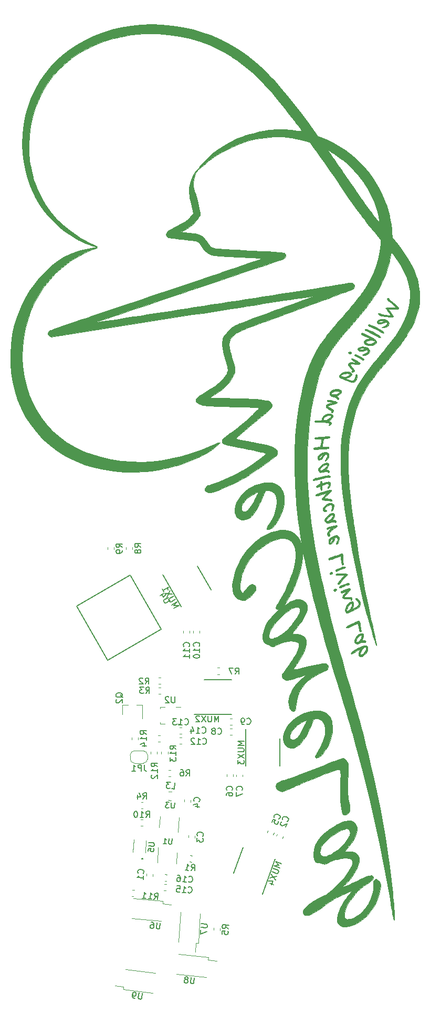
<source format=gbo>
G04 #@! TF.GenerationSoftware,KiCad,Pcbnew,(5.0.0)*
G04 #@! TF.CreationDate,2019-10-21T15:10:14+02:00*
G04 #@! TF.ProjectId,Insole_PCB,496E736F6C655F5043422E6B69636164,rev?*
G04 #@! TF.SameCoordinates,Original*
G04 #@! TF.FileFunction,Legend,Bot*
G04 #@! TF.FilePolarity,Positive*
%FSLAX46Y46*%
G04 Gerber Fmt 4.6, Leading zero omitted, Abs format (unit mm)*
G04 Created by KiCad (PCBNEW (5.0.0)) date 10/21/19 15:10:14*
%MOMM*%
%LPD*%
G01*
G04 APERTURE LIST*
%ADD10C,0.100000*%
%ADD11C,0.120000*%
%ADD12C,0.150000*%
%ADD13C,0.200000*%
%ADD14C,0.010000*%
G04 APERTURE END LIST*
D10*
G04 #@! TO.C,U2*
X196719453Y-151770707D02*
X196719453Y-151990707D01*
X197439453Y-151770707D02*
X196719453Y-151770707D01*
X196719453Y-154470707D02*
X197439453Y-154470707D01*
X196719453Y-154250707D02*
X196719453Y-154470707D01*
X199919453Y-154470707D02*
X199919453Y-154250707D01*
X199919453Y-154470707D02*
X199199453Y-154470707D01*
X200019453Y-151770707D02*
X199199453Y-151770707D01*
D11*
G04 #@! TO.C,C1*
X195539566Y-178693900D02*
X195516856Y-179018665D01*
X194522050Y-178622749D02*
X194499340Y-178947514D01*
G04 #@! TO.C,C2*
X216504370Y-172592175D02*
X216393023Y-172898099D01*
X215545883Y-172243315D02*
X215434536Y-172549239D01*
G04 #@! TO.C,C3*
X201242848Y-172770151D02*
X201259886Y-172445039D01*
X202261450Y-172823533D02*
X202278488Y-172498421D01*
G04 #@! TO.C,C4*
X201639566Y-166743900D02*
X201616856Y-167068665D01*
X200622050Y-166672749D02*
X200599340Y-166997514D01*
G04 #@! TO.C,C5*
X215054370Y-172042175D02*
X214943023Y-172348099D01*
X214095883Y-171693315D02*
X213984536Y-171999239D01*
G04 #@! TO.C,C6*
X207409453Y-162970986D02*
X207409453Y-162645428D01*
X208429453Y-162970986D02*
X208429453Y-162645428D01*
G04 #@! TO.C,C7*
X209009453Y-162983486D02*
X209009453Y-162657928D01*
X210029453Y-162983486D02*
X210029453Y-162657928D01*
G04 #@! TO.C,C8*
X207969174Y-155210707D02*
X208294732Y-155210707D01*
X207969174Y-156230707D02*
X208294732Y-156230707D01*
G04 #@! TO.C,C9*
X207969174Y-153610707D02*
X208294732Y-153610707D01*
X207969174Y-154630707D02*
X208294732Y-154630707D01*
G04 #@! TO.C,C10*
X202034453Y-139845986D02*
X202034453Y-139520428D01*
X203054453Y-139845986D02*
X203054453Y-139520428D01*
G04 #@! TO.C,C11*
X200409453Y-139858486D02*
X200409453Y-139532928D01*
X201429453Y-139858486D02*
X201429453Y-139532928D01*
G04 #@! TO.C,C12*
X200169732Y-157730707D02*
X199844174Y-157730707D01*
X200169732Y-156710707D02*
X199844174Y-156710707D01*
G04 #@! TO.C,C13*
X200169732Y-156130707D02*
X199844174Y-156130707D01*
X200169732Y-155110707D02*
X199844174Y-155110707D01*
G04 #@! TO.C,C14*
X196356674Y-156310707D02*
X196682232Y-156310707D01*
X196356674Y-157330707D02*
X196682232Y-157330707D01*
G04 #@! TO.C,JP1*
X193969453Y-158820707D02*
X192569453Y-158820707D01*
X191869453Y-159520707D02*
X191869453Y-160120707D01*
X192569453Y-160820707D02*
X193969453Y-160820707D01*
X194669453Y-160120707D02*
X194669453Y-159520707D01*
X194669453Y-159520707D02*
G75*
G03X193969453Y-158820707I-700000J0D01*
G01*
X193969453Y-160820707D02*
G75*
G03X194669453Y-160120707I0J700000D01*
G01*
X191869453Y-160120707D02*
G75*
G03X192569453Y-160820707I700000J0D01*
G01*
X192569453Y-158820707D02*
G75*
G03X191869453Y-159520707I0J-700000D01*
G01*
G04 #@! TO.C,L3*
X198503045Y-166818701D02*
X197981813Y-166782253D01*
X198602099Y-165402161D02*
X198080867Y-165365713D01*
D12*
G04 #@! TO.C,MUX1*
X197107082Y-130451461D02*
X200094582Y-135625963D01*
X202679372Y-129052951D02*
X204879372Y-132863463D01*
G04 #@! TO.C,MUX2*
X202244453Y-152920707D02*
X208219453Y-152920707D01*
X203819453Y-147395707D02*
X208219453Y-147395707D01*
G04 #@! TO.C,MUX3*
X210519453Y-155295707D02*
X210519453Y-161270707D01*
X216044453Y-156870707D02*
X216044453Y-161270707D01*
G04 #@! TO.C,MUX4*
X213209466Y-181875703D02*
X215253037Y-176261040D01*
X208556346Y-178506026D02*
X210061235Y-174371378D01*
D11*
G04 #@! TO.C,Q2*
X190639453Y-151460707D02*
X190639453Y-152920707D01*
X193799453Y-151460707D02*
X193799453Y-153620707D01*
X193799453Y-151460707D02*
X192869453Y-151460707D01*
X190639453Y-151460707D02*
X191569453Y-151460707D01*
G04 #@! TO.C,R1*
X201526646Y-175684594D02*
X201851411Y-175707304D01*
X201455495Y-176702110D02*
X201780260Y-176724820D01*
G04 #@! TO.C,R2*
X196444174Y-147010707D02*
X196769732Y-147010707D01*
X196444174Y-148030707D02*
X196769732Y-148030707D01*
G04 #@! TO.C,R3*
X196456674Y-148610707D02*
X196782232Y-148610707D01*
X196456674Y-149630707D02*
X196782232Y-149630707D01*
G04 #@! TO.C,R4*
X193942232Y-168078707D02*
X193616674Y-168078707D01*
X193942232Y-167058707D02*
X193616674Y-167058707D01*
G04 #@! TO.C,R5*
X205299340Y-187647514D02*
X205322050Y-187322749D01*
X206316856Y-187718665D02*
X206339566Y-187393900D01*
G04 #@! TO.C,R6*
X198044174Y-161910707D02*
X198369732Y-161910707D01*
X198044174Y-162930707D02*
X198369732Y-162930707D01*
G04 #@! TO.C,R7*
X205956674Y-145460707D02*
X206282232Y-145460707D01*
X205956674Y-146480707D02*
X206282232Y-146480707D01*
G04 #@! TO.C,R8*
X191209453Y-126370986D02*
X191209453Y-126045428D01*
X192229453Y-126370986D02*
X192229453Y-126045428D01*
G04 #@! TO.C,R9*
X188209453Y-126383486D02*
X188209453Y-126057928D01*
X189229453Y-126383486D02*
X189229453Y-126057928D01*
G04 #@! TO.C,R10*
X193591174Y-169852707D02*
X193916732Y-169852707D01*
X193591174Y-170872707D02*
X193916732Y-170872707D01*
G04 #@! TO.C,R11*
X192421666Y-182242953D02*
X192097347Y-182214579D01*
X192510565Y-181226835D02*
X192186246Y-181198461D01*
G04 #@! TO.C,R12*
X195209453Y-159270986D02*
X195209453Y-158945428D01*
X196229453Y-159270986D02*
X196229453Y-158945428D01*
G04 #@! TO.C,R13*
X197929453Y-158957928D02*
X197929453Y-159283486D01*
X196909453Y-158957928D02*
X196909453Y-159283486D01*
G04 #@! TO.C,R14*
X192109453Y-156995986D02*
X192109453Y-156670428D01*
X193129453Y-156995986D02*
X193129453Y-156670428D01*
G04 #@! TO.C,U1*
X196265467Y-176820474D02*
X196392643Y-174393804D01*
X199423371Y-175223557D02*
X199331259Y-176981145D01*
G04 #@! TO.C,U3*
X199723439Y-169520940D02*
X199596263Y-171947610D01*
X196565535Y-171117857D02*
X196657647Y-169360269D01*
D12*
G04 #@! TO.C,U4*
X196860254Y-139200000D02*
X188200000Y-144200000D01*
X191860254Y-130539746D02*
X196860254Y-139200000D01*
X183200000Y-135539746D02*
X191860254Y-130539746D01*
X188200000Y-144200000D02*
X183200000Y-135539746D01*
D13*
G04 #@! TO.C,U5*
X193928234Y-176214665D02*
G75*
G02X193728722Y-176200713I-99756J6976D01*
G01*
X193728721Y-176200713D02*
G75*
G02X193928235Y-176214665I99757J-6976D01*
G01*
X193728722Y-176200713D02*
X193728722Y-176200713D01*
X193928235Y-176214665D02*
X193928235Y-176214665D01*
D10*
X192441645Y-173103386D02*
X192302132Y-175098515D01*
X194436774Y-173242899D02*
X194297261Y-175238028D01*
D11*
G04 #@! TO.C,U6*
X196870000Y-186233754D02*
X192088265Y-185815407D01*
X197148898Y-183045931D02*
X192367163Y-182627584D01*
X197114036Y-183444409D02*
X198508708Y-183566427D01*
X197148898Y-183045931D02*
X197114036Y-183444409D01*
G04 #@! TO.C,U7*
X199645959Y-189602553D02*
X199980790Y-184814245D01*
X202838164Y-189825774D02*
X203172995Y-185037466D01*
X202439139Y-189797871D02*
X202341480Y-191194461D01*
X202838164Y-189825774D02*
X202439139Y-189797871D01*
G04 #@! TO.C,U8*
X204138015Y-195272756D02*
X199364310Y-194771019D01*
X204472506Y-192090285D02*
X199698801Y-191588549D01*
X204430694Y-192488094D02*
X205823025Y-192634434D01*
X204472506Y-192090285D02*
X204430694Y-192488094D01*
G04 #@! TO.C,U9*
X191133552Y-194030221D02*
X195897773Y-194615194D01*
X190743570Y-197206369D02*
X195507792Y-197791342D01*
X190792318Y-196809350D02*
X189402753Y-196638733D01*
X190743570Y-197206369D02*
X190792318Y-196809350D01*
G04 #@! TO.C,C15*
X197378228Y-180305527D02*
X197702993Y-180328237D01*
X197307077Y-181323043D02*
X197631842Y-181345753D01*
G04 #@! TO.C,C16*
X197497647Y-178735593D02*
X197822412Y-178758303D01*
X197426496Y-179753109D02*
X197751261Y-179775819D01*
D14*
G04 #@! TO.C,G\002A\002A\002A*
G36*
X173243605Y-100830447D02*
X173705734Y-102245103D01*
X174280756Y-103610278D01*
X174355839Y-103767301D01*
X175062980Y-105084678D01*
X175868634Y-106323509D01*
X176768925Y-107480380D01*
X177759975Y-108551877D01*
X178837906Y-109534587D01*
X179998843Y-110425096D01*
X181238906Y-111219994D01*
X182554219Y-111915865D01*
X183940906Y-112509297D01*
X184527835Y-112721740D01*
X186043442Y-113178473D01*
X187619413Y-113530422D01*
X189242550Y-113776331D01*
X190899651Y-113914939D01*
X192577519Y-113944989D01*
X194262954Y-113865224D01*
X195356007Y-113753926D01*
X195751682Y-113695376D01*
X196237006Y-113608285D01*
X196787323Y-113498387D01*
X197377974Y-113371420D01*
X197984301Y-113233119D01*
X198581648Y-113089219D01*
X199145356Y-112945457D01*
X199650765Y-112807568D01*
X200073222Y-112681287D01*
X200309978Y-112601571D01*
X201168659Y-112273219D01*
X202023351Y-111912260D01*
X202848368Y-111530937D01*
X203618021Y-111141498D01*
X204306622Y-110756187D01*
X204722779Y-110498015D01*
X205051161Y-110274577D01*
X205382212Y-110033139D01*
X205692207Y-109792493D01*
X205957418Y-109571433D01*
X206154116Y-109388750D01*
X206230698Y-109303715D01*
X206358511Y-109141485D01*
X206164748Y-109180510D01*
X206031933Y-109220709D01*
X205813600Y-109301299D01*
X205540054Y-109410581D01*
X205241986Y-109536692D01*
X203485026Y-110256611D01*
X201776799Y-110864875D01*
X200108445Y-111363020D01*
X198471112Y-111752583D01*
X196855941Y-112035102D01*
X195254077Y-112212115D01*
X193656664Y-112285158D01*
X192054845Y-112255769D01*
X190439764Y-112125485D01*
X190371995Y-112117883D01*
X188833347Y-111893352D01*
X187347319Y-111576106D01*
X185922846Y-111169229D01*
X184568861Y-110675801D01*
X183294298Y-110098906D01*
X182108088Y-109441625D01*
X181522721Y-109064743D01*
X180410573Y-108234569D01*
X179377969Y-107307645D01*
X178429051Y-106289414D01*
X177567966Y-105185319D01*
X176798857Y-104000809D01*
X176125868Y-102741324D01*
X175553144Y-101412312D01*
X175416328Y-101042520D01*
X175255279Y-100542327D01*
X175093502Y-99950358D01*
X174938419Y-99301571D01*
X174797451Y-98630927D01*
X174678027Y-97973387D01*
X174587569Y-97363911D01*
X174539170Y-96911877D01*
X174469331Y-95341497D01*
X174516248Y-93796049D01*
X174677542Y-92281238D01*
X174950835Y-90802771D01*
X175333753Y-89366356D01*
X175823919Y-87977699D01*
X176418954Y-86642507D01*
X177116484Y-85366487D01*
X177914130Y-84155345D01*
X178809515Y-83014790D01*
X179800265Y-81950528D01*
X180884002Y-80968265D01*
X181327733Y-80611451D01*
X182155385Y-80002855D01*
X182999734Y-79454539D01*
X183886663Y-78952105D01*
X184842062Y-78481155D01*
X185891815Y-78027285D01*
X186184492Y-77909870D01*
X186407045Y-77820461D01*
X186522914Y-77766889D01*
X186543869Y-77739196D01*
X186481682Y-77727424D01*
X186404591Y-77723681D01*
X186208405Y-77733292D01*
X185914838Y-77769199D01*
X185549586Y-77826376D01*
X185138346Y-77899799D01*
X184706815Y-77984445D01*
X184280689Y-78075288D01*
X183885666Y-78167307D01*
X183547441Y-78255476D01*
X183307648Y-78329177D01*
X182219705Y-78771096D01*
X181153929Y-79330952D01*
X180117935Y-80000513D01*
X179119336Y-80771554D01*
X178165746Y-81635844D01*
X177264780Y-82585158D01*
X176424049Y-83611266D01*
X175651170Y-84705939D01*
X174953757Y-85860950D01*
X174339420Y-87068070D01*
X173815776Y-88319072D01*
X173658334Y-88757061D01*
X173203033Y-90260015D01*
X172863801Y-91781832D01*
X172640239Y-93313969D01*
X172531951Y-94847882D01*
X172538542Y-96375029D01*
X172659612Y-97886868D01*
X172894765Y-99374855D01*
X173243605Y-100830447D01*
X173243605Y-100830447D01*
G37*
X173243605Y-100830447D02*
X173705734Y-102245103D01*
X174280756Y-103610278D01*
X174355839Y-103767301D01*
X175062980Y-105084678D01*
X175868634Y-106323509D01*
X176768925Y-107480380D01*
X177759975Y-108551877D01*
X178837906Y-109534587D01*
X179998843Y-110425096D01*
X181238906Y-111219994D01*
X182554219Y-111915865D01*
X183940906Y-112509297D01*
X184527835Y-112721740D01*
X186043442Y-113178473D01*
X187619413Y-113530422D01*
X189242550Y-113776331D01*
X190899651Y-113914939D01*
X192577519Y-113944989D01*
X194262954Y-113865224D01*
X195356007Y-113753926D01*
X195751682Y-113695376D01*
X196237006Y-113608285D01*
X196787323Y-113498387D01*
X197377974Y-113371420D01*
X197984301Y-113233119D01*
X198581648Y-113089219D01*
X199145356Y-112945457D01*
X199650765Y-112807568D01*
X200073222Y-112681287D01*
X200309978Y-112601571D01*
X201168659Y-112273219D01*
X202023351Y-111912260D01*
X202848368Y-111530937D01*
X203618021Y-111141498D01*
X204306622Y-110756187D01*
X204722779Y-110498015D01*
X205051161Y-110274577D01*
X205382212Y-110033139D01*
X205692207Y-109792493D01*
X205957418Y-109571433D01*
X206154116Y-109388750D01*
X206230698Y-109303715D01*
X206358511Y-109141485D01*
X206164748Y-109180510D01*
X206031933Y-109220709D01*
X205813600Y-109301299D01*
X205540054Y-109410581D01*
X205241986Y-109536692D01*
X203485026Y-110256611D01*
X201776799Y-110864875D01*
X200108445Y-111363020D01*
X198471112Y-111752583D01*
X196855941Y-112035102D01*
X195254077Y-112212115D01*
X193656664Y-112285158D01*
X192054845Y-112255769D01*
X190439764Y-112125485D01*
X190371995Y-112117883D01*
X188833347Y-111893352D01*
X187347319Y-111576106D01*
X185922846Y-111169229D01*
X184568861Y-110675801D01*
X183294298Y-110098906D01*
X182108088Y-109441625D01*
X181522721Y-109064743D01*
X180410573Y-108234569D01*
X179377969Y-107307645D01*
X178429051Y-106289414D01*
X177567966Y-105185319D01*
X176798857Y-104000809D01*
X176125868Y-102741324D01*
X175553144Y-101412312D01*
X175416328Y-101042520D01*
X175255279Y-100542327D01*
X175093502Y-99950358D01*
X174938419Y-99301571D01*
X174797451Y-98630927D01*
X174678027Y-97973387D01*
X174587569Y-97363911D01*
X174539170Y-96911877D01*
X174469331Y-95341497D01*
X174516248Y-93796049D01*
X174677542Y-92281238D01*
X174950835Y-90802771D01*
X175333753Y-89366356D01*
X175823919Y-87977699D01*
X176418954Y-86642507D01*
X177116484Y-85366487D01*
X177914130Y-84155345D01*
X178809515Y-83014790D01*
X179800265Y-81950528D01*
X180884002Y-80968265D01*
X181327733Y-80611451D01*
X182155385Y-80002855D01*
X182999734Y-79454539D01*
X183886663Y-78952105D01*
X184842062Y-78481155D01*
X185891815Y-78027285D01*
X186184492Y-77909870D01*
X186407045Y-77820461D01*
X186522914Y-77766889D01*
X186543869Y-77739196D01*
X186481682Y-77727424D01*
X186404591Y-77723681D01*
X186208405Y-77733292D01*
X185914838Y-77769199D01*
X185549586Y-77826376D01*
X185138346Y-77899799D01*
X184706815Y-77984445D01*
X184280689Y-78075288D01*
X183885666Y-78167307D01*
X183547441Y-78255476D01*
X183307648Y-78329177D01*
X182219705Y-78771096D01*
X181153929Y-79330952D01*
X180117935Y-80000513D01*
X179119336Y-80771554D01*
X178165746Y-81635844D01*
X177264780Y-82585158D01*
X176424049Y-83611266D01*
X175651170Y-84705939D01*
X174953757Y-85860950D01*
X174339420Y-87068070D01*
X173815776Y-88319072D01*
X173658334Y-88757061D01*
X173203033Y-90260015D01*
X172863801Y-91781832D01*
X172640239Y-93313969D01*
X172531951Y-94847882D01*
X172538542Y-96375029D01*
X172659612Y-97886868D01*
X172894765Y-99374855D01*
X173243605Y-100830447D01*
G36*
X216764687Y-157769628D02*
X217025648Y-158072684D01*
X217379284Y-158290094D01*
X217477703Y-158329174D01*
X217810981Y-158386586D01*
X218183987Y-158343795D01*
X218568437Y-158207855D01*
X218936054Y-157985822D01*
X218975328Y-157955596D01*
X219373863Y-157589700D01*
X219754103Y-157132286D01*
X220120825Y-156575635D01*
X220478806Y-155912032D01*
X220832823Y-155133759D01*
X221042177Y-154616614D01*
X221396501Y-153706324D01*
X221767995Y-153655021D01*
X222172069Y-153653356D01*
X222522361Y-153762885D01*
X222813857Y-153977542D01*
X223041545Y-154291255D01*
X223200410Y-154697957D01*
X223285439Y-155191580D01*
X223298944Y-155508094D01*
X223255579Y-156143140D01*
X223120755Y-156793428D01*
X222890256Y-157471024D01*
X222559864Y-158188000D01*
X222125360Y-158956425D01*
X222053201Y-159073257D01*
X221893188Y-159340044D01*
X221764300Y-159574724D01*
X221678932Y-159753253D01*
X221649475Y-159851584D01*
X221649975Y-159855604D01*
X221725340Y-159936347D01*
X221885773Y-159960018D01*
X222102137Y-159925100D01*
X222221813Y-159885343D01*
X222467454Y-159738986D01*
X222739144Y-159488818D01*
X223024506Y-159152075D01*
X223311164Y-158745994D01*
X223586739Y-158287812D01*
X223838857Y-157794766D01*
X224014699Y-157388437D01*
X224203522Y-156877799D01*
X224338549Y-156419789D01*
X224433838Y-155959684D01*
X224494862Y-155519393D01*
X224507323Y-155187069D01*
X224482155Y-154797589D01*
X224425758Y-154391875D01*
X224344535Y-154010851D01*
X224244886Y-153695439D01*
X224190991Y-153576708D01*
X223889396Y-153130539D01*
X223508453Y-152782990D01*
X223047633Y-152533766D01*
X222506407Y-152382574D01*
X221946701Y-152330003D01*
X221554945Y-152351908D01*
X221089791Y-152425628D01*
X220588875Y-152541329D01*
X220089833Y-152689179D01*
X219962065Y-152736492D01*
X220211252Y-153908825D01*
X220269459Y-153901248D01*
X220294665Y-153923590D01*
X220282010Y-153994981D01*
X220226635Y-154134551D01*
X220123682Y-154361428D01*
X220063329Y-154491116D01*
X219745143Y-155148549D01*
X219455441Y-155692345D01*
X219187886Y-156130998D01*
X218936141Y-156473001D01*
X218693869Y-156726850D01*
X218454732Y-156901040D01*
X218212394Y-157004064D01*
X218182600Y-157012098D01*
X217935797Y-157028113D01*
X217755366Y-156941005D01*
X217647772Y-156759635D01*
X217619481Y-156492864D01*
X217646713Y-156277700D01*
X217776650Y-155901786D01*
X218012862Y-155507952D01*
X218340450Y-155116302D01*
X218744518Y-154746941D01*
X218831460Y-154678837D01*
X219146176Y-154455513D01*
X219478173Y-154248486D01*
X219796079Y-154075263D01*
X220068518Y-153953356D01*
X220211252Y-153908825D01*
X219962065Y-152736492D01*
X219630302Y-152859346D01*
X219271739Y-153028818D01*
X218623080Y-153434193D01*
X218046253Y-153897378D01*
X217549604Y-154406531D01*
X217141479Y-154949812D01*
X216830224Y-155515380D01*
X216624189Y-156091396D01*
X216531718Y-156666016D01*
X216529309Y-156919250D01*
X216598532Y-157384095D01*
X216764687Y-157769628D01*
X216764687Y-157769628D01*
G37*
X216764687Y-157769628D02*
X217025648Y-158072684D01*
X217379284Y-158290094D01*
X217477703Y-158329174D01*
X217810981Y-158386586D01*
X218183987Y-158343795D01*
X218568437Y-158207855D01*
X218936054Y-157985822D01*
X218975328Y-157955596D01*
X219373863Y-157589700D01*
X219754103Y-157132286D01*
X220120825Y-156575635D01*
X220478806Y-155912032D01*
X220832823Y-155133759D01*
X221042177Y-154616614D01*
X221396501Y-153706324D01*
X221767995Y-153655021D01*
X222172069Y-153653356D01*
X222522361Y-153762885D01*
X222813857Y-153977542D01*
X223041545Y-154291255D01*
X223200410Y-154697957D01*
X223285439Y-155191580D01*
X223298944Y-155508094D01*
X223255579Y-156143140D01*
X223120755Y-156793428D01*
X222890256Y-157471024D01*
X222559864Y-158188000D01*
X222125360Y-158956425D01*
X222053201Y-159073257D01*
X221893188Y-159340044D01*
X221764300Y-159574724D01*
X221678932Y-159753253D01*
X221649475Y-159851584D01*
X221649975Y-159855604D01*
X221725340Y-159936347D01*
X221885773Y-159960018D01*
X222102137Y-159925100D01*
X222221813Y-159885343D01*
X222467454Y-159738986D01*
X222739144Y-159488818D01*
X223024506Y-159152075D01*
X223311164Y-158745994D01*
X223586739Y-158287812D01*
X223838857Y-157794766D01*
X224014699Y-157388437D01*
X224203522Y-156877799D01*
X224338549Y-156419789D01*
X224433838Y-155959684D01*
X224494862Y-155519393D01*
X224507323Y-155187069D01*
X224482155Y-154797589D01*
X224425758Y-154391875D01*
X224344535Y-154010851D01*
X224244886Y-153695439D01*
X224190991Y-153576708D01*
X223889396Y-153130539D01*
X223508453Y-152782990D01*
X223047633Y-152533766D01*
X222506407Y-152382574D01*
X221946701Y-152330003D01*
X221554945Y-152351908D01*
X221089791Y-152425628D01*
X220588875Y-152541329D01*
X220089833Y-152689179D01*
X219962065Y-152736492D01*
X220211252Y-153908825D01*
X220269459Y-153901248D01*
X220294665Y-153923590D01*
X220282010Y-153994981D01*
X220226635Y-154134551D01*
X220123682Y-154361428D01*
X220063329Y-154491116D01*
X219745143Y-155148549D01*
X219455441Y-155692345D01*
X219187886Y-156130998D01*
X218936141Y-156473001D01*
X218693869Y-156726850D01*
X218454732Y-156901040D01*
X218212394Y-157004064D01*
X218182600Y-157012098D01*
X217935797Y-157028113D01*
X217755366Y-156941005D01*
X217647772Y-156759635D01*
X217619481Y-156492864D01*
X217646713Y-156277700D01*
X217776650Y-155901786D01*
X218012862Y-155507952D01*
X218340450Y-155116302D01*
X218744518Y-154746941D01*
X218831460Y-154678837D01*
X219146176Y-154455513D01*
X219478173Y-154248486D01*
X219796079Y-154075263D01*
X220068518Y-153953356D01*
X220211252Y-153908825D01*
X219962065Y-152736492D01*
X219630302Y-152859346D01*
X219271739Y-153028818D01*
X218623080Y-153434193D01*
X218046253Y-153897378D01*
X217549604Y-154406531D01*
X217141479Y-154949812D01*
X216830224Y-155515380D01*
X216624189Y-156091396D01*
X216531718Y-156666016D01*
X216529309Y-156919250D01*
X216598532Y-157384095D01*
X216764687Y-157769628D01*
G36*
X208860412Y-120856570D02*
X208905857Y-120951074D01*
X209065888Y-121164723D01*
X209301022Y-121371716D01*
X209564820Y-121537230D01*
X209805219Y-121625410D01*
X210091688Y-121633912D01*
X210427271Y-121574572D01*
X210762351Y-121459421D01*
X210993440Y-121337312D01*
X211391996Y-121018548D01*
X211789377Y-120579450D01*
X212181418Y-120026655D01*
X212563949Y-119366793D01*
X212932806Y-118606498D01*
X213283823Y-117752403D01*
X213340660Y-117600421D01*
X213449713Y-117311982D01*
X213531842Y-117121392D01*
X213601142Y-117006304D01*
X213671711Y-116944375D01*
X213757646Y-116913260D01*
X213776877Y-116908988D01*
X214190861Y-116882394D01*
X214583081Y-116980842D01*
X214810715Y-117102305D01*
X215094145Y-117344667D01*
X215297775Y-117657130D01*
X215425462Y-118050191D01*
X215481065Y-118534348D01*
X215479623Y-118922070D01*
X215415376Y-119554283D01*
X215270683Y-120183107D01*
X215038978Y-120826950D01*
X214713694Y-121504214D01*
X214311162Y-122196702D01*
X214093761Y-122553313D01*
X213947863Y-122817569D01*
X213872106Y-123001133D01*
X213865129Y-123115667D01*
X213925568Y-123172832D01*
X214052060Y-123184291D01*
X214197600Y-123168725D01*
X214435000Y-123108895D01*
X214655888Y-122993696D01*
X214875596Y-122809277D01*
X215109450Y-122541785D01*
X215372781Y-122177371D01*
X215490158Y-122000817D01*
X215912868Y-121277514D01*
X216246739Y-120544497D01*
X216489660Y-119814379D01*
X216639519Y-119099774D01*
X216694208Y-118413294D01*
X216651617Y-117767553D01*
X216509633Y-117175163D01*
X216357879Y-116814447D01*
X216076163Y-116395408D01*
X215701075Y-116051907D01*
X215247634Y-115793291D01*
X214730855Y-115628906D01*
X214369990Y-115577162D01*
X214015711Y-115579142D01*
X213582197Y-115627722D01*
X213104909Y-115714988D01*
X212619316Y-115833020D01*
X212221591Y-115955244D01*
X212473280Y-117139349D01*
X212510347Y-117162455D01*
X212486981Y-117234272D01*
X212415156Y-117399220D01*
X212304129Y-117637303D01*
X212163162Y-117928529D01*
X212050373Y-118155799D01*
X211736632Y-118757667D01*
X211453316Y-119247016D01*
X211193386Y-119632668D01*
X210949808Y-119923453D01*
X210715541Y-120128195D01*
X210483550Y-120255725D01*
X210341574Y-120299059D01*
X210120975Y-120290632D01*
X209940195Y-120179100D01*
X209826326Y-119987722D01*
X209801099Y-119835087D01*
X209851808Y-119425091D01*
X210024585Y-119010368D01*
X210320984Y-118587955D01*
X210626074Y-118263616D01*
X210827904Y-118088128D01*
X211076597Y-117900094D01*
X211352874Y-117710781D01*
X211637457Y-117531455D01*
X211911068Y-117373383D01*
X212154427Y-117247830D01*
X212348257Y-117166064D01*
X212473280Y-117139349D01*
X212221591Y-115955244D01*
X212160882Y-115973901D01*
X211765073Y-116129716D01*
X211653108Y-116183643D01*
X210977325Y-116570716D01*
X210403870Y-116994837D01*
X209909055Y-117477257D01*
X209469191Y-118039226D01*
X209302497Y-118292368D01*
X209000370Y-118852666D01*
X208803447Y-119400312D01*
X208713377Y-119924230D01*
X208731815Y-120413341D01*
X208860412Y-120856570D01*
X208860412Y-120856570D01*
G37*
X208860412Y-120856570D02*
X208905857Y-120951074D01*
X209065888Y-121164723D01*
X209301022Y-121371716D01*
X209564820Y-121537230D01*
X209805219Y-121625410D01*
X210091688Y-121633912D01*
X210427271Y-121574572D01*
X210762351Y-121459421D01*
X210993440Y-121337312D01*
X211391996Y-121018548D01*
X211789377Y-120579450D01*
X212181418Y-120026655D01*
X212563949Y-119366793D01*
X212932806Y-118606498D01*
X213283823Y-117752403D01*
X213340660Y-117600421D01*
X213449713Y-117311982D01*
X213531842Y-117121392D01*
X213601142Y-117006304D01*
X213671711Y-116944375D01*
X213757646Y-116913260D01*
X213776877Y-116908988D01*
X214190861Y-116882394D01*
X214583081Y-116980842D01*
X214810715Y-117102305D01*
X215094145Y-117344667D01*
X215297775Y-117657130D01*
X215425462Y-118050191D01*
X215481065Y-118534348D01*
X215479623Y-118922070D01*
X215415376Y-119554283D01*
X215270683Y-120183107D01*
X215038978Y-120826950D01*
X214713694Y-121504214D01*
X214311162Y-122196702D01*
X214093761Y-122553313D01*
X213947863Y-122817569D01*
X213872106Y-123001133D01*
X213865129Y-123115667D01*
X213925568Y-123172832D01*
X214052060Y-123184291D01*
X214197600Y-123168725D01*
X214435000Y-123108895D01*
X214655888Y-122993696D01*
X214875596Y-122809277D01*
X215109450Y-122541785D01*
X215372781Y-122177371D01*
X215490158Y-122000817D01*
X215912868Y-121277514D01*
X216246739Y-120544497D01*
X216489660Y-119814379D01*
X216639519Y-119099774D01*
X216694208Y-118413294D01*
X216651617Y-117767553D01*
X216509633Y-117175163D01*
X216357879Y-116814447D01*
X216076163Y-116395408D01*
X215701075Y-116051907D01*
X215247634Y-115793291D01*
X214730855Y-115628906D01*
X214369990Y-115577162D01*
X214015711Y-115579142D01*
X213582197Y-115627722D01*
X213104909Y-115714988D01*
X212619316Y-115833020D01*
X212221591Y-115955244D01*
X212473280Y-117139349D01*
X212510347Y-117162455D01*
X212486981Y-117234272D01*
X212415156Y-117399220D01*
X212304129Y-117637303D01*
X212163162Y-117928529D01*
X212050373Y-118155799D01*
X211736632Y-118757667D01*
X211453316Y-119247016D01*
X211193386Y-119632668D01*
X210949808Y-119923453D01*
X210715541Y-120128195D01*
X210483550Y-120255725D01*
X210341574Y-120299059D01*
X210120975Y-120290632D01*
X209940195Y-120179100D01*
X209826326Y-119987722D01*
X209801099Y-119835087D01*
X209851808Y-119425091D01*
X210024585Y-119010368D01*
X210320984Y-118587955D01*
X210626074Y-118263616D01*
X210827904Y-118088128D01*
X211076597Y-117900094D01*
X211352874Y-117710781D01*
X211637457Y-117531455D01*
X211911068Y-117373383D01*
X212154427Y-117247830D01*
X212348257Y-117166064D01*
X212473280Y-117139349D01*
X212221591Y-115955244D01*
X212160882Y-115973901D01*
X211765073Y-116129716D01*
X211653108Y-116183643D01*
X210977325Y-116570716D01*
X210403870Y-116994837D01*
X209909055Y-117477257D01*
X209469191Y-118039226D01*
X209302497Y-118292368D01*
X209000370Y-118852666D01*
X208803447Y-119400312D01*
X208713377Y-119924230D01*
X208731815Y-120413341D01*
X208860412Y-120856570D01*
G36*
X215410294Y-164886210D02*
X215559278Y-165091684D01*
X215795508Y-165249128D01*
X216083627Y-165343639D01*
X216388276Y-165360314D01*
X216496629Y-165344089D01*
X216589346Y-165311399D01*
X216782706Y-165233528D01*
X217061350Y-165116994D01*
X217409922Y-164968320D01*
X217813064Y-164794026D01*
X218255419Y-164600633D01*
X218467593Y-164507164D01*
X219019765Y-164266828D01*
X219654050Y-163996594D01*
X220333846Y-163711682D01*
X221022552Y-163427317D01*
X221683564Y-163158719D01*
X222280281Y-162921109D01*
X222299928Y-162913393D01*
X222983967Y-162645265D01*
X223560112Y-162420901D01*
X224038565Y-162237352D01*
X224429527Y-162091668D01*
X224743201Y-161980898D01*
X224989788Y-161902091D01*
X225179491Y-161852300D01*
X225322511Y-161828573D01*
X225429049Y-161827959D01*
X225509309Y-161847510D01*
X225573491Y-161884274D01*
X225631799Y-161935303D01*
X225643283Y-161946595D01*
X225703689Y-162032153D01*
X225748028Y-162161577D01*
X225776971Y-162348302D01*
X225791194Y-162605766D01*
X225791369Y-162947405D01*
X225778168Y-163386657D01*
X225752265Y-163936957D01*
X225747485Y-164026945D01*
X225717084Y-164804279D01*
X225709441Y-165558357D01*
X225723439Y-166275852D01*
X225757965Y-166943439D01*
X225811904Y-167547792D01*
X225884141Y-168075586D01*
X225973562Y-168513494D01*
X226079051Y-168848191D01*
X226165054Y-169018901D01*
X226298539Y-169119738D01*
X226490754Y-169140045D01*
X226709347Y-169087796D01*
X226921960Y-168970962D01*
X227096239Y-168797516D01*
X227103190Y-168787754D01*
X227185435Y-168658913D01*
X227242886Y-168530532D01*
X227275743Y-168383418D01*
X227284209Y-168198376D01*
X227268483Y-167956209D01*
X227228768Y-167637726D01*
X227165264Y-167223730D01*
X227122351Y-166960960D01*
X227051043Y-166519338D01*
X226996019Y-166144595D01*
X226956146Y-165811719D01*
X226930294Y-165495707D01*
X226917333Y-165171548D01*
X226916129Y-164814236D01*
X226925555Y-164398763D01*
X226944476Y-163900123D01*
X226964039Y-163460444D01*
X226992009Y-162830311D01*
X227012086Y-162312629D01*
X227023739Y-161893064D01*
X227026433Y-161557280D01*
X227019637Y-161290942D01*
X227002818Y-161079716D01*
X226975442Y-160909266D01*
X226936979Y-160765257D01*
X226886893Y-160633355D01*
X226856457Y-160565602D01*
X226671886Y-160311295D01*
X226472590Y-160167770D01*
X226204148Y-160017229D01*
X225617669Y-160178294D01*
X225383660Y-160251777D01*
X225060050Y-160366429D01*
X224673424Y-160512143D01*
X224250366Y-160678807D01*
X223817462Y-160856315D01*
X223661898Y-160921959D01*
X223089155Y-161161567D01*
X222460329Y-161417444D01*
X221792409Y-161683207D01*
X221102381Y-161952476D01*
X220407233Y-162218871D01*
X219723955Y-162476009D01*
X219069534Y-162717509D01*
X218460959Y-162936993D01*
X217915216Y-163128075D01*
X217449296Y-163284378D01*
X217080184Y-163399519D01*
X217018778Y-163417244D01*
X216568927Y-163548149D01*
X216224333Y-163657746D01*
X215966644Y-163753886D01*
X215777509Y-163844416D01*
X215638577Y-163937187D01*
X215531496Y-164040050D01*
X215513401Y-164061186D01*
X215393970Y-164291916D01*
X215352504Y-164572711D01*
X215395903Y-164848387D01*
X215410294Y-164886210D01*
X215410294Y-164886210D01*
G37*
X215410294Y-164886210D02*
X215559278Y-165091684D01*
X215795508Y-165249128D01*
X216083627Y-165343639D01*
X216388276Y-165360314D01*
X216496629Y-165344089D01*
X216589346Y-165311399D01*
X216782706Y-165233528D01*
X217061350Y-165116994D01*
X217409922Y-164968320D01*
X217813064Y-164794026D01*
X218255419Y-164600633D01*
X218467593Y-164507164D01*
X219019765Y-164266828D01*
X219654050Y-163996594D01*
X220333846Y-163711682D01*
X221022552Y-163427317D01*
X221683564Y-163158719D01*
X222280281Y-162921109D01*
X222299928Y-162913393D01*
X222983967Y-162645265D01*
X223560112Y-162420901D01*
X224038565Y-162237352D01*
X224429527Y-162091668D01*
X224743201Y-161980898D01*
X224989788Y-161902091D01*
X225179491Y-161852300D01*
X225322511Y-161828573D01*
X225429049Y-161827959D01*
X225509309Y-161847510D01*
X225573491Y-161884274D01*
X225631799Y-161935303D01*
X225643283Y-161946595D01*
X225703689Y-162032153D01*
X225748028Y-162161577D01*
X225776971Y-162348302D01*
X225791194Y-162605766D01*
X225791369Y-162947405D01*
X225778168Y-163386657D01*
X225752265Y-163936957D01*
X225747485Y-164026945D01*
X225717084Y-164804279D01*
X225709441Y-165558357D01*
X225723439Y-166275852D01*
X225757965Y-166943439D01*
X225811904Y-167547792D01*
X225884141Y-168075586D01*
X225973562Y-168513494D01*
X226079051Y-168848191D01*
X226165054Y-169018901D01*
X226298539Y-169119738D01*
X226490754Y-169140045D01*
X226709347Y-169087796D01*
X226921960Y-168970962D01*
X227096239Y-168797516D01*
X227103190Y-168787754D01*
X227185435Y-168658913D01*
X227242886Y-168530532D01*
X227275743Y-168383418D01*
X227284209Y-168198376D01*
X227268483Y-167956209D01*
X227228768Y-167637726D01*
X227165264Y-167223730D01*
X227122351Y-166960960D01*
X227051043Y-166519338D01*
X226996019Y-166144595D01*
X226956146Y-165811719D01*
X226930294Y-165495707D01*
X226917333Y-165171548D01*
X226916129Y-164814236D01*
X226925555Y-164398763D01*
X226944476Y-163900123D01*
X226964039Y-163460444D01*
X226992009Y-162830311D01*
X227012086Y-162312629D01*
X227023739Y-161893064D01*
X227026433Y-161557280D01*
X227019637Y-161290942D01*
X227002818Y-161079716D01*
X226975442Y-160909266D01*
X226936979Y-160765257D01*
X226886893Y-160633355D01*
X226856457Y-160565602D01*
X226671886Y-160311295D01*
X226472590Y-160167770D01*
X226204148Y-160017229D01*
X225617669Y-160178294D01*
X225383660Y-160251777D01*
X225060050Y-160366429D01*
X224673424Y-160512143D01*
X224250366Y-160678807D01*
X223817462Y-160856315D01*
X223661898Y-160921959D01*
X223089155Y-161161567D01*
X222460329Y-161417444D01*
X221792409Y-161683207D01*
X221102381Y-161952476D01*
X220407233Y-162218871D01*
X219723955Y-162476009D01*
X219069534Y-162717509D01*
X218460959Y-162936993D01*
X217915216Y-163128075D01*
X217449296Y-163284378D01*
X217080184Y-163399519D01*
X217018778Y-163417244D01*
X216568927Y-163548149D01*
X216224333Y-163657746D01*
X215966644Y-163753886D01*
X215777509Y-163844416D01*
X215638577Y-163937187D01*
X215531496Y-164040050D01*
X215513401Y-164061186D01*
X215393970Y-164291916D01*
X215352504Y-164572711D01*
X215395903Y-164848387D01*
X215410294Y-164886210D01*
G36*
X219794200Y-185046838D02*
X219926626Y-185209946D01*
X220099615Y-185306568D01*
X220319045Y-185334283D01*
X220590793Y-185290676D01*
X220920736Y-185173326D01*
X221314753Y-184979817D01*
X221778720Y-184707728D01*
X222318516Y-184354642D01*
X222940018Y-183918140D01*
X223455653Y-183540253D01*
X223941884Y-183188047D01*
X224366340Y-182902487D01*
X224760262Y-182663748D01*
X225154891Y-182452004D01*
X225228943Y-182414964D01*
X225572835Y-182247409D01*
X225943313Y-182071567D01*
X226319748Y-181896729D01*
X226681514Y-181732191D01*
X227007981Y-181587246D01*
X227278524Y-181471190D01*
X227472512Y-181393317D01*
X227560795Y-181364299D01*
X227568697Y-181396702D01*
X227502979Y-181501377D01*
X227377094Y-181658144D01*
X227326185Y-181716145D01*
X227155846Y-181920823D01*
X226945069Y-182195214D01*
X226721791Y-182502006D01*
X226531413Y-182777710D01*
X226090447Y-183483501D01*
X225738774Y-184148120D01*
X225477983Y-184765670D01*
X225309665Y-185330261D01*
X225235409Y-185836000D01*
X225256804Y-186276994D01*
X225375442Y-186647349D01*
X225452471Y-186777280D01*
X225642522Y-186947897D01*
X225927375Y-187067318D01*
X226284466Y-187132860D01*
X226691225Y-187141835D01*
X227125086Y-187091558D01*
X227449298Y-187014927D01*
X228183853Y-186735890D01*
X228889568Y-186336871D01*
X229560107Y-185822874D01*
X230189135Y-185198908D01*
X230770317Y-184469977D01*
X230892897Y-184293409D01*
X231390073Y-183480731D01*
X231767878Y-182684746D01*
X232030817Y-181894164D01*
X232183399Y-181097694D01*
X232189668Y-181044893D01*
X232223957Y-180662758D01*
X232223142Y-180373730D01*
X232182197Y-180147531D01*
X232096097Y-179953881D01*
X231981295Y-179789261D01*
X231788791Y-179601609D01*
X231585111Y-179494840D01*
X231398165Y-179479389D01*
X231289643Y-179530629D01*
X231112170Y-179759326D01*
X231038056Y-180045918D01*
X231056348Y-180289228D01*
X231089986Y-180660394D01*
X231059144Y-181111895D01*
X230969926Y-181618489D01*
X230828437Y-182154933D01*
X230640782Y-182695986D01*
X230413065Y-183216406D01*
X230291731Y-183450724D01*
X229927319Y-184020808D01*
X229491813Y-184542887D01*
X229003072Y-185002841D01*
X228478950Y-185386557D01*
X227937303Y-185679918D01*
X227395986Y-185868809D01*
X227177174Y-185912953D01*
X226860946Y-185944044D01*
X226642809Y-185914540D01*
X226504051Y-185813699D01*
X226425959Y-185630784D01*
X226399266Y-185466531D01*
X226409895Y-185061916D01*
X226514814Y-184599681D01*
X226703879Y-184094478D01*
X226966951Y-183560960D01*
X227293890Y-183013782D01*
X227674554Y-182467596D01*
X228098802Y-181937054D01*
X228556493Y-181436811D01*
X229037486Y-180981520D01*
X229531642Y-180585833D01*
X229980216Y-180292227D01*
X230432530Y-180007488D01*
X230762892Y-179748847D01*
X230973176Y-179514182D01*
X231065253Y-179301366D01*
X231040998Y-179108279D01*
X231035241Y-179095953D01*
X230927527Y-178965007D01*
X230759927Y-178901876D01*
X230524280Y-178907973D01*
X230212425Y-178984708D01*
X229816201Y-179133493D01*
X229327446Y-179355738D01*
X229214758Y-179410659D01*
X228879246Y-179572635D01*
X228479398Y-179760730D01*
X228041083Y-179963247D01*
X227590171Y-180168490D01*
X227152531Y-180364761D01*
X226754035Y-180540361D01*
X226420552Y-180683595D01*
X226194208Y-180776414D01*
X225954546Y-180870565D01*
X226277665Y-180566267D01*
X226813308Y-180025479D01*
X227306527Y-179456139D01*
X227747294Y-178873982D01*
X228125576Y-178294744D01*
X228431342Y-177734162D01*
X228654562Y-177207970D01*
X228785205Y-176731905D01*
X228804752Y-176602003D01*
X228826108Y-176387804D01*
X228822945Y-176232699D01*
X228786435Y-176084540D01*
X228707752Y-175891182D01*
X228670095Y-175806482D01*
X228541335Y-175567552D01*
X228383632Y-175382099D01*
X228180383Y-175243696D01*
X227914985Y-175145911D01*
X227570833Y-175082317D01*
X227131324Y-175046483D01*
X226672926Y-175033082D01*
X226545284Y-175014712D01*
X226498245Y-174974815D01*
X226541280Y-174908260D01*
X226652268Y-174766765D01*
X226814902Y-174570413D01*
X227012875Y-174339285D01*
X227034617Y-174314311D01*
X227532675Y-173697497D01*
X227927673Y-173109854D01*
X228218558Y-172555867D01*
X228404274Y-172040017D01*
X228483766Y-171566788D01*
X228455980Y-171140664D01*
X228319860Y-170766127D01*
X228074351Y-170447662D01*
X227966588Y-170353602D01*
X227683804Y-170173973D01*
X227376369Y-170071336D01*
X227033633Y-170047499D01*
X226644949Y-170104273D01*
X226401769Y-170180290D01*
X226653200Y-171363183D01*
X226844809Y-171349106D01*
X227049195Y-171413132D01*
X227201743Y-171572570D01*
X227293650Y-171803346D01*
X227316107Y-172081385D01*
X227260312Y-172382612D01*
X227242066Y-172435325D01*
X227025584Y-172884990D01*
X226707273Y-173361313D01*
X226304184Y-173846266D01*
X225833365Y-174321822D01*
X225311869Y-174769954D01*
X224756746Y-175172634D01*
X224500052Y-175334484D01*
X224285128Y-175447820D01*
X224005508Y-175574249D01*
X223717555Y-175688479D01*
X223685236Y-175700123D01*
X223427339Y-175788072D01*
X223252602Y-175834265D01*
X223126288Y-175844153D01*
X223013656Y-175823181D01*
X222976218Y-175811309D01*
X222706635Y-175664144D01*
X222533172Y-175443104D01*
X222457573Y-175159301D01*
X222481585Y-174823848D01*
X222606954Y-174447853D01*
X222725780Y-174217334D01*
X222958024Y-173882365D01*
X223271746Y-173526507D01*
X223649767Y-173161724D01*
X224074907Y-172799977D01*
X224529987Y-172453230D01*
X224997827Y-172133446D01*
X225461248Y-171852586D01*
X225903071Y-171622613D01*
X226306115Y-171455492D01*
X226653200Y-171363183D01*
X226401769Y-170180290D01*
X226199664Y-170243468D01*
X225687128Y-170466894D01*
X225096691Y-170776360D01*
X224932326Y-170869292D01*
X224068197Y-171407158D01*
X223305200Y-171975691D01*
X222873681Y-172349873D01*
X222401275Y-172860189D01*
X222009776Y-173440174D01*
X221708220Y-174068335D01*
X221505644Y-174723187D01*
X221411083Y-175383238D01*
X221413052Y-175823538D01*
X221473485Y-176222299D01*
X221597984Y-176516365D01*
X221795207Y-176715320D01*
X222073809Y-176828743D01*
X222353123Y-176864000D01*
X222613398Y-176896089D01*
X222874156Y-176959544D01*
X222967964Y-176993294D01*
X223240426Y-177107390D01*
X223838499Y-176792609D01*
X224078635Y-176669279D01*
X224283087Y-176574968D01*
X224483043Y-176499438D01*
X224709698Y-176432453D01*
X224994241Y-176363776D01*
X225367863Y-176283171D01*
X225431081Y-176269928D01*
X225971968Y-176166733D01*
X226410308Y-176107040D01*
X226762855Y-176090808D01*
X227046366Y-176118000D01*
X227277595Y-176188576D01*
X227419717Y-176265324D01*
X227610555Y-176446435D01*
X227701538Y-176681144D01*
X227692494Y-176975471D01*
X227583249Y-177335434D01*
X227377152Y-177760691D01*
X226936551Y-178466309D01*
X226377744Y-179202207D01*
X225704633Y-179963761D01*
X224921124Y-180746342D01*
X224629977Y-181016659D01*
X224310399Y-181305741D01*
X224057085Y-181526047D01*
X223844135Y-181696179D01*
X223645649Y-181834738D01*
X223435726Y-181960326D01*
X223188466Y-182091544D01*
X223004071Y-182184375D01*
X222164524Y-182620433D01*
X221448987Y-183030240D01*
X220857252Y-183413978D01*
X220389112Y-183771834D01*
X220044358Y-184103993D01*
X219822783Y-184410640D01*
X219724179Y-184691960D01*
X219748340Y-184948139D01*
X219794200Y-185046838D01*
X219794200Y-185046838D01*
G37*
X219794200Y-185046838D02*
X219926626Y-185209946D01*
X220099615Y-185306568D01*
X220319045Y-185334283D01*
X220590793Y-185290676D01*
X220920736Y-185173326D01*
X221314753Y-184979817D01*
X221778720Y-184707728D01*
X222318516Y-184354642D01*
X222940018Y-183918140D01*
X223455653Y-183540253D01*
X223941884Y-183188047D01*
X224366340Y-182902487D01*
X224760262Y-182663748D01*
X225154891Y-182452004D01*
X225228943Y-182414964D01*
X225572835Y-182247409D01*
X225943313Y-182071567D01*
X226319748Y-181896729D01*
X226681514Y-181732191D01*
X227007981Y-181587246D01*
X227278524Y-181471190D01*
X227472512Y-181393317D01*
X227560795Y-181364299D01*
X227568697Y-181396702D01*
X227502979Y-181501377D01*
X227377094Y-181658144D01*
X227326185Y-181716145D01*
X227155846Y-181920823D01*
X226945069Y-182195214D01*
X226721791Y-182502006D01*
X226531413Y-182777710D01*
X226090447Y-183483501D01*
X225738774Y-184148120D01*
X225477983Y-184765670D01*
X225309665Y-185330261D01*
X225235409Y-185836000D01*
X225256804Y-186276994D01*
X225375442Y-186647349D01*
X225452471Y-186777280D01*
X225642522Y-186947897D01*
X225927375Y-187067318D01*
X226284466Y-187132860D01*
X226691225Y-187141835D01*
X227125086Y-187091558D01*
X227449298Y-187014927D01*
X228183853Y-186735890D01*
X228889568Y-186336871D01*
X229560107Y-185822874D01*
X230189135Y-185198908D01*
X230770317Y-184469977D01*
X230892897Y-184293409D01*
X231390073Y-183480731D01*
X231767878Y-182684746D01*
X232030817Y-181894164D01*
X232183399Y-181097694D01*
X232189668Y-181044893D01*
X232223957Y-180662758D01*
X232223142Y-180373730D01*
X232182197Y-180147531D01*
X232096097Y-179953881D01*
X231981295Y-179789261D01*
X231788791Y-179601609D01*
X231585111Y-179494840D01*
X231398165Y-179479389D01*
X231289643Y-179530629D01*
X231112170Y-179759326D01*
X231038056Y-180045918D01*
X231056348Y-180289228D01*
X231089986Y-180660394D01*
X231059144Y-181111895D01*
X230969926Y-181618489D01*
X230828437Y-182154933D01*
X230640782Y-182695986D01*
X230413065Y-183216406D01*
X230291731Y-183450724D01*
X229927319Y-184020808D01*
X229491813Y-184542887D01*
X229003072Y-185002841D01*
X228478950Y-185386557D01*
X227937303Y-185679918D01*
X227395986Y-185868809D01*
X227177174Y-185912953D01*
X226860946Y-185944044D01*
X226642809Y-185914540D01*
X226504051Y-185813699D01*
X226425959Y-185630784D01*
X226399266Y-185466531D01*
X226409895Y-185061916D01*
X226514814Y-184599681D01*
X226703879Y-184094478D01*
X226966951Y-183560960D01*
X227293890Y-183013782D01*
X227674554Y-182467596D01*
X228098802Y-181937054D01*
X228556493Y-181436811D01*
X229037486Y-180981520D01*
X229531642Y-180585833D01*
X229980216Y-180292227D01*
X230432530Y-180007488D01*
X230762892Y-179748847D01*
X230973176Y-179514182D01*
X231065253Y-179301366D01*
X231040998Y-179108279D01*
X231035241Y-179095953D01*
X230927527Y-178965007D01*
X230759927Y-178901876D01*
X230524280Y-178907973D01*
X230212425Y-178984708D01*
X229816201Y-179133493D01*
X229327446Y-179355738D01*
X229214758Y-179410659D01*
X228879246Y-179572635D01*
X228479398Y-179760730D01*
X228041083Y-179963247D01*
X227590171Y-180168490D01*
X227152531Y-180364761D01*
X226754035Y-180540361D01*
X226420552Y-180683595D01*
X226194208Y-180776414D01*
X225954546Y-180870565D01*
X226277665Y-180566267D01*
X226813308Y-180025479D01*
X227306527Y-179456139D01*
X227747294Y-178873982D01*
X228125576Y-178294744D01*
X228431342Y-177734162D01*
X228654562Y-177207970D01*
X228785205Y-176731905D01*
X228804752Y-176602003D01*
X228826108Y-176387804D01*
X228822945Y-176232699D01*
X228786435Y-176084540D01*
X228707752Y-175891182D01*
X228670095Y-175806482D01*
X228541335Y-175567552D01*
X228383632Y-175382099D01*
X228180383Y-175243696D01*
X227914985Y-175145911D01*
X227570833Y-175082317D01*
X227131324Y-175046483D01*
X226672926Y-175033082D01*
X226545284Y-175014712D01*
X226498245Y-174974815D01*
X226541280Y-174908260D01*
X226652268Y-174766765D01*
X226814902Y-174570413D01*
X227012875Y-174339285D01*
X227034617Y-174314311D01*
X227532675Y-173697497D01*
X227927673Y-173109854D01*
X228218558Y-172555867D01*
X228404274Y-172040017D01*
X228483766Y-171566788D01*
X228455980Y-171140664D01*
X228319860Y-170766127D01*
X228074351Y-170447662D01*
X227966588Y-170353602D01*
X227683804Y-170173973D01*
X227376369Y-170071336D01*
X227033633Y-170047499D01*
X226644949Y-170104273D01*
X226401769Y-170180290D01*
X226653200Y-171363183D01*
X226844809Y-171349106D01*
X227049195Y-171413132D01*
X227201743Y-171572570D01*
X227293650Y-171803346D01*
X227316107Y-172081385D01*
X227260312Y-172382612D01*
X227242066Y-172435325D01*
X227025584Y-172884990D01*
X226707273Y-173361313D01*
X226304184Y-173846266D01*
X225833365Y-174321822D01*
X225311869Y-174769954D01*
X224756746Y-175172634D01*
X224500052Y-175334484D01*
X224285128Y-175447820D01*
X224005508Y-175574249D01*
X223717555Y-175688479D01*
X223685236Y-175700123D01*
X223427339Y-175788072D01*
X223252602Y-175834265D01*
X223126288Y-175844153D01*
X223013656Y-175823181D01*
X222976218Y-175811309D01*
X222706635Y-175664144D01*
X222533172Y-175443104D01*
X222457573Y-175159301D01*
X222481585Y-174823848D01*
X222606954Y-174447853D01*
X222725780Y-174217334D01*
X222958024Y-173882365D01*
X223271746Y-173526507D01*
X223649767Y-173161724D01*
X224074907Y-172799977D01*
X224529987Y-172453230D01*
X224997827Y-172133446D01*
X225461248Y-171852586D01*
X225903071Y-171622613D01*
X226306115Y-171455492D01*
X226653200Y-171363183D01*
X226401769Y-170180290D01*
X226199664Y-170243468D01*
X225687128Y-170466894D01*
X225096691Y-170776360D01*
X224932326Y-170869292D01*
X224068197Y-171407158D01*
X223305200Y-171975691D01*
X222873681Y-172349873D01*
X222401275Y-172860189D01*
X222009776Y-173440174D01*
X221708220Y-174068335D01*
X221505644Y-174723187D01*
X221411083Y-175383238D01*
X221413052Y-175823538D01*
X221473485Y-176222299D01*
X221597984Y-176516365D01*
X221795207Y-176715320D01*
X222073809Y-176828743D01*
X222353123Y-176864000D01*
X222613398Y-176896089D01*
X222874156Y-176959544D01*
X222967964Y-176993294D01*
X223240426Y-177107390D01*
X223838499Y-176792609D01*
X224078635Y-176669279D01*
X224283087Y-176574968D01*
X224483043Y-176499438D01*
X224709698Y-176432453D01*
X224994241Y-176363776D01*
X225367863Y-176283171D01*
X225431081Y-176269928D01*
X225971968Y-176166733D01*
X226410308Y-176107040D01*
X226762855Y-176090808D01*
X227046366Y-176118000D01*
X227277595Y-176188576D01*
X227419717Y-176265324D01*
X227610555Y-176446435D01*
X227701538Y-176681144D01*
X227692494Y-176975471D01*
X227583249Y-177335434D01*
X227377152Y-177760691D01*
X226936551Y-178466309D01*
X226377744Y-179202207D01*
X225704633Y-179963761D01*
X224921124Y-180746342D01*
X224629977Y-181016659D01*
X224310399Y-181305741D01*
X224057085Y-181526047D01*
X223844135Y-181696179D01*
X223645649Y-181834738D01*
X223435726Y-181960326D01*
X223188466Y-182091544D01*
X223004071Y-182184375D01*
X222164524Y-182620433D01*
X221448987Y-183030240D01*
X220857252Y-183413978D01*
X220389112Y-183771834D01*
X220044358Y-184103993D01*
X219822783Y-184410640D01*
X219724179Y-184691960D01*
X219748340Y-184948139D01*
X219794200Y-185046838D01*
G36*
X224096211Y-130394434D02*
X224236987Y-130380477D01*
X224318020Y-130340963D01*
X224432795Y-130231546D01*
X224470544Y-130113528D01*
X224425350Y-130025430D01*
X224369691Y-130004622D01*
X224180478Y-130028547D01*
X224044025Y-130147703D01*
X224020748Y-130196300D01*
X224014743Y-130328473D01*
X224096211Y-130394434D01*
X224096211Y-130394434D01*
G37*
X224096211Y-130394434D02*
X224236987Y-130380477D01*
X224318020Y-130340963D01*
X224432795Y-130231546D01*
X224470544Y-130113528D01*
X224425350Y-130025430D01*
X224369691Y-130004622D01*
X224180478Y-130028547D01*
X224044025Y-130147703D01*
X224020748Y-130196300D01*
X224014743Y-130328473D01*
X224096211Y-130394434D01*
G36*
X224724348Y-133084622D02*
X224829311Y-133118160D01*
X224956114Y-133069412D01*
X225063640Y-132966392D01*
X225110772Y-132837112D01*
X225110445Y-132821578D01*
X225084259Y-132724718D01*
X224999196Y-132704422D01*
X224912381Y-132718917D01*
X224755635Y-132794423D01*
X224677406Y-132916133D01*
X224696298Y-133047862D01*
X224724348Y-133084622D01*
X224724348Y-133084622D01*
G37*
X224724348Y-133084622D02*
X224829311Y-133118160D01*
X224956114Y-133069412D01*
X225063640Y-132966392D01*
X225110772Y-132837112D01*
X225110445Y-132821578D01*
X225084259Y-132724718D01*
X224999196Y-132704422D01*
X224912381Y-132718917D01*
X224755635Y-132794423D01*
X224677406Y-132916133D01*
X224696298Y-133047862D01*
X224724348Y-133084622D01*
G36*
X224975570Y-129874822D02*
X225070118Y-129893125D01*
X225239472Y-129831661D01*
X225380225Y-129757808D01*
X225540610Y-129684100D01*
X225775863Y-129594600D01*
X226038416Y-129507251D01*
X226070325Y-129497515D01*
X226322072Y-129416165D01*
X226471986Y-129351368D01*
X226542055Y-129291435D01*
X226555413Y-129239675D01*
X226499494Y-129147480D01*
X226385650Y-129122767D01*
X226258944Y-129143490D01*
X226047992Y-129204290D01*
X225785208Y-129295039D01*
X225575011Y-129376093D01*
X225290492Y-129493355D01*
X225104867Y-129578792D01*
X224998088Y-129645098D01*
X224950111Y-129704968D01*
X224940886Y-129771096D01*
X224941245Y-129777404D01*
X224975570Y-129874822D01*
X224975570Y-129874822D01*
G37*
X224975570Y-129874822D02*
X225070118Y-129893125D01*
X225239472Y-129831661D01*
X225380225Y-129757808D01*
X225540610Y-129684100D01*
X225775863Y-129594600D01*
X226038416Y-129507251D01*
X226070325Y-129497515D01*
X226322072Y-129416165D01*
X226471986Y-129351368D01*
X226542055Y-129291435D01*
X226555413Y-129239675D01*
X226499494Y-129147480D01*
X226385650Y-129122767D01*
X226258944Y-129143490D01*
X226047992Y-129204290D01*
X225785208Y-129295039D01*
X225575011Y-129376093D01*
X225290492Y-129493355D01*
X225104867Y-129578792D01*
X224998088Y-129645098D01*
X224950111Y-129704968D01*
X224940886Y-129771096D01*
X224941245Y-129777404D01*
X224975570Y-129874822D01*
G36*
X223842473Y-127966122D02*
X223861320Y-128019333D01*
X223884806Y-128054241D01*
X223930548Y-128067344D01*
X224016162Y-128055139D01*
X224159266Y-128014123D01*
X224377478Y-127940793D01*
X224688413Y-127831647D01*
X224907267Y-127754399D01*
X225210286Y-127649754D01*
X225468634Y-127564674D01*
X225659767Y-127506268D01*
X225761142Y-127481645D01*
X225770907Y-127482037D01*
X225790700Y-127549870D01*
X225818892Y-127716685D01*
X225851266Y-127955091D01*
X225875075Y-128158241D01*
X225918615Y-128498472D01*
X225964962Y-128725260D01*
X226020218Y-128852117D01*
X226090489Y-128892556D01*
X226181874Y-128860091D01*
X226189788Y-128855069D01*
X226235187Y-128787306D01*
X226238867Y-128652941D01*
X226201261Y-128426024D01*
X226197232Y-128406665D01*
X226152245Y-128111973D01*
X226127584Y-127789079D01*
X226126045Y-127624507D01*
X226130981Y-127363445D01*
X226123555Y-127203365D01*
X226096829Y-127118365D01*
X226043865Y-127082542D01*
X225978003Y-127071891D01*
X225851975Y-127078368D01*
X225804237Y-127098852D01*
X225731854Y-127132543D01*
X225561834Y-127197598D01*
X225317157Y-127285613D01*
X225020803Y-127388188D01*
X224915204Y-127423927D01*
X224520815Y-127557089D01*
X224231607Y-127657425D01*
X224032389Y-127732614D01*
X223907971Y-127790331D01*
X223843167Y-127838255D01*
X223822785Y-127884061D01*
X223831637Y-127935428D01*
X223842473Y-127966122D01*
X223842473Y-127966122D01*
G37*
X223842473Y-127966122D02*
X223861320Y-128019333D01*
X223884806Y-128054241D01*
X223930548Y-128067344D01*
X224016162Y-128055139D01*
X224159266Y-128014123D01*
X224377478Y-127940793D01*
X224688413Y-127831647D01*
X224907267Y-127754399D01*
X225210286Y-127649754D01*
X225468634Y-127564674D01*
X225659767Y-127506268D01*
X225761142Y-127481645D01*
X225770907Y-127482037D01*
X225790700Y-127549870D01*
X225818892Y-127716685D01*
X225851266Y-127955091D01*
X225875075Y-128158241D01*
X225918615Y-128498472D01*
X225964962Y-128725260D01*
X226020218Y-128852117D01*
X226090489Y-128892556D01*
X226181874Y-128860091D01*
X226189788Y-128855069D01*
X226235187Y-128787306D01*
X226238867Y-128652941D01*
X226201261Y-128426024D01*
X226197232Y-128406665D01*
X226152245Y-128111973D01*
X226127584Y-127789079D01*
X226126045Y-127624507D01*
X226130981Y-127363445D01*
X226123555Y-127203365D01*
X226096829Y-127118365D01*
X226043865Y-127082542D01*
X225978003Y-127071891D01*
X225851975Y-127078368D01*
X225804237Y-127098852D01*
X225731854Y-127132543D01*
X225561834Y-127197598D01*
X225317157Y-127285613D01*
X225020803Y-127388188D01*
X224915204Y-127423927D01*
X224520815Y-127557089D01*
X224231607Y-127657425D01*
X224032389Y-127732614D01*
X223907971Y-127790331D01*
X223843167Y-127838255D01*
X223822785Y-127884061D01*
X223831637Y-127935428D01*
X223842473Y-127966122D01*
G36*
X223896493Y-125444638D02*
X223983848Y-125532978D01*
X224001140Y-125537397D01*
X224226416Y-125511245D01*
X224439242Y-125363579D01*
X224634398Y-125099682D01*
X224806668Y-124724833D01*
X224808330Y-124720344D01*
X224902563Y-124505440D01*
X224991974Y-124406011D01*
X225092546Y-124412249D01*
X225190655Y-124485679D01*
X225284698Y-124657782D01*
X225281028Y-124901141D01*
X225179989Y-125206310D01*
X225162862Y-125243424D01*
X225100480Y-125401005D01*
X225081999Y-125505090D01*
X225089898Y-125522857D01*
X225177564Y-125512109D01*
X225291196Y-125409820D01*
X225408420Y-125241889D01*
X225502803Y-125044952D01*
X225577878Y-124730254D01*
X225549471Y-124462938D01*
X225420478Y-124257431D01*
X225331141Y-124189420D01*
X225112177Y-124125603D01*
X224847438Y-124151105D01*
X224565262Y-124252109D01*
X224486631Y-124299265D01*
X224542524Y-124562222D01*
X224604995Y-124566934D01*
X224591482Y-124664604D01*
X224501507Y-124850476D01*
X224435471Y-124962400D01*
X224286965Y-125176786D01*
X224177786Y-125271687D01*
X224106596Y-125247932D01*
X224082442Y-125181325D01*
X224106300Y-125037027D01*
X224210905Y-124857924D01*
X224372971Y-124682055D01*
X224404548Y-124655225D01*
X224542524Y-124562222D01*
X224486631Y-124299265D01*
X224293982Y-124414799D01*
X224061935Y-124625358D01*
X223897456Y-124869970D01*
X223886697Y-124893733D01*
X223840523Y-125083426D01*
X223846254Y-125280925D01*
X223896493Y-125444638D01*
X223896493Y-125444638D01*
G37*
X223896493Y-125444638D02*
X223983848Y-125532978D01*
X224001140Y-125537397D01*
X224226416Y-125511245D01*
X224439242Y-125363579D01*
X224634398Y-125099682D01*
X224806668Y-124724833D01*
X224808330Y-124720344D01*
X224902563Y-124505440D01*
X224991974Y-124406011D01*
X225092546Y-124412249D01*
X225190655Y-124485679D01*
X225284698Y-124657782D01*
X225281028Y-124901141D01*
X225179989Y-125206310D01*
X225162862Y-125243424D01*
X225100480Y-125401005D01*
X225081999Y-125505090D01*
X225089898Y-125522857D01*
X225177564Y-125512109D01*
X225291196Y-125409820D01*
X225408420Y-125241889D01*
X225502803Y-125044952D01*
X225577878Y-124730254D01*
X225549471Y-124462938D01*
X225420478Y-124257431D01*
X225331141Y-124189420D01*
X225112177Y-124125603D01*
X224847438Y-124151105D01*
X224565262Y-124252109D01*
X224486631Y-124299265D01*
X224542524Y-124562222D01*
X224604995Y-124566934D01*
X224591482Y-124664604D01*
X224501507Y-124850476D01*
X224435471Y-124962400D01*
X224286965Y-125176786D01*
X224177786Y-125271687D01*
X224106596Y-125247932D01*
X224082442Y-125181325D01*
X224106300Y-125037027D01*
X224210905Y-124857924D01*
X224372971Y-124682055D01*
X224404548Y-124655225D01*
X224542524Y-124562222D01*
X224486631Y-124299265D01*
X224293982Y-124414799D01*
X224061935Y-124625358D01*
X223897456Y-124869970D01*
X223886697Y-124893733D01*
X223840523Y-125083426D01*
X223846254Y-125280925D01*
X223896493Y-125444638D01*
G36*
X225860804Y-133347986D02*
X226004760Y-133362275D01*
X226245144Y-133297666D01*
X226460524Y-133210397D01*
X226658069Y-133125484D01*
X226800860Y-133068628D01*
X226858899Y-133051749D01*
X226859024Y-133052011D01*
X226819228Y-133101157D01*
X226710601Y-133217004D01*
X226554545Y-133376879D01*
X226512369Y-133419324D01*
X226339730Y-133603347D01*
X226203986Y-133768225D01*
X226130718Y-133882477D01*
X226126423Y-133894229D01*
X226108810Y-134111957D01*
X226199257Y-134264890D01*
X226395755Y-134351582D01*
X226696293Y-134370587D01*
X226781085Y-134365133D01*
X227067158Y-134343628D01*
X227249499Y-134339443D01*
X227350641Y-134356229D01*
X227393110Y-134397638D01*
X227399533Y-134465352D01*
X227425097Y-134562062D01*
X227510817Y-134568591D01*
X227599326Y-134494302D01*
X227634941Y-134354132D01*
X227612331Y-134199960D01*
X227557903Y-134110334D01*
X227440351Y-134062082D01*
X227228967Y-134045767D01*
X227097488Y-134050799D01*
X226797709Y-134070239D01*
X226602196Y-134076523D01*
X226488655Y-134067036D01*
X226434789Y-134039162D01*
X226418305Y-133990285D01*
X226417313Y-133970991D01*
X226458380Y-133881991D01*
X226571588Y-133727850D01*
X226738312Y-133532257D01*
X226890089Y-133369699D01*
X227085428Y-133162395D01*
X227243271Y-132983913D01*
X227344789Y-132856235D01*
X227372747Y-132806190D01*
X227329663Y-132719407D01*
X227272019Y-132676675D01*
X227186367Y-132656897D01*
X227054160Y-132676191D01*
X226848428Y-132740136D01*
X226694752Y-132796140D01*
X226349198Y-132927518D01*
X226106107Y-133025678D01*
X225948163Y-133099613D01*
X225858049Y-133158317D01*
X225818450Y-133210787D01*
X225811515Y-133254919D01*
X225860804Y-133347986D01*
X225860804Y-133347986D01*
G37*
X225860804Y-133347986D02*
X226004760Y-133362275D01*
X226245144Y-133297666D01*
X226460524Y-133210397D01*
X226658069Y-133125484D01*
X226800860Y-133068628D01*
X226858899Y-133051749D01*
X226859024Y-133052011D01*
X226819228Y-133101157D01*
X226710601Y-133217004D01*
X226554545Y-133376879D01*
X226512369Y-133419324D01*
X226339730Y-133603347D01*
X226203986Y-133768225D01*
X226130718Y-133882477D01*
X226126423Y-133894229D01*
X226108810Y-134111957D01*
X226199257Y-134264890D01*
X226395755Y-134351582D01*
X226696293Y-134370587D01*
X226781085Y-134365133D01*
X227067158Y-134343628D01*
X227249499Y-134339443D01*
X227350641Y-134356229D01*
X227393110Y-134397638D01*
X227399533Y-134465352D01*
X227425097Y-134562062D01*
X227510817Y-134568591D01*
X227599326Y-134494302D01*
X227634941Y-134354132D01*
X227612331Y-134199960D01*
X227557903Y-134110334D01*
X227440351Y-134062082D01*
X227228967Y-134045767D01*
X227097488Y-134050799D01*
X226797709Y-134070239D01*
X226602196Y-134076523D01*
X226488655Y-134067036D01*
X226434789Y-134039162D01*
X226418305Y-133990285D01*
X226417313Y-133970991D01*
X226458380Y-133881991D01*
X226571588Y-133727850D01*
X226738312Y-133532257D01*
X226890089Y-133369699D01*
X227085428Y-133162395D01*
X227243271Y-132983913D01*
X227344789Y-132856235D01*
X227372747Y-132806190D01*
X227329663Y-132719407D01*
X227272019Y-132676675D01*
X227186367Y-132656897D01*
X227054160Y-132676191D01*
X226848428Y-132740136D01*
X226694752Y-132796140D01*
X226349198Y-132927518D01*
X226106107Y-133025678D01*
X225948163Y-133099613D01*
X225858049Y-133158317D01*
X225818450Y-133210787D01*
X225811515Y-133254919D01*
X225860804Y-133347986D01*
G36*
X225653468Y-132591365D02*
X225738022Y-132575221D01*
X225901064Y-132510910D01*
X226109880Y-132411604D01*
X226145622Y-132393207D01*
X226409853Y-132269980D01*
X226684609Y-132164291D01*
X226899201Y-132101850D01*
X227090768Y-132054706D01*
X227183870Y-132008081D01*
X227205803Y-131944825D01*
X227201025Y-131912232D01*
X227124659Y-131808640D01*
X227045193Y-131779395D01*
X226934767Y-131797972D01*
X226740971Y-131856867D01*
X226496002Y-131943733D01*
X226232054Y-132046228D01*
X225981327Y-132152003D01*
X225776014Y-132248718D01*
X225677519Y-132303802D01*
X225584896Y-132409493D01*
X225579659Y-132522702D01*
X225653468Y-132591365D01*
X225653468Y-132591365D01*
G37*
X225653468Y-132591365D02*
X225738022Y-132575221D01*
X225901064Y-132510910D01*
X226109880Y-132411604D01*
X226145622Y-132393207D01*
X226409853Y-132269980D01*
X226684609Y-132164291D01*
X226899201Y-132101850D01*
X227090768Y-132054706D01*
X227183870Y-132008081D01*
X227205803Y-131944825D01*
X227201025Y-131912232D01*
X227124659Y-131808640D01*
X227045193Y-131779395D01*
X226934767Y-131797972D01*
X226740971Y-131856867D01*
X226496002Y-131943733D01*
X226232054Y-132046228D01*
X225981327Y-132152003D01*
X225776014Y-132248718D01*
X225677519Y-132303802D01*
X225584896Y-132409493D01*
X225579659Y-132522702D01*
X225653468Y-132591365D01*
G36*
X225361651Y-131971380D02*
X225465592Y-132013340D01*
X225586361Y-131935113D01*
X225712238Y-131760741D01*
X225814850Y-131620058D01*
X225983602Y-131420109D01*
X226193247Y-131189811D01*
X226374592Y-131001998D01*
X226578564Y-130791420D01*
X226743104Y-130611533D01*
X226850809Y-130482066D01*
X226884644Y-130423780D01*
X226824474Y-130351651D01*
X226782747Y-130326163D01*
X226665323Y-130297749D01*
X226455624Y-130272093D01*
X226188364Y-130250967D01*
X225898263Y-130236146D01*
X225620039Y-130229405D01*
X225388411Y-130232520D01*
X225238340Y-130247212D01*
X225073599Y-130314871D01*
X225017591Y-130398494D01*
X225049732Y-130508254D01*
X225187996Y-130554007D01*
X225428043Y-130534415D01*
X225446746Y-130530910D01*
X225656941Y-130509568D01*
X225917236Y-130508300D01*
X226059807Y-130517274D01*
X226423410Y-130551704D01*
X225928466Y-131071586D01*
X225639127Y-131390299D01*
X225447207Y-131637538D01*
X225349184Y-131818892D01*
X225341534Y-131939957D01*
X225361651Y-131971380D01*
X225361651Y-131971380D01*
G37*
X225361651Y-131971380D02*
X225465592Y-132013340D01*
X225586361Y-131935113D01*
X225712238Y-131760741D01*
X225814850Y-131620058D01*
X225983602Y-131420109D01*
X226193247Y-131189811D01*
X226374592Y-131001998D01*
X226578564Y-130791420D01*
X226743104Y-130611533D01*
X226850809Y-130482066D01*
X226884644Y-130423780D01*
X226824474Y-130351651D01*
X226782747Y-130326163D01*
X226665323Y-130297749D01*
X226455624Y-130272093D01*
X226188364Y-130250967D01*
X225898263Y-130236146D01*
X225620039Y-130229405D01*
X225388411Y-130232520D01*
X225238340Y-130247212D01*
X225073599Y-130314871D01*
X225017591Y-130398494D01*
X225049732Y-130508254D01*
X225187996Y-130554007D01*
X225428043Y-130534415D01*
X225446746Y-130530910D01*
X225656941Y-130509568D01*
X225917236Y-130508300D01*
X226059807Y-130517274D01*
X226423410Y-130551704D01*
X225928466Y-131071586D01*
X225639127Y-131390299D01*
X225447207Y-131637538D01*
X225349184Y-131818892D01*
X225341534Y-131939957D01*
X225361651Y-131971380D01*
G36*
X223707169Y-124108744D02*
X223732428Y-124142122D01*
X223852089Y-124215079D01*
X223987281Y-124215385D01*
X224080328Y-124144703D01*
X224085774Y-124131944D01*
X224068266Y-124034902D01*
X224012209Y-123946700D01*
X223955055Y-123845121D01*
X223977960Y-123732518D01*
X224025411Y-123646367D01*
X224298838Y-123311966D01*
X224685858Y-123026016D01*
X224863723Y-122929246D01*
X225081542Y-122797986D01*
X225203863Y-122676114D01*
X225222612Y-122575663D01*
X225143043Y-122513082D01*
X225055084Y-122515431D01*
X224870934Y-122541466D01*
X224618239Y-122586714D01*
X224347989Y-122641681D01*
X223989338Y-122724397D01*
X223740878Y-122798310D01*
X223586908Y-122871342D01*
X223511725Y-122951420D01*
X223499628Y-123046466D01*
X223503390Y-123067935D01*
X223532878Y-123110293D01*
X223612233Y-123115694D01*
X223766071Y-123081738D01*
X223964502Y-123023018D01*
X224406088Y-122886235D01*
X224161315Y-123109051D01*
X223876040Y-123406807D01*
X223703986Y-123675741D01*
X223647059Y-123911253D01*
X223707169Y-124108744D01*
X223707169Y-124108744D01*
G37*
X223707169Y-124108744D02*
X223732428Y-124142122D01*
X223852089Y-124215079D01*
X223987281Y-124215385D01*
X224080328Y-124144703D01*
X224085774Y-124131944D01*
X224068266Y-124034902D01*
X224012209Y-123946700D01*
X223955055Y-123845121D01*
X223977960Y-123732518D01*
X224025411Y-123646367D01*
X224298838Y-123311966D01*
X224685858Y-123026016D01*
X224863723Y-122929246D01*
X225081542Y-122797986D01*
X225203863Y-122676114D01*
X225222612Y-122575663D01*
X225143043Y-122513082D01*
X225055084Y-122515431D01*
X224870934Y-122541466D01*
X224618239Y-122586714D01*
X224347989Y-122641681D01*
X223989338Y-122724397D01*
X223740878Y-122798310D01*
X223586908Y-122871342D01*
X223511725Y-122951420D01*
X223499628Y-123046466D01*
X223503390Y-123067935D01*
X223532878Y-123110293D01*
X223612233Y-123115694D01*
X223766071Y-123081738D01*
X223964502Y-123023018D01*
X224406088Y-122886235D01*
X224161315Y-123109051D01*
X223876040Y-123406807D01*
X223703986Y-123675741D01*
X223647059Y-123911253D01*
X223707169Y-124108744D01*
G36*
X223298538Y-121924445D02*
X223417086Y-122048469D01*
X223420473Y-122051310D01*
X223504915Y-122114382D01*
X223589205Y-122145228D01*
X223704866Y-122143913D01*
X223883422Y-122110502D01*
X224125159Y-122052745D01*
X224403948Y-121989051D01*
X224589980Y-121961067D01*
X224711710Y-121966604D01*
X224794186Y-122001226D01*
X224935719Y-122045327D01*
X225035462Y-121996602D01*
X225059091Y-121877663D01*
X225047255Y-121834481D01*
X224958338Y-121730230D01*
X224771982Y-121668393D01*
X224721069Y-121660079D01*
X224444210Y-121619966D01*
X224572678Y-121472123D01*
X224705231Y-121269277D01*
X224798467Y-121032416D01*
X224833643Y-120815128D01*
X224827076Y-120744828D01*
X224746750Y-120617424D01*
X224623328Y-120538625D01*
X224413203Y-120520050D01*
X224351209Y-120539252D01*
X224409219Y-120812169D01*
X224537821Y-120827728D01*
X224539644Y-120828888D01*
X224567877Y-120915476D01*
X224525156Y-121066335D01*
X224425436Y-121251295D01*
X224282672Y-121440187D01*
X224231413Y-121495276D01*
X224032786Y-121661560D01*
X223828868Y-121773744D01*
X223649985Y-121819637D01*
X223526467Y-121787057D01*
X223520223Y-121781051D01*
X223492793Y-121670280D01*
X223553322Y-121516219D01*
X223679921Y-121339315D01*
X223850700Y-121160012D01*
X224043770Y-120998756D01*
X224237239Y-120875994D01*
X224409219Y-120812169D01*
X224351209Y-120539252D01*
X224169954Y-120595396D01*
X223915755Y-120744256D01*
X223672782Y-120946222D01*
X223463212Y-121180889D01*
X223309220Y-121427847D01*
X223232983Y-121666691D01*
X223236948Y-121814425D01*
X223298538Y-121924445D01*
X223298538Y-121924445D01*
G37*
X223298538Y-121924445D02*
X223417086Y-122048469D01*
X223420473Y-122051310D01*
X223504915Y-122114382D01*
X223589205Y-122145228D01*
X223704866Y-122143913D01*
X223883422Y-122110502D01*
X224125159Y-122052745D01*
X224403948Y-121989051D01*
X224589980Y-121961067D01*
X224711710Y-121966604D01*
X224794186Y-122001226D01*
X224935719Y-122045327D01*
X225035462Y-121996602D01*
X225059091Y-121877663D01*
X225047255Y-121834481D01*
X224958338Y-121730230D01*
X224771982Y-121668393D01*
X224721069Y-121660079D01*
X224444210Y-121619966D01*
X224572678Y-121472123D01*
X224705231Y-121269277D01*
X224798467Y-121032416D01*
X224833643Y-120815128D01*
X224827076Y-120744828D01*
X224746750Y-120617424D01*
X224623328Y-120538625D01*
X224413203Y-120520050D01*
X224351209Y-120539252D01*
X224409219Y-120812169D01*
X224537821Y-120827728D01*
X224539644Y-120828888D01*
X224567877Y-120915476D01*
X224525156Y-121066335D01*
X224425436Y-121251295D01*
X224282672Y-121440187D01*
X224231413Y-121495276D01*
X224032786Y-121661560D01*
X223828868Y-121773744D01*
X223649985Y-121819637D01*
X223526467Y-121787057D01*
X223520223Y-121781051D01*
X223492793Y-121670280D01*
X223553322Y-121516219D01*
X223679921Y-121339315D01*
X223850700Y-121160012D01*
X224043770Y-120998756D01*
X224237239Y-120875994D01*
X224409219Y-120812169D01*
X224351209Y-120539252D01*
X224169954Y-120595396D01*
X223915755Y-120744256D01*
X223672782Y-120946222D01*
X223463212Y-121180889D01*
X223309220Y-121427847D01*
X223232983Y-121666691D01*
X223236948Y-121814425D01*
X223298538Y-121924445D01*
G36*
X223025933Y-120195334D02*
X223185246Y-120267504D01*
X223400869Y-120243748D01*
X223422297Y-120236229D01*
X223547209Y-120159131D01*
X223550869Y-120078678D01*
X223437070Y-120013688D01*
X223374411Y-119998846D01*
X223237095Y-119960626D01*
X223197079Y-119897538D01*
X223210511Y-119823896D01*
X223300315Y-119681770D01*
X223472433Y-119522862D01*
X223689611Y-119373191D01*
X223914593Y-119258777D01*
X224093169Y-119207429D01*
X224255768Y-119199263D01*
X224340959Y-119244240D01*
X224388281Y-119345361D01*
X224403794Y-119520964D01*
X224367649Y-119754906D01*
X224345908Y-119833205D01*
X224284097Y-120037003D01*
X224259612Y-120145930D01*
X224272350Y-120186477D01*
X224322207Y-120185129D01*
X224344541Y-120180483D01*
X224444281Y-120104735D01*
X224545989Y-119942995D01*
X224630806Y-119734546D01*
X224679869Y-119518676D01*
X224684038Y-119473348D01*
X224693005Y-119300879D01*
X224683695Y-119202470D01*
X224643723Y-119125319D01*
X224583982Y-119046821D01*
X224414310Y-118922975D01*
X224186228Y-118889091D01*
X223921833Y-118936908D01*
X223643227Y-119058169D01*
X223372510Y-119244616D01*
X223131781Y-119487990D01*
X223030219Y-119627441D01*
X222933980Y-119852884D01*
X222937364Y-120049654D01*
X223025933Y-120195334D01*
X223025933Y-120195334D01*
G37*
X223025933Y-120195334D02*
X223185246Y-120267504D01*
X223400869Y-120243748D01*
X223422297Y-120236229D01*
X223547209Y-120159131D01*
X223550869Y-120078678D01*
X223437070Y-120013688D01*
X223374411Y-119998846D01*
X223237095Y-119960626D01*
X223197079Y-119897538D01*
X223210511Y-119823896D01*
X223300315Y-119681770D01*
X223472433Y-119522862D01*
X223689611Y-119373191D01*
X223914593Y-119258777D01*
X224093169Y-119207429D01*
X224255768Y-119199263D01*
X224340959Y-119244240D01*
X224388281Y-119345361D01*
X224403794Y-119520964D01*
X224367649Y-119754906D01*
X224345908Y-119833205D01*
X224284097Y-120037003D01*
X224259612Y-120145930D01*
X224272350Y-120186477D01*
X224322207Y-120185129D01*
X224344541Y-120180483D01*
X224444281Y-120104735D01*
X224545989Y-119942995D01*
X224630806Y-119734546D01*
X224679869Y-119518676D01*
X224684038Y-119473348D01*
X224693005Y-119300879D01*
X224683695Y-119202470D01*
X224643723Y-119125319D01*
X224583982Y-119046821D01*
X224414310Y-118922975D01*
X224186228Y-118889091D01*
X223921833Y-118936908D01*
X223643227Y-119058169D01*
X223372510Y-119244616D01*
X223131781Y-119487990D01*
X223030219Y-119627441D01*
X222933980Y-119852884D01*
X222937364Y-120049654D01*
X223025933Y-120195334D01*
G36*
X221793805Y-117729291D02*
X221929960Y-117750401D01*
X222152596Y-117714076D01*
X222470363Y-117619016D01*
X222830705Y-117487614D01*
X223181946Y-117354794D01*
X223423954Y-117270660D01*
X223564857Y-117235376D01*
X223612787Y-117249106D01*
X223575874Y-117312016D01*
X223462248Y-117424269D01*
X223379497Y-117498695D01*
X223179894Y-117696290D01*
X223005938Y-117905701D01*
X222877566Y-118098949D01*
X222814705Y-118248055D01*
X222813181Y-118293669D01*
X222892618Y-118382833D01*
X223071266Y-118448393D01*
X223322278Y-118482200D01*
X223443434Y-118484964D01*
X223701436Y-118497244D01*
X223954372Y-118531741D01*
X224062402Y-118556754D01*
X224275542Y-118596022D01*
X224388506Y-118559904D01*
X224404108Y-118448358D01*
X224320146Y-118339053D01*
X224136017Y-118254862D01*
X223877474Y-118204367D01*
X223640623Y-118193896D01*
X223427969Y-118189653D01*
X223268737Y-118172663D01*
X223205543Y-118151440D01*
X223200626Y-118065022D01*
X223297876Y-117919773D01*
X223499389Y-117713206D01*
X223793138Y-117454688D01*
X224043771Y-117237622D01*
X224203318Y-117080633D01*
X224283078Y-116968660D01*
X224294351Y-116886639D01*
X224260690Y-116831452D01*
X224213452Y-116810494D01*
X224120425Y-116812701D01*
X223964605Y-116841540D01*
X223728987Y-116900478D01*
X223396569Y-116992982D01*
X223222034Y-117043246D01*
X222749866Y-117181252D01*
X222386635Y-117291043D01*
X222118845Y-117378145D01*
X221932996Y-117448087D01*
X221815591Y-117506396D01*
X221753133Y-117558600D01*
X221732123Y-117610228D01*
X221735480Y-117652045D01*
X221793805Y-117729291D01*
X221793805Y-117729291D01*
G37*
X221793805Y-117729291D02*
X221929960Y-117750401D01*
X222152596Y-117714076D01*
X222470363Y-117619016D01*
X222830705Y-117487614D01*
X223181946Y-117354794D01*
X223423954Y-117270660D01*
X223564857Y-117235376D01*
X223612787Y-117249106D01*
X223575874Y-117312016D01*
X223462248Y-117424269D01*
X223379497Y-117498695D01*
X223179894Y-117696290D01*
X223005938Y-117905701D01*
X222877566Y-118098949D01*
X222814705Y-118248055D01*
X222813181Y-118293669D01*
X222892618Y-118382833D01*
X223071266Y-118448393D01*
X223322278Y-118482200D01*
X223443434Y-118484964D01*
X223701436Y-118497244D01*
X223954372Y-118531741D01*
X224062402Y-118556754D01*
X224275542Y-118596022D01*
X224388506Y-118559904D01*
X224404108Y-118448358D01*
X224320146Y-118339053D01*
X224136017Y-118254862D01*
X223877474Y-118204367D01*
X223640623Y-118193896D01*
X223427969Y-118189653D01*
X223268737Y-118172663D01*
X223205543Y-118151440D01*
X223200626Y-118065022D01*
X223297876Y-117919773D01*
X223499389Y-117713206D01*
X223793138Y-117454688D01*
X224043771Y-117237622D01*
X224203318Y-117080633D01*
X224283078Y-116968660D01*
X224294351Y-116886639D01*
X224260690Y-116831452D01*
X224213452Y-116810494D01*
X224120425Y-116812701D01*
X223964605Y-116841540D01*
X223728987Y-116900478D01*
X223396569Y-116992982D01*
X223222034Y-117043246D01*
X222749866Y-117181252D01*
X222386635Y-117291043D01*
X222118845Y-117378145D01*
X221932996Y-117448087D01*
X221815591Y-117506396D01*
X221753133Y-117558600D01*
X221732123Y-117610228D01*
X221735480Y-117652045D01*
X221793805Y-117729291D01*
G36*
X226694306Y-138985367D02*
X226756027Y-139005474D01*
X226846727Y-138996505D01*
X226986933Y-138951732D01*
X227197170Y-138864426D01*
X227497964Y-138727856D01*
X227541792Y-138707525D01*
X227835436Y-138575347D01*
X228099973Y-138464026D01*
X228307676Y-138384712D01*
X228430820Y-138348558D01*
X228435949Y-138347889D01*
X228506567Y-138344350D01*
X228556501Y-138366230D01*
X228595369Y-138435470D01*
X228632789Y-138574006D01*
X228678379Y-138803779D01*
X228709461Y-138971778D01*
X228766436Y-139266163D01*
X228812342Y-139457155D01*
X228854896Y-139566964D01*
X228901812Y-139617803D01*
X228937997Y-139629697D01*
X229052292Y-139612512D01*
X229087506Y-139581633D01*
X229091646Y-139497629D01*
X229075419Y-139314260D01*
X229041803Y-139056995D01*
X228993772Y-138751305D01*
X228983336Y-138690276D01*
X228920694Y-138342899D01*
X228870472Y-138103208D01*
X228827578Y-137953106D01*
X228786923Y-137874493D01*
X228746925Y-137849718D01*
X228623993Y-137870566D01*
X228519741Y-137921239D01*
X228413910Y-137976986D01*
X228216518Y-138069995D01*
X227953184Y-138188575D01*
X227649532Y-138321028D01*
X227558623Y-138359925D01*
X227169298Y-138531201D01*
X226891202Y-138667757D01*
X226715417Y-138776044D01*
X226633031Y-138862510D01*
X226635127Y-138933608D01*
X226694306Y-138985367D01*
X226694306Y-138985367D01*
G37*
X226694306Y-138985367D02*
X226756027Y-139005474D01*
X226846727Y-138996505D01*
X226986933Y-138951732D01*
X227197170Y-138864426D01*
X227497964Y-138727856D01*
X227541792Y-138707525D01*
X227835436Y-138575347D01*
X228099973Y-138464026D01*
X228307676Y-138384712D01*
X228430820Y-138348558D01*
X228435949Y-138347889D01*
X228506567Y-138344350D01*
X228556501Y-138366230D01*
X228595369Y-138435470D01*
X228632789Y-138574006D01*
X228678379Y-138803779D01*
X228709461Y-138971778D01*
X228766436Y-139266163D01*
X228812342Y-139457155D01*
X228854896Y-139566964D01*
X228901812Y-139617803D01*
X228937997Y-139629697D01*
X229052292Y-139612512D01*
X229087506Y-139581633D01*
X229091646Y-139497629D01*
X229075419Y-139314260D01*
X229041803Y-139056995D01*
X228993772Y-138751305D01*
X228983336Y-138690276D01*
X228920694Y-138342899D01*
X228870472Y-138103208D01*
X228827578Y-137953106D01*
X228786923Y-137874493D01*
X228746925Y-137849718D01*
X228623993Y-137870566D01*
X228519741Y-137921239D01*
X228413910Y-137976986D01*
X228216518Y-138069995D01*
X227953184Y-138188575D01*
X227649532Y-138321028D01*
X227558623Y-138359925D01*
X227169298Y-138531201D01*
X226891202Y-138667757D01*
X226715417Y-138776044D01*
X226633031Y-138862510D01*
X226635127Y-138933608D01*
X226694306Y-138985367D01*
G36*
X221919865Y-116345782D02*
X222014764Y-116348942D01*
X222173919Y-116307216D01*
X222239390Y-116282251D01*
X222492766Y-116177123D01*
X222551547Y-116529161D01*
X222593453Y-116735722D01*
X222637492Y-116839135D01*
X222694388Y-116862958D01*
X222702832Y-116861536D01*
X222761148Y-116791130D01*
X222791318Y-116606615D01*
X222796498Y-116439962D01*
X222797663Y-116038052D01*
X223110683Y-115929592D01*
X223465265Y-115824680D01*
X223716123Y-115792039D01*
X223864188Y-115832003D01*
X223910397Y-115944904D01*
X223855681Y-116131072D01*
X223828677Y-116184744D01*
X223742194Y-116390822D01*
X223736509Y-116509424D01*
X223795397Y-116535026D01*
X223902636Y-116462103D01*
X224042004Y-116285132D01*
X224056557Y-116262338D01*
X224153859Y-116030355D01*
X224169487Y-115801434D01*
X224106307Y-115611032D01*
X223995471Y-115507339D01*
X223880083Y-115484192D01*
X223685704Y-115501370D01*
X223394028Y-115560768D01*
X223328505Y-115576399D01*
X222783083Y-115708721D01*
X222742475Y-115517676D01*
X222683266Y-115383612D01*
X222606040Y-115355030D01*
X222539597Y-115419360D01*
X222512739Y-115564031D01*
X222516149Y-115616462D01*
X222521005Y-115736378D01*
X222486618Y-115820399D01*
X222389038Y-115891993D01*
X222204315Y-115974625D01*
X222113570Y-116010921D01*
X221949135Y-116106609D01*
X221868510Y-116217240D01*
X221886461Y-116317291D01*
X221919865Y-116345782D01*
X221919865Y-116345782D01*
G37*
X221919865Y-116345782D02*
X222014764Y-116348942D01*
X222173919Y-116307216D01*
X222239390Y-116282251D01*
X222492766Y-116177123D01*
X222551547Y-116529161D01*
X222593453Y-116735722D01*
X222637492Y-116839135D01*
X222694388Y-116862958D01*
X222702832Y-116861536D01*
X222761148Y-116791130D01*
X222791318Y-116606615D01*
X222796498Y-116439962D01*
X222797663Y-116038052D01*
X223110683Y-115929592D01*
X223465265Y-115824680D01*
X223716123Y-115792039D01*
X223864188Y-115832003D01*
X223910397Y-115944904D01*
X223855681Y-116131072D01*
X223828677Y-116184744D01*
X223742194Y-116390822D01*
X223736509Y-116509424D01*
X223795397Y-116535026D01*
X223902636Y-116462103D01*
X224042004Y-116285132D01*
X224056557Y-116262338D01*
X224153859Y-116030355D01*
X224169487Y-115801434D01*
X224106307Y-115611032D01*
X223995471Y-115507339D01*
X223880083Y-115484192D01*
X223685704Y-115501370D01*
X223394028Y-115560768D01*
X223328505Y-115576399D01*
X222783083Y-115708721D01*
X222742475Y-115517676D01*
X222683266Y-115383612D01*
X222606040Y-115355030D01*
X222539597Y-115419360D01*
X222512739Y-115564031D01*
X222516149Y-115616462D01*
X222521005Y-115736378D01*
X222486618Y-115820399D01*
X222389038Y-115891993D01*
X222204315Y-115974625D01*
X222113570Y-116010921D01*
X221949135Y-116106609D01*
X221868510Y-116217240D01*
X221886461Y-116317291D01*
X221919865Y-116345782D01*
G36*
X221369268Y-115247999D02*
X221487710Y-115269263D01*
X221692922Y-115235447D01*
X221871274Y-115181266D01*
X222157191Y-115092939D01*
X222496956Y-115004315D01*
X222856035Y-114922668D01*
X223199900Y-114855277D01*
X223494018Y-114809422D01*
X223703860Y-114792377D01*
X223716051Y-114792477D01*
X223897901Y-114783322D01*
X224029845Y-114754757D01*
X224047015Y-114746093D01*
X224109639Y-114653114D01*
X224065342Y-114552230D01*
X223933316Y-114477299D01*
X223820775Y-114467610D01*
X223623577Y-114485884D01*
X223330988Y-114533743D01*
X222932273Y-114612813D01*
X222678832Y-114666933D01*
X222272767Y-114756807D01*
X221972148Y-114828145D01*
X221757798Y-114886892D01*
X221610546Y-114938996D01*
X221511217Y-114990402D01*
X221440639Y-115047057D01*
X221434970Y-115052690D01*
X221348164Y-115174770D01*
X221369268Y-115247999D01*
X221369268Y-115247999D01*
G37*
X221369268Y-115247999D02*
X221487710Y-115269263D01*
X221692922Y-115235447D01*
X221871274Y-115181266D01*
X222157191Y-115092939D01*
X222496956Y-115004315D01*
X222856035Y-114922668D01*
X223199900Y-114855277D01*
X223494018Y-114809422D01*
X223703860Y-114792377D01*
X223716051Y-114792477D01*
X223897901Y-114783322D01*
X224029845Y-114754757D01*
X224047015Y-114746093D01*
X224109639Y-114653114D01*
X224065342Y-114552230D01*
X223933316Y-114477299D01*
X223820775Y-114467610D01*
X223623577Y-114485884D01*
X223330988Y-114533743D01*
X222932273Y-114612813D01*
X222678832Y-114666933D01*
X222272767Y-114756807D01*
X221972148Y-114828145D01*
X221757798Y-114886892D01*
X221610546Y-114938996D01*
X221511217Y-114990402D01*
X221440639Y-115047057D01*
X221434970Y-115052690D01*
X221348164Y-115174770D01*
X221369268Y-115247999D01*
G36*
X228202714Y-141526410D02*
X228243993Y-141553665D01*
X228362724Y-141615963D01*
X228464862Y-141627487D01*
X228599012Y-141585529D01*
X228730078Y-141526580D01*
X229071025Y-141392223D01*
X229371677Y-141321302D01*
X229605522Y-141319308D01*
X229660926Y-141333769D01*
X229776790Y-141356431D01*
X229834583Y-141297886D01*
X229842169Y-141279015D01*
X229872255Y-141159225D01*
X229827813Y-141082375D01*
X229732384Y-141020278D01*
X229572359Y-140975927D01*
X229404174Y-140982602D01*
X229211399Y-141023578D01*
X229357254Y-140661458D01*
X229453193Y-140346984D01*
X229461518Y-140106935D01*
X229385105Y-139948367D01*
X229226831Y-139878335D01*
X229043017Y-139890833D01*
X229008600Y-139905455D01*
X229073682Y-140211642D01*
X229193740Y-140215468D01*
X229235610Y-140262531D01*
X229219810Y-140363098D01*
X229160190Y-140533175D01*
X229099534Y-140671580D01*
X228958275Y-140909866D01*
X228791106Y-141102939D01*
X228618167Y-141237572D01*
X228459597Y-141300544D01*
X228335537Y-141278633D01*
X228281291Y-141208799D01*
X228288956Y-141095716D01*
X228358054Y-140920778D01*
X228468710Y-140719686D01*
X228601043Y-140528143D01*
X228735177Y-140381853D01*
X228747530Y-140371409D01*
X228912931Y-140266302D01*
X229073682Y-140211642D01*
X229008600Y-139905455D01*
X228752398Y-140014312D01*
X228473323Y-140260091D01*
X228289930Y-140496260D01*
X228096809Y-140834268D01*
X228017880Y-141119088D01*
X228053171Y-141350033D01*
X228202714Y-141526410D01*
X228202714Y-141526410D01*
G37*
X228202714Y-141526410D02*
X228243993Y-141553665D01*
X228362724Y-141615963D01*
X228464862Y-141627487D01*
X228599012Y-141585529D01*
X228730078Y-141526580D01*
X229071025Y-141392223D01*
X229371677Y-141321302D01*
X229605522Y-141319308D01*
X229660926Y-141333769D01*
X229776790Y-141356431D01*
X229834583Y-141297886D01*
X229842169Y-141279015D01*
X229872255Y-141159225D01*
X229827813Y-141082375D01*
X229732384Y-141020278D01*
X229572359Y-140975927D01*
X229404174Y-140982602D01*
X229211399Y-141023578D01*
X229357254Y-140661458D01*
X229453193Y-140346984D01*
X229461518Y-140106935D01*
X229385105Y-139948367D01*
X229226831Y-139878335D01*
X229043017Y-139890833D01*
X229008600Y-139905455D01*
X229073682Y-140211642D01*
X229193740Y-140215468D01*
X229235610Y-140262531D01*
X229219810Y-140363098D01*
X229160190Y-140533175D01*
X229099534Y-140671580D01*
X228958275Y-140909866D01*
X228791106Y-141102939D01*
X228618167Y-141237572D01*
X228459597Y-141300544D01*
X228335537Y-141278633D01*
X228281291Y-141208799D01*
X228288956Y-141095716D01*
X228358054Y-140920778D01*
X228468710Y-140719686D01*
X228601043Y-140528143D01*
X228735177Y-140381853D01*
X228747530Y-140371409D01*
X228912931Y-140266302D01*
X229073682Y-140211642D01*
X229008600Y-139905455D01*
X228752398Y-140014312D01*
X228473323Y-140260091D01*
X228289930Y-140496260D01*
X228096809Y-140834268D01*
X228017880Y-141119088D01*
X228053171Y-141350033D01*
X228202714Y-141526410D01*
G36*
X227544712Y-143186795D02*
X227698778Y-143150751D01*
X227939827Y-143029907D01*
X228270936Y-142823534D01*
X228277822Y-142818977D01*
X228511799Y-142665728D01*
X228719865Y-142532543D01*
X228869282Y-142440257D01*
X228907406Y-142418304D01*
X228986114Y-142380360D01*
X229007282Y-142397516D01*
X228970684Y-142490793D01*
X228905220Y-142623298D01*
X228806833Y-142854828D01*
X228730959Y-143095257D01*
X228715707Y-143163793D01*
X228691048Y-143337692D01*
X228709203Y-143443717D01*
X228781705Y-143537082D01*
X228796850Y-143552287D01*
X228965050Y-143637824D01*
X229176218Y-143624383D01*
X229409521Y-143522801D01*
X229644129Y-143343912D01*
X229859210Y-143098551D01*
X229955710Y-142949518D01*
X230120680Y-142593661D01*
X230174477Y-142290586D01*
X230116844Y-142043247D01*
X230043885Y-141938883D01*
X229868418Y-141833252D01*
X229691389Y-141829797D01*
X229747278Y-142092738D01*
X229833748Y-142132190D01*
X229897897Y-142214527D01*
X229914605Y-142308607D01*
X229885119Y-142456009D01*
X229847269Y-142582554D01*
X229741417Y-142814858D01*
X229585893Y-143030358D01*
X229405678Y-143205483D01*
X229225754Y-143316657D01*
X229071099Y-143340312D01*
X229050493Y-143334445D01*
X228982235Y-143248898D01*
X228990244Y-143083265D01*
X229070086Y-142855525D01*
X229217329Y-142583655D01*
X229247144Y-142536805D01*
X229432275Y-142291358D01*
X229602987Y-142140576D01*
X229747278Y-142092738D01*
X229691389Y-141829797D01*
X229623666Y-141828474D01*
X229306895Y-141924800D01*
X229090094Y-142026574D01*
X228557613Y-142306774D01*
X228137142Y-142538795D01*
X227824315Y-142725307D01*
X227614764Y-142868975D01*
X227504123Y-142972471D01*
X227485215Y-143007414D01*
X227474551Y-143138772D01*
X227544712Y-143186795D01*
X227544712Y-143186795D01*
G37*
X227544712Y-143186795D02*
X227698778Y-143150751D01*
X227939827Y-143029907D01*
X228270936Y-142823534D01*
X228277822Y-142818977D01*
X228511799Y-142665728D01*
X228719865Y-142532543D01*
X228869282Y-142440257D01*
X228907406Y-142418304D01*
X228986114Y-142380360D01*
X229007282Y-142397516D01*
X228970684Y-142490793D01*
X228905220Y-142623298D01*
X228806833Y-142854828D01*
X228730959Y-143095257D01*
X228715707Y-143163793D01*
X228691048Y-143337692D01*
X228709203Y-143443717D01*
X228781705Y-143537082D01*
X228796850Y-143552287D01*
X228965050Y-143637824D01*
X229176218Y-143624383D01*
X229409521Y-143522801D01*
X229644129Y-143343912D01*
X229859210Y-143098551D01*
X229955710Y-142949518D01*
X230120680Y-142593661D01*
X230174477Y-142290586D01*
X230116844Y-142043247D01*
X230043885Y-141938883D01*
X229868418Y-141833252D01*
X229691389Y-141829797D01*
X229747278Y-142092738D01*
X229833748Y-142132190D01*
X229897897Y-142214527D01*
X229914605Y-142308607D01*
X229885119Y-142456009D01*
X229847269Y-142582554D01*
X229741417Y-142814858D01*
X229585893Y-143030358D01*
X229405678Y-143205483D01*
X229225754Y-143316657D01*
X229071099Y-143340312D01*
X229050493Y-143334445D01*
X228982235Y-143248898D01*
X228990244Y-143083265D01*
X229070086Y-142855525D01*
X229217329Y-142583655D01*
X229247144Y-142536805D01*
X229432275Y-142291358D01*
X229602987Y-142140576D01*
X229747278Y-142092738D01*
X229691389Y-141829797D01*
X229623666Y-141828474D01*
X229306895Y-141924800D01*
X229090094Y-142026574D01*
X228557613Y-142306774D01*
X228137142Y-142538795D01*
X227824315Y-142725307D01*
X227614764Y-142868975D01*
X227504123Y-142972471D01*
X227485215Y-143007414D01*
X227474551Y-143138772D01*
X227544712Y-143186795D01*
G36*
X222228589Y-113743767D02*
X222338891Y-113864305D01*
X222377959Y-113920428D01*
X222431028Y-113962812D01*
X222538317Y-113976945D01*
X222723195Y-113962880D01*
X223002224Y-113921774D01*
X223280149Y-113879941D01*
X223464525Y-113864527D01*
X223586279Y-113876756D01*
X223676338Y-113917846D01*
X223719798Y-113950126D01*
X223830241Y-114026909D01*
X223896570Y-114016783D01*
X223947013Y-113951352D01*
X223986430Y-113806994D01*
X223904418Y-113689288D01*
X223704656Y-113603052D01*
X223675245Y-113595596D01*
X223442655Y-113539777D01*
X223683131Y-113183979D01*
X223828151Y-112939324D01*
X223884692Y-112752542D01*
X223858311Y-112596146D01*
X223816813Y-112522299D01*
X223727772Y-112470706D01*
X223569575Y-112432875D01*
X223543244Y-112429575D01*
X223317462Y-112448285D01*
X223274210Y-112464398D01*
X223333315Y-112742464D01*
X223491897Y-112723637D01*
X223586132Y-112769854D01*
X223600404Y-112878940D01*
X223519104Y-113048723D01*
X223504354Y-113070030D01*
X223325174Y-113276783D01*
X223115522Y-113450448D01*
X222900266Y-113578222D01*
X222704272Y-113647301D01*
X222552410Y-113644880D01*
X222486044Y-113594347D01*
X222472648Y-113463003D01*
X222564025Y-113291414D01*
X222750492Y-113094375D01*
X222885556Y-112983931D01*
X223125996Y-112828504D01*
X223333315Y-112742464D01*
X223274210Y-112464398D01*
X223073029Y-112539348D01*
X222826966Y-112685747D01*
X222596296Y-112870466D01*
X222398042Y-113076487D01*
X222249228Y-113286795D01*
X222166874Y-113484372D01*
X222168004Y-113652202D01*
X222228589Y-113743767D01*
X222228589Y-113743767D01*
G37*
X222228589Y-113743767D02*
X222338891Y-113864305D01*
X222377959Y-113920428D01*
X222431028Y-113962812D01*
X222538317Y-113976945D01*
X222723195Y-113962880D01*
X223002224Y-113921774D01*
X223280149Y-113879941D01*
X223464525Y-113864527D01*
X223586279Y-113876756D01*
X223676338Y-113917846D01*
X223719798Y-113950126D01*
X223830241Y-114026909D01*
X223896570Y-114016783D01*
X223947013Y-113951352D01*
X223986430Y-113806994D01*
X223904418Y-113689288D01*
X223704656Y-113603052D01*
X223675245Y-113595596D01*
X223442655Y-113539777D01*
X223683131Y-113183979D01*
X223828151Y-112939324D01*
X223884692Y-112752542D01*
X223858311Y-112596146D01*
X223816813Y-112522299D01*
X223727772Y-112470706D01*
X223569575Y-112432875D01*
X223543244Y-112429575D01*
X223317462Y-112448285D01*
X223274210Y-112464398D01*
X223333315Y-112742464D01*
X223491897Y-112723637D01*
X223586132Y-112769854D01*
X223600404Y-112878940D01*
X223519104Y-113048723D01*
X223504354Y-113070030D01*
X223325174Y-113276783D01*
X223115522Y-113450448D01*
X222900266Y-113578222D01*
X222704272Y-113647301D01*
X222552410Y-113644880D01*
X222486044Y-113594347D01*
X222472648Y-113463003D01*
X222564025Y-113291414D01*
X222750492Y-113094375D01*
X222885556Y-112983931D01*
X223125996Y-112828504D01*
X223333315Y-112742464D01*
X223274210Y-112464398D01*
X223073029Y-112539348D01*
X222826966Y-112685747D01*
X222596296Y-112870466D01*
X222398042Y-113076487D01*
X222249228Y-113286795D01*
X222166874Y-113484372D01*
X222168004Y-113652202D01*
X222228589Y-113743767D01*
G36*
X222093894Y-111794022D02*
X222142479Y-111909439D01*
X222217446Y-111955091D01*
X222361705Y-111950427D01*
X222421627Y-111942578D01*
X222561894Y-111916039D01*
X222668393Y-111866535D01*
X222770237Y-111770077D01*
X222896535Y-111602680D01*
X222979053Y-111483271D01*
X223164185Y-111231697D01*
X223307603Y-111086493D01*
X223422001Y-111039273D01*
X223520070Y-111081652D01*
X223546355Y-111108458D01*
X223614755Y-111256371D01*
X223590930Y-111450769D01*
X223472177Y-111706521D01*
X223422497Y-111789619D01*
X223312356Y-111994097D01*
X223283219Y-112113743D01*
X223331534Y-112142252D01*
X223453751Y-112073320D01*
X223541279Y-112000508D01*
X223733031Y-111774247D01*
X223853842Y-111518512D01*
X223900084Y-111261411D01*
X223868130Y-111031054D01*
X223754352Y-110855548D01*
X223694630Y-110812342D01*
X223447687Y-110729545D01*
X223169400Y-110732046D01*
X222938894Y-110791522D01*
X222994036Y-111050945D01*
X222785618Y-111356617D01*
X222650704Y-111528395D01*
X222521329Y-111650831D01*
X222450570Y-111689207D01*
X222345204Y-111701513D01*
X222318738Y-111648962D01*
X222330110Y-111555422D01*
X222405494Y-111418790D01*
X222573463Y-111270973D01*
X222804957Y-111137272D01*
X222816498Y-111131949D01*
X222994036Y-111050945D01*
X222938894Y-110791522D01*
X222882029Y-110806195D01*
X222607836Y-110938338D01*
X222369077Y-111114825D01*
X222188015Y-111322005D01*
X222086909Y-111546226D01*
X222088019Y-111773837D01*
X222093894Y-111794022D01*
X222093894Y-111794022D01*
G37*
X222093894Y-111794022D02*
X222142479Y-111909439D01*
X222217446Y-111955091D01*
X222361705Y-111950427D01*
X222421627Y-111942578D01*
X222561894Y-111916039D01*
X222668393Y-111866535D01*
X222770237Y-111770077D01*
X222896535Y-111602680D01*
X222979053Y-111483271D01*
X223164185Y-111231697D01*
X223307603Y-111086493D01*
X223422001Y-111039273D01*
X223520070Y-111081652D01*
X223546355Y-111108458D01*
X223614755Y-111256371D01*
X223590930Y-111450769D01*
X223472177Y-111706521D01*
X223422497Y-111789619D01*
X223312356Y-111994097D01*
X223283219Y-112113743D01*
X223331534Y-112142252D01*
X223453751Y-112073320D01*
X223541279Y-112000508D01*
X223733031Y-111774247D01*
X223853842Y-111518512D01*
X223900084Y-111261411D01*
X223868130Y-111031054D01*
X223754352Y-110855548D01*
X223694630Y-110812342D01*
X223447687Y-110729545D01*
X223169400Y-110732046D01*
X222938894Y-110791522D01*
X222994036Y-111050945D01*
X222785618Y-111356617D01*
X222650704Y-111528395D01*
X222521329Y-111650831D01*
X222450570Y-111689207D01*
X222345204Y-111701513D01*
X222318738Y-111648962D01*
X222330110Y-111555422D01*
X222405494Y-111418790D01*
X222573463Y-111270973D01*
X222804957Y-111137272D01*
X222816498Y-111131949D01*
X222994036Y-111050945D01*
X222938894Y-110791522D01*
X222882029Y-110806195D01*
X222607836Y-110938338D01*
X222369077Y-111114825D01*
X222188015Y-111322005D01*
X222086909Y-111546226D01*
X222088019Y-111773837D01*
X222093894Y-111794022D01*
G36*
X226633545Y-136544226D02*
X226689635Y-136583258D01*
X226890321Y-136639169D01*
X227089440Y-136569521D01*
X227150460Y-136523564D01*
X227254087Y-136460045D01*
X227444142Y-136364042D01*
X227689383Y-136250841D01*
X227854742Y-136179019D01*
X228135574Y-136051506D01*
X228396269Y-135918262D01*
X228598009Y-135799774D01*
X228667756Y-135749962D01*
X228892610Y-135502396D01*
X228997124Y-135227633D01*
X228978775Y-134936479D01*
X228901780Y-134747252D01*
X228798871Y-134606597D01*
X228655672Y-134469909D01*
X228496409Y-134351814D01*
X228345309Y-134266937D01*
X228226597Y-134229902D01*
X228164499Y-134255333D01*
X228163300Y-134301456D01*
X228213608Y-134381089D01*
X228324955Y-134508419D01*
X228385234Y-134569776D01*
X228607806Y-134835075D01*
X228707423Y-135075680D01*
X228683226Y-135295348D01*
X228534356Y-135497836D01*
X228259954Y-135686902D01*
X228113015Y-135760462D01*
X227907841Y-135850489D01*
X227750740Y-135910112D01*
X227673702Y-135927278D01*
X227672129Y-135926575D01*
X227676172Y-135863184D01*
X227733419Y-135741103D01*
X227735320Y-135737840D01*
X227843959Y-135482196D01*
X227886763Y-135222086D01*
X227863723Y-134991788D01*
X227774828Y-134825574D01*
X227735551Y-134793481D01*
X227565534Y-134752489D01*
X227366683Y-134812629D01*
X227365967Y-134813119D01*
X227429457Y-135111814D01*
X227559165Y-135094039D01*
X227635182Y-135172473D01*
X227642929Y-135341586D01*
X227567826Y-135595846D01*
X227548629Y-135640727D01*
X227420062Y-135871704D01*
X227261750Y-136072092D01*
X227095427Y-136223073D01*
X226942824Y-136305834D01*
X226825675Y-136301558D01*
X226804640Y-136284859D01*
X226771447Y-136165982D01*
X226805705Y-135975642D01*
X226898003Y-135743468D01*
X227038927Y-135499093D01*
X227067291Y-135458119D01*
X227260640Y-135231331D01*
X227429457Y-135111814D01*
X227365967Y-134813119D01*
X227156470Y-134956770D01*
X226952368Y-135167788D01*
X226771847Y-135428553D01*
X226632381Y-135721941D01*
X226568572Y-135937407D01*
X226525396Y-136220857D01*
X226545586Y-136415304D01*
X226633545Y-136544226D01*
X226633545Y-136544226D01*
G37*
X226633545Y-136544226D02*
X226689635Y-136583258D01*
X226890321Y-136639169D01*
X227089440Y-136569521D01*
X227150460Y-136523564D01*
X227254087Y-136460045D01*
X227444142Y-136364042D01*
X227689383Y-136250841D01*
X227854742Y-136179019D01*
X228135574Y-136051506D01*
X228396269Y-135918262D01*
X228598009Y-135799774D01*
X228667756Y-135749962D01*
X228892610Y-135502396D01*
X228997124Y-135227633D01*
X228978775Y-134936479D01*
X228901780Y-134747252D01*
X228798871Y-134606597D01*
X228655672Y-134469909D01*
X228496409Y-134351814D01*
X228345309Y-134266937D01*
X228226597Y-134229902D01*
X228164499Y-134255333D01*
X228163300Y-134301456D01*
X228213608Y-134381089D01*
X228324955Y-134508419D01*
X228385234Y-134569776D01*
X228607806Y-134835075D01*
X228707423Y-135075680D01*
X228683226Y-135295348D01*
X228534356Y-135497836D01*
X228259954Y-135686902D01*
X228113015Y-135760462D01*
X227907841Y-135850489D01*
X227750740Y-135910112D01*
X227673702Y-135927278D01*
X227672129Y-135926575D01*
X227676172Y-135863184D01*
X227733419Y-135741103D01*
X227735320Y-135737840D01*
X227843959Y-135482196D01*
X227886763Y-135222086D01*
X227863723Y-134991788D01*
X227774828Y-134825574D01*
X227735551Y-134793481D01*
X227565534Y-134752489D01*
X227366683Y-134812629D01*
X227365967Y-134813119D01*
X227429457Y-135111814D01*
X227559165Y-135094039D01*
X227635182Y-135172473D01*
X227642929Y-135341586D01*
X227567826Y-135595846D01*
X227548629Y-135640727D01*
X227420062Y-135871704D01*
X227261750Y-136072092D01*
X227095427Y-136223073D01*
X226942824Y-136305834D01*
X226825675Y-136301558D01*
X226804640Y-136284859D01*
X226771447Y-136165982D01*
X226805705Y-135975642D01*
X226898003Y-135743468D01*
X227038927Y-135499093D01*
X227067291Y-135458119D01*
X227260640Y-135231331D01*
X227429457Y-135111814D01*
X227365967Y-134813119D01*
X227156470Y-134956770D01*
X226952368Y-135167788D01*
X226771847Y-135428553D01*
X226632381Y-135721941D01*
X226568572Y-135937407D01*
X226525396Y-136220857D01*
X226545586Y-136415304D01*
X226633545Y-136544226D01*
G36*
X221445961Y-110232659D02*
X221541680Y-110265635D01*
X221638042Y-110264339D01*
X221781673Y-110256951D01*
X222020185Y-110245718D01*
X222321573Y-110232110D01*
X222653829Y-110217596D01*
X222686765Y-110216184D01*
X223108252Y-110196882D01*
X223419185Y-110178035D01*
X223635949Y-110156304D01*
X223774937Y-110128356D01*
X223852533Y-110090854D01*
X223885128Y-110040462D01*
X223889109Y-109973847D01*
X223888952Y-109971489D01*
X223862423Y-109863691D01*
X223828090Y-109837868D01*
X223692198Y-109853902D01*
X223493191Y-109864787D01*
X223271846Y-109869937D01*
X223068939Y-109868772D01*
X222925249Y-109860706D01*
X222882751Y-109851382D01*
X222865782Y-109776299D01*
X222867525Y-109604461D01*
X222886872Y-109364558D01*
X222908558Y-109184246D01*
X222993503Y-108555087D01*
X223273471Y-108522854D01*
X223653905Y-108468495D01*
X223911082Y-108407427D01*
X224044048Y-108340092D01*
X224051846Y-108266930D01*
X223965216Y-108203427D01*
X223869426Y-108190433D01*
X223674179Y-108188716D01*
X223406469Y-108197762D01*
X223093290Y-108217057D01*
X223041697Y-108220988D01*
X222583077Y-108257287D01*
X222235295Y-108286457D01*
X221982531Y-108310766D01*
X221808974Y-108332487D01*
X221698804Y-108353887D01*
X221636208Y-108377239D01*
X221605370Y-108404812D01*
X221593853Y-108428827D01*
X221598295Y-108520729D01*
X221697720Y-108576277D01*
X221901961Y-108598129D01*
X222192452Y-108590668D01*
X222431932Y-108578488D01*
X222572684Y-108583079D01*
X222642759Y-108613793D01*
X222670211Y-108679978D01*
X222679136Y-108752872D01*
X222677200Y-108912627D01*
X222653435Y-109144507D01*
X222615841Y-109381925D01*
X222533439Y-109821411D01*
X222193118Y-109889549D01*
X221950831Y-109933179D01*
X221719945Y-109967008D01*
X221629693Y-109976849D01*
X221479228Y-110001529D01*
X221420679Y-110057244D01*
X221416122Y-110136355D01*
X221445961Y-110232659D01*
X221445961Y-110232659D01*
G37*
X221445961Y-110232659D02*
X221541680Y-110265635D01*
X221638042Y-110264339D01*
X221781673Y-110256951D01*
X222020185Y-110245718D01*
X222321573Y-110232110D01*
X222653829Y-110217596D01*
X222686765Y-110216184D01*
X223108252Y-110196882D01*
X223419185Y-110178035D01*
X223635949Y-110156304D01*
X223774937Y-110128356D01*
X223852533Y-110090854D01*
X223885128Y-110040462D01*
X223889109Y-109973847D01*
X223888952Y-109971489D01*
X223862423Y-109863691D01*
X223828090Y-109837868D01*
X223692198Y-109853902D01*
X223493191Y-109864787D01*
X223271846Y-109869937D01*
X223068939Y-109868772D01*
X222925249Y-109860706D01*
X222882751Y-109851382D01*
X222865782Y-109776299D01*
X222867525Y-109604461D01*
X222886872Y-109364558D01*
X222908558Y-109184246D01*
X222993503Y-108555087D01*
X223273471Y-108522854D01*
X223653905Y-108468495D01*
X223911082Y-108407427D01*
X224044048Y-108340092D01*
X224051846Y-108266930D01*
X223965216Y-108203427D01*
X223869426Y-108190433D01*
X223674179Y-108188716D01*
X223406469Y-108197762D01*
X223093290Y-108217057D01*
X223041697Y-108220988D01*
X222583077Y-108257287D01*
X222235295Y-108286457D01*
X221982531Y-108310766D01*
X221808974Y-108332487D01*
X221698804Y-108353887D01*
X221636208Y-108377239D01*
X221605370Y-108404812D01*
X221593853Y-108428827D01*
X221598295Y-108520729D01*
X221697720Y-108576277D01*
X221901961Y-108598129D01*
X222192452Y-108590668D01*
X222431932Y-108578488D01*
X222572684Y-108583079D01*
X222642759Y-108613793D01*
X222670211Y-108679978D01*
X222679136Y-108752872D01*
X222677200Y-108912627D01*
X222653435Y-109144507D01*
X222615841Y-109381925D01*
X222533439Y-109821411D01*
X222193118Y-109889549D01*
X221950831Y-109933179D01*
X221719945Y-109967008D01*
X221629693Y-109976849D01*
X221479228Y-110001529D01*
X221420679Y-110057244D01*
X221416122Y-110136355D01*
X221445961Y-110232659D01*
G36*
X221637837Y-105884506D02*
X221816326Y-105918150D01*
X221988910Y-105915453D01*
X222409175Y-105895499D01*
X222817404Y-105894538D01*
X223193844Y-105910769D01*
X223518738Y-105942385D01*
X223772332Y-105987586D01*
X223934871Y-106044566D01*
X223986144Y-106097772D01*
X223960670Y-106186617D01*
X223920728Y-106248143D01*
X223857635Y-106369950D01*
X223897932Y-106430666D01*
X223991392Y-106427879D01*
X224135512Y-106342079D01*
X224246590Y-106185036D01*
X224288743Y-106012473D01*
X224284237Y-105973101D01*
X224202139Y-105858571D01*
X224048783Y-105779704D01*
X223885137Y-105711435D01*
X223831795Y-105650270D01*
X223895248Y-105605000D01*
X223916013Y-105599959D01*
X224028739Y-105547953D01*
X224174929Y-105448502D01*
X224189699Y-105436814D01*
X224423478Y-105209728D01*
X224544263Y-104999966D01*
X224550483Y-104815739D01*
X224440568Y-104665258D01*
X224348173Y-104608440D01*
X224146994Y-104540943D01*
X223965546Y-104516288D01*
X223756029Y-104545597D01*
X223813622Y-104816551D01*
X224020811Y-104784050D01*
X224147085Y-104793368D01*
X224249048Y-104878654D01*
X224244394Y-105006692D01*
X224137437Y-105158399D01*
X224046701Y-105237353D01*
X223785726Y-105405938D01*
X223523774Y-105521923D01*
X223293032Y-105574139D01*
X223132413Y-105554666D01*
X223026047Y-105451567D01*
X223022266Y-105304853D01*
X223117424Y-105140510D01*
X223201922Y-105059064D01*
X223359410Y-104966643D01*
X223578233Y-104881610D01*
X223813622Y-104816551D01*
X223756029Y-104545597D01*
X223723084Y-104550206D01*
X223441679Y-104639838D01*
X223182605Y-104762891D01*
X223061102Y-104845342D01*
X222910783Y-105010703D01*
X222797509Y-105211156D01*
X222745378Y-105398752D01*
X222748528Y-105467358D01*
X222753127Y-105537135D01*
X222716929Y-105581563D01*
X222618597Y-105605752D01*
X222436796Y-105614810D01*
X222150192Y-105613851D01*
X222137552Y-105613692D01*
X221880834Y-105615963D01*
X221721118Y-105634073D01*
X221628875Y-105672998D01*
X221596362Y-105704879D01*
X221560744Y-105811393D01*
X221637837Y-105884506D01*
X221637837Y-105884506D01*
G37*
X221637837Y-105884506D02*
X221816326Y-105918150D01*
X221988910Y-105915453D01*
X222409175Y-105895499D01*
X222817404Y-105894538D01*
X223193844Y-105910769D01*
X223518738Y-105942385D01*
X223772332Y-105987586D01*
X223934871Y-106044566D01*
X223986144Y-106097772D01*
X223960670Y-106186617D01*
X223920728Y-106248143D01*
X223857635Y-106369950D01*
X223897932Y-106430666D01*
X223991392Y-106427879D01*
X224135512Y-106342079D01*
X224246590Y-106185036D01*
X224288743Y-106012473D01*
X224284237Y-105973101D01*
X224202139Y-105858571D01*
X224048783Y-105779704D01*
X223885137Y-105711435D01*
X223831795Y-105650270D01*
X223895248Y-105605000D01*
X223916013Y-105599959D01*
X224028739Y-105547953D01*
X224174929Y-105448502D01*
X224189699Y-105436814D01*
X224423478Y-105209728D01*
X224544263Y-104999966D01*
X224550483Y-104815739D01*
X224440568Y-104665258D01*
X224348173Y-104608440D01*
X224146994Y-104540943D01*
X223965546Y-104516288D01*
X223756029Y-104545597D01*
X223813622Y-104816551D01*
X224020811Y-104784050D01*
X224147085Y-104793368D01*
X224249048Y-104878654D01*
X224244394Y-105006692D01*
X224137437Y-105158399D01*
X224046701Y-105237353D01*
X223785726Y-105405938D01*
X223523774Y-105521923D01*
X223293032Y-105574139D01*
X223132413Y-105554666D01*
X223026047Y-105451567D01*
X223022266Y-105304853D01*
X223117424Y-105140510D01*
X223201922Y-105059064D01*
X223359410Y-104966643D01*
X223578233Y-104881610D01*
X223813622Y-104816551D01*
X223756029Y-104545597D01*
X223723084Y-104550206D01*
X223441679Y-104639838D01*
X223182605Y-104762891D01*
X223061102Y-104845342D01*
X222910783Y-105010703D01*
X222797509Y-105211156D01*
X222745378Y-105398752D01*
X222748528Y-105467358D01*
X222753127Y-105537135D01*
X222716929Y-105581563D01*
X222618597Y-105605752D01*
X222436796Y-105614810D01*
X222150192Y-105613851D01*
X222137552Y-105613692D01*
X221880834Y-105615963D01*
X221721118Y-105634073D01*
X221628875Y-105672998D01*
X221596362Y-105704879D01*
X221560744Y-105811393D01*
X221637837Y-105884506D01*
G36*
X223533071Y-103558581D02*
X223750307Y-103718083D01*
X223905712Y-103810825D01*
X224131251Y-103943085D01*
X224263896Y-104035112D01*
X224322988Y-104106104D01*
X224327870Y-104175261D01*
X224315240Y-104217327D01*
X224290282Y-104328635D01*
X224341014Y-104371848D01*
X224367930Y-104377172D01*
X224487615Y-104340260D01*
X224589953Y-104222376D01*
X224643502Y-104068758D01*
X224640631Y-103984782D01*
X224563627Y-103871915D01*
X224372876Y-103738595D01*
X224176710Y-103634716D01*
X223927572Y-103504390D01*
X223774799Y-103398623D01*
X223723251Y-103309601D01*
X223777796Y-103229510D01*
X223943294Y-103150535D01*
X224224612Y-103064863D01*
X224588047Y-102973851D01*
X224869877Y-102904528D01*
X225049664Y-102852223D01*
X225149450Y-102806899D01*
X225191277Y-102758516D01*
X225197187Y-102697037D01*
X225197148Y-102696443D01*
X225174264Y-102634968D01*
X225101506Y-102581128D01*
X224958991Y-102526934D01*
X224726842Y-102464399D01*
X224471509Y-102404863D01*
X224090896Y-102328461D01*
X223822060Y-102297144D01*
X223658027Y-102310974D01*
X223591823Y-102370014D01*
X223592396Y-102412827D01*
X223651064Y-102488174D01*
X223802026Y-102554944D01*
X224059674Y-102618651D01*
X224197885Y-102644880D01*
X224590588Y-102715104D01*
X224092872Y-102844751D01*
X223812918Y-102925900D01*
X223630963Y-103001602D01*
X223519302Y-103084512D01*
X223489715Y-103120298D01*
X223411713Y-103274526D01*
X223423185Y-103415675D01*
X223533071Y-103558581D01*
X223533071Y-103558581D01*
G37*
X223533071Y-103558581D02*
X223750307Y-103718083D01*
X223905712Y-103810825D01*
X224131251Y-103943085D01*
X224263896Y-104035112D01*
X224322988Y-104106104D01*
X224327870Y-104175261D01*
X224315240Y-104217327D01*
X224290282Y-104328635D01*
X224341014Y-104371848D01*
X224367930Y-104377172D01*
X224487615Y-104340260D01*
X224589953Y-104222376D01*
X224643502Y-104068758D01*
X224640631Y-103984782D01*
X224563627Y-103871915D01*
X224372876Y-103738595D01*
X224176710Y-103634716D01*
X223927572Y-103504390D01*
X223774799Y-103398623D01*
X223723251Y-103309601D01*
X223777796Y-103229510D01*
X223943294Y-103150535D01*
X224224612Y-103064863D01*
X224588047Y-102973851D01*
X224869877Y-102904528D01*
X225049664Y-102852223D01*
X225149450Y-102806899D01*
X225191277Y-102758516D01*
X225197187Y-102697037D01*
X225197148Y-102696443D01*
X225174264Y-102634968D01*
X225101506Y-102581128D01*
X224958991Y-102526934D01*
X224726842Y-102464399D01*
X224471509Y-102404863D01*
X224090896Y-102328461D01*
X223822060Y-102297144D01*
X223658027Y-102310974D01*
X223591823Y-102370014D01*
X223592396Y-102412827D01*
X223651064Y-102488174D01*
X223802026Y-102554944D01*
X224059674Y-102618651D01*
X224197885Y-102644880D01*
X224590588Y-102715104D01*
X224092872Y-102844751D01*
X223812918Y-102925900D01*
X223630963Y-103001602D01*
X223519302Y-103084512D01*
X223489715Y-103120298D01*
X223411713Y-103274526D01*
X223423185Y-103415675D01*
X223533071Y-103558581D01*
G36*
X224122719Y-101588158D02*
X224236317Y-101645506D01*
X224408214Y-101694884D01*
X224717867Y-101794907D01*
X224972790Y-101911541D01*
X225149028Y-102031780D01*
X225221525Y-102136402D01*
X225279078Y-102261129D01*
X225375409Y-102265201D01*
X225442531Y-102219744D01*
X225520883Y-102097382D01*
X225483249Y-101952877D01*
X225337147Y-101785805D01*
X225241906Y-101690556D01*
X225222243Y-101625264D01*
X225291476Y-101566553D01*
X225462926Y-101491042D01*
X225517605Y-101469086D01*
X225759218Y-101331877D01*
X225905408Y-101163999D01*
X225951073Y-100985934D01*
X225891109Y-100818166D01*
X225720414Y-100681179D01*
X225714600Y-100678286D01*
X225394446Y-100585721D01*
X225013256Y-100583914D01*
X224830176Y-100622278D01*
X224886196Y-100885832D01*
X225139853Y-100856867D01*
X225356857Y-100865154D01*
X225441088Y-100886706D01*
X225591221Y-100978078D01*
X225639145Y-101083161D01*
X225574755Y-101179057D01*
X225571142Y-101181450D01*
X225357835Y-101284853D01*
X225089978Y-101368706D01*
X224826591Y-101417496D01*
X224659874Y-101420980D01*
X224417775Y-101369357D01*
X224293594Y-101281731D01*
X224289536Y-101160064D01*
X224314260Y-101113814D01*
X224432504Y-101022547D01*
X224636781Y-100943806D01*
X224886196Y-100885832D01*
X224830176Y-100622278D01*
X224623069Y-100665676D01*
X224313897Y-100789188D01*
X224120439Y-100939354D01*
X224032242Y-101128273D01*
X224035036Y-101346412D01*
X224067308Y-101499370D01*
X224122719Y-101588158D01*
X224122719Y-101588158D01*
G37*
X224122719Y-101588158D02*
X224236317Y-101645506D01*
X224408214Y-101694884D01*
X224717867Y-101794907D01*
X224972790Y-101911541D01*
X225149028Y-102031780D01*
X225221525Y-102136402D01*
X225279078Y-102261129D01*
X225375409Y-102265201D01*
X225442531Y-102219744D01*
X225520883Y-102097382D01*
X225483249Y-101952877D01*
X225337147Y-101785805D01*
X225241906Y-101690556D01*
X225222243Y-101625264D01*
X225291476Y-101566553D01*
X225462926Y-101491042D01*
X225517605Y-101469086D01*
X225759218Y-101331877D01*
X225905408Y-101163999D01*
X225951073Y-100985934D01*
X225891109Y-100818166D01*
X225720414Y-100681179D01*
X225714600Y-100678286D01*
X225394446Y-100585721D01*
X225013256Y-100583914D01*
X224830176Y-100622278D01*
X224886196Y-100885832D01*
X225139853Y-100856867D01*
X225356857Y-100865154D01*
X225441088Y-100886706D01*
X225591221Y-100978078D01*
X225639145Y-101083161D01*
X225574755Y-101179057D01*
X225571142Y-101181450D01*
X225357835Y-101284853D01*
X225089978Y-101368706D01*
X224826591Y-101417496D01*
X224659874Y-101420980D01*
X224417775Y-101369357D01*
X224293594Y-101281731D01*
X224289536Y-101160064D01*
X224314260Y-101113814D01*
X224432504Y-101022547D01*
X224636781Y-100943806D01*
X224886196Y-100885832D01*
X224830176Y-100622278D01*
X224623069Y-100665676D01*
X224313897Y-100789188D01*
X224120439Y-100939354D01*
X224032242Y-101128273D01*
X224035036Y-101346412D01*
X224067308Y-101499370D01*
X224122719Y-101588158D01*
G36*
X227064900Y-94769210D02*
X227188851Y-94845177D01*
X227360082Y-94866187D01*
X227419633Y-94857773D01*
X227528890Y-94797689D01*
X227520912Y-94688928D01*
X227439844Y-94577573D01*
X227317886Y-94515786D01*
X227172038Y-94524931D01*
X227057756Y-94594139D01*
X227027656Y-94658344D01*
X227064900Y-94769210D01*
X227064900Y-94769210D01*
G37*
X227064900Y-94769210D02*
X227188851Y-94845177D01*
X227360082Y-94866187D01*
X227419633Y-94857773D01*
X227528890Y-94797689D01*
X227520912Y-94688928D01*
X227439844Y-94577573D01*
X227317886Y-94515786D01*
X227172038Y-94524931D01*
X227057756Y-94594139D01*
X227027656Y-94658344D01*
X227064900Y-94769210D01*
G36*
X225642198Y-98670825D02*
X225763752Y-98742018D01*
X225976519Y-98828032D01*
X225992234Y-98833952D01*
X226279804Y-98951135D01*
X226596348Y-99093545D01*
X226803044Y-99194756D01*
X227223314Y-99379612D01*
X227574120Y-99462709D01*
X227862328Y-99443792D01*
X228094800Y-99322603D01*
X228252503Y-99140850D01*
X228355609Y-98928530D01*
X228419382Y-98689619D01*
X228441452Y-98457692D01*
X228419444Y-98266325D01*
X228350988Y-98149092D01*
X228323626Y-98134284D01*
X228242554Y-98158648D01*
X228190977Y-98263123D01*
X228189530Y-98380844D01*
X228182241Y-98532459D01*
X228129994Y-98736303D01*
X228051500Y-98937025D01*
X227965476Y-99079275D01*
X227947295Y-99097314D01*
X227779349Y-99176641D01*
X227550310Y-99174513D01*
X227247045Y-99089624D01*
X227044433Y-99007439D01*
X226627440Y-98824624D01*
X226945652Y-98714939D01*
X227269285Y-98562867D01*
X227482881Y-98370150D01*
X227564878Y-98207372D01*
X227568493Y-98098486D01*
X227493038Y-97993547D01*
X227406732Y-97920727D01*
X227157559Y-97786239D01*
X226860592Y-97742358D01*
X226497465Y-97787630D01*
X226315644Y-97834365D01*
X226222829Y-97869024D01*
X226272213Y-98101360D01*
X226532623Y-98050466D01*
X226842095Y-98029389D01*
X227067612Y-98054405D01*
X227200321Y-98118105D01*
X227231370Y-98213081D01*
X227151907Y-98331923D01*
X226999477Y-98441167D01*
X226675780Y-98563172D01*
X226313480Y-98588274D01*
X226074998Y-98548287D01*
X225907646Y-98473143D01*
X225853800Y-98379880D01*
X225903353Y-98279496D01*
X226046194Y-98182991D01*
X226272213Y-98101360D01*
X226222829Y-97869024D01*
X225945437Y-97972610D01*
X225697959Y-98138111D01*
X225573807Y-98330358D01*
X225560681Y-98481349D01*
X225583846Y-98591565D01*
X225642198Y-98670825D01*
X225642198Y-98670825D01*
G37*
X225642198Y-98670825D02*
X225763752Y-98742018D01*
X225976519Y-98828032D01*
X225992234Y-98833952D01*
X226279804Y-98951135D01*
X226596348Y-99093545D01*
X226803044Y-99194756D01*
X227223314Y-99379612D01*
X227574120Y-99462709D01*
X227862328Y-99443792D01*
X228094800Y-99322603D01*
X228252503Y-99140850D01*
X228355609Y-98928530D01*
X228419382Y-98689619D01*
X228441452Y-98457692D01*
X228419444Y-98266325D01*
X228350988Y-98149092D01*
X228323626Y-98134284D01*
X228242554Y-98158648D01*
X228190977Y-98263123D01*
X228189530Y-98380844D01*
X228182241Y-98532459D01*
X228129994Y-98736303D01*
X228051500Y-98937025D01*
X227965476Y-99079275D01*
X227947295Y-99097314D01*
X227779349Y-99176641D01*
X227550310Y-99174513D01*
X227247045Y-99089624D01*
X227044433Y-99007439D01*
X226627440Y-98824624D01*
X226945652Y-98714939D01*
X227269285Y-98562867D01*
X227482881Y-98370150D01*
X227564878Y-98207372D01*
X227568493Y-98098486D01*
X227493038Y-97993547D01*
X227406732Y-97920727D01*
X227157559Y-97786239D01*
X226860592Y-97742358D01*
X226497465Y-97787630D01*
X226315644Y-97834365D01*
X226222829Y-97869024D01*
X226272213Y-98101360D01*
X226532623Y-98050466D01*
X226842095Y-98029389D01*
X227067612Y-98054405D01*
X227200321Y-98118105D01*
X227231370Y-98213081D01*
X227151907Y-98331923D01*
X226999477Y-98441167D01*
X226675780Y-98563172D01*
X226313480Y-98588274D01*
X226074998Y-98548287D01*
X225907646Y-98473143D01*
X225853800Y-98379880D01*
X225903353Y-98279496D01*
X226046194Y-98182991D01*
X226272213Y-98101360D01*
X226222829Y-97869024D01*
X225945437Y-97972610D01*
X225697959Y-98138111D01*
X225573807Y-98330358D01*
X225560681Y-98481349D01*
X225583846Y-98591565D01*
X225642198Y-98670825D01*
G36*
X227090314Y-96819693D02*
X227185333Y-96937624D01*
X227349882Y-97121513D01*
X227511078Y-97301216D01*
X227553303Y-97348179D01*
X227655617Y-97468715D01*
X227681168Y-97541975D01*
X227638906Y-97614400D01*
X227610870Y-97646869D01*
X227545639Y-97740036D01*
X227575678Y-97789229D01*
X227611963Y-97804717D01*
X227745011Y-97833037D01*
X227859738Y-97785864D01*
X227925521Y-97734215D01*
X228002798Y-97596295D01*
X227962995Y-97413899D01*
X227807021Y-97189536D01*
X227679863Y-97056687D01*
X227524818Y-96893444D01*
X227411891Y-96749699D01*
X227370574Y-96670559D01*
X227404105Y-96573608D01*
X227551095Y-96520567D01*
X227805510Y-96512335D01*
X228161309Y-96549814D01*
X228170474Y-96551196D01*
X228514889Y-96584643D01*
X228758758Y-96566587D01*
X228895926Y-96498129D01*
X228925135Y-96416258D01*
X228871145Y-96341140D01*
X228724096Y-96221113D01*
X228503164Y-96070708D01*
X228323011Y-95959976D01*
X227996682Y-95776743D01*
X227761434Y-95669225D01*
X227608397Y-95634787D01*
X227528699Y-95670794D01*
X227512956Y-95719302D01*
X227564294Y-95812986D01*
X227733293Y-95946919D01*
X228017726Y-96119445D01*
X228144592Y-96188885D01*
X228281614Y-96270941D01*
X228332889Y-96320775D01*
X228304107Y-96328508D01*
X227932592Y-96282210D01*
X227663738Y-96255488D01*
X227474697Y-96248507D01*
X227342620Y-96261430D01*
X227244664Y-96294426D01*
X227173620Y-96336679D01*
X227030766Y-96477274D01*
X227002903Y-96633452D01*
X227090314Y-96819693D01*
X227090314Y-96819693D01*
G37*
X227090314Y-96819693D02*
X227185333Y-96937624D01*
X227349882Y-97121513D01*
X227511078Y-97301216D01*
X227553303Y-97348179D01*
X227655617Y-97468715D01*
X227681168Y-97541975D01*
X227638906Y-97614400D01*
X227610870Y-97646869D01*
X227545639Y-97740036D01*
X227575678Y-97789229D01*
X227611963Y-97804717D01*
X227745011Y-97833037D01*
X227859738Y-97785864D01*
X227925521Y-97734215D01*
X228002798Y-97596295D01*
X227962995Y-97413899D01*
X227807021Y-97189536D01*
X227679863Y-97056687D01*
X227524818Y-96893444D01*
X227411891Y-96749699D01*
X227370574Y-96670559D01*
X227404105Y-96573608D01*
X227551095Y-96520567D01*
X227805510Y-96512335D01*
X228161309Y-96549814D01*
X228170474Y-96551196D01*
X228514889Y-96584643D01*
X228758758Y-96566587D01*
X228895926Y-96498129D01*
X228925135Y-96416258D01*
X228871145Y-96341140D01*
X228724096Y-96221113D01*
X228503164Y-96070708D01*
X228323011Y-95959976D01*
X227996682Y-95776743D01*
X227761434Y-95669225D01*
X227608397Y-95634787D01*
X227528699Y-95670794D01*
X227512956Y-95719302D01*
X227564294Y-95812986D01*
X227733293Y-95946919D01*
X228017726Y-96119445D01*
X228144592Y-96188885D01*
X228281614Y-96270941D01*
X228332889Y-96320775D01*
X228304107Y-96328508D01*
X227932592Y-96282210D01*
X227663738Y-96255488D01*
X227474697Y-96248507D01*
X227342620Y-96261430D01*
X227244664Y-96294426D01*
X227173620Y-96336679D01*
X227030766Y-96477274D01*
X227002903Y-96633452D01*
X227090314Y-96819693D01*
G36*
X228043727Y-95111880D02*
X228197070Y-95220224D01*
X228456355Y-95344102D01*
X228708631Y-95468056D01*
X228945362Y-95610977D01*
X229107555Y-95735351D01*
X229281651Y-95868729D01*
X229419807Y-95917527D01*
X229503370Y-95880973D01*
X229513686Y-95758301D01*
X229512407Y-95752040D01*
X229426763Y-95614432D01*
X229232926Y-95460771D01*
X229165814Y-95419475D01*
X228744363Y-95181367D01*
X228423051Y-95021021D01*
X228201678Y-94938350D01*
X228080043Y-94933262D01*
X228073906Y-94936656D01*
X228004404Y-95019203D01*
X228043727Y-95111880D01*
X228043727Y-95111880D01*
G37*
X228043727Y-95111880D02*
X228197070Y-95220224D01*
X228456355Y-95344102D01*
X228708631Y-95468056D01*
X228945362Y-95610977D01*
X229107555Y-95735351D01*
X229281651Y-95868729D01*
X229419807Y-95917527D01*
X229503370Y-95880973D01*
X229513686Y-95758301D01*
X229512407Y-95752040D01*
X229426763Y-95614432D01*
X229232926Y-95460771D01*
X229165814Y-95419475D01*
X228744363Y-95181367D01*
X228423051Y-95021021D01*
X228201678Y-94938350D01*
X228080043Y-94933262D01*
X228073906Y-94936656D01*
X228004404Y-95019203D01*
X228043727Y-95111880D01*
G36*
X228603238Y-94302927D02*
X228774026Y-94430516D01*
X229025535Y-94472913D01*
X229343823Y-94429585D01*
X229615462Y-94341504D01*
X229829276Y-94262578D01*
X229961461Y-94232123D01*
X230045737Y-94245471D01*
X230091050Y-94275635D01*
X230160234Y-94399343D01*
X230126823Y-94545398D01*
X230007885Y-94693603D01*
X229820490Y-94823765D01*
X229581706Y-94915689D01*
X229542190Y-94925001D01*
X229362869Y-94979170D01*
X229308559Y-95037591D01*
X229313765Y-95052120D01*
X229413413Y-95111527D01*
X229587351Y-95128164D01*
X229790010Y-95101244D01*
X229909938Y-95062404D01*
X230204220Y-94897628D01*
X230397305Y-94699356D01*
X230481863Y-94481088D01*
X230450563Y-94256328D01*
X230399494Y-94160800D01*
X230236412Y-93975125D01*
X230015934Y-93844101D01*
X229703662Y-93747298D01*
X229702979Y-93747139D01*
X229334521Y-93701867D01*
X229085199Y-93732565D01*
X229136937Y-93975971D01*
X229333680Y-93956068D01*
X229488947Y-93963375D01*
X229617496Y-94004912D01*
X229630252Y-94063654D01*
X229535296Y-94128806D01*
X229340710Y-94189575D01*
X229315431Y-94195134D01*
X229110899Y-94217565D01*
X228952289Y-94197243D01*
X228867323Y-94141917D01*
X228874530Y-94071892D01*
X228967238Y-94017519D01*
X229136937Y-93975971D01*
X229085199Y-93732565D01*
X229010182Y-93741801D01*
X228752970Y-93862025D01*
X228637427Y-93974567D01*
X228550108Y-94108087D01*
X228544214Y-94204070D01*
X228603238Y-94302927D01*
X228603238Y-94302927D01*
G37*
X228603238Y-94302927D02*
X228774026Y-94430516D01*
X229025535Y-94472913D01*
X229343823Y-94429585D01*
X229615462Y-94341504D01*
X229829276Y-94262578D01*
X229961461Y-94232123D01*
X230045737Y-94245471D01*
X230091050Y-94275635D01*
X230160234Y-94399343D01*
X230126823Y-94545398D01*
X230007885Y-94693603D01*
X229820490Y-94823765D01*
X229581706Y-94915689D01*
X229542190Y-94925001D01*
X229362869Y-94979170D01*
X229308559Y-95037591D01*
X229313765Y-95052120D01*
X229413413Y-95111527D01*
X229587351Y-95128164D01*
X229790010Y-95101244D01*
X229909938Y-95062404D01*
X230204220Y-94897628D01*
X230397305Y-94699356D01*
X230481863Y-94481088D01*
X230450563Y-94256328D01*
X230399494Y-94160800D01*
X230236412Y-93975125D01*
X230015934Y-93844101D01*
X229703662Y-93747298D01*
X229702979Y-93747139D01*
X229334521Y-93701867D01*
X229085199Y-93732565D01*
X229136937Y-93975971D01*
X229333680Y-93956068D01*
X229488947Y-93963375D01*
X229617496Y-94004912D01*
X229630252Y-94063654D01*
X229535296Y-94128806D01*
X229340710Y-94189575D01*
X229315431Y-94195134D01*
X229110899Y-94217565D01*
X228952289Y-94197243D01*
X228867323Y-94141917D01*
X228874530Y-94071892D01*
X228967238Y-94017519D01*
X229136937Y-93975971D01*
X229085199Y-93732565D01*
X229010182Y-93741801D01*
X228752970Y-93862025D01*
X228637427Y-93974567D01*
X228550108Y-94108087D01*
X228544214Y-94204070D01*
X228603238Y-94302927D01*
G36*
X229145485Y-91728062D02*
X229271742Y-91819052D01*
X229490690Y-91929730D01*
X229814881Y-92068608D01*
X229913355Y-92108535D01*
X230244317Y-92242456D01*
X230467667Y-92336653D01*
X230593817Y-92398303D01*
X230633178Y-92434586D01*
X230596159Y-92452683D01*
X230493169Y-92459773D01*
X230424906Y-92461346D01*
X230170725Y-92490934D01*
X230225651Y-92749343D01*
X230268602Y-92740758D01*
X230549124Y-92706116D01*
X230822099Y-92703335D01*
X231057789Y-92729218D01*
X231226460Y-92780563D01*
X231297868Y-92851501D01*
X231275127Y-92926359D01*
X231226462Y-93021026D01*
X231097494Y-93133649D01*
X230882497Y-93214824D01*
X230620201Y-93256851D01*
X230349339Y-93252030D01*
X230202876Y-93224545D01*
X229963625Y-93133662D01*
X229847731Y-93029999D01*
X229853740Y-92924258D01*
X229980198Y-92827138D01*
X230225651Y-92749343D01*
X230170725Y-92490934D01*
X230096756Y-92499544D01*
X229831547Y-92591388D01*
X229639893Y-92722925D01*
X229532409Y-92880202D01*
X229519712Y-93049266D01*
X229612417Y-93216165D01*
X229761177Y-93333745D01*
X230006986Y-93457885D01*
X230251368Y-93519735D01*
X230553891Y-93533721D01*
X230584649Y-93533155D01*
X230944920Y-93481587D01*
X231245669Y-93351609D01*
X231459651Y-93155142D01*
X231464576Y-93148157D01*
X231548943Y-92982789D01*
X231541172Y-92829601D01*
X231437978Y-92644430D01*
X231425822Y-92627358D01*
X231334529Y-92550452D01*
X231151976Y-92432868D01*
X230902160Y-92287271D01*
X230609073Y-92126324D01*
X230296713Y-91962690D01*
X229989074Y-91809034D01*
X229710152Y-91678020D01*
X229483941Y-91582312D01*
X229373316Y-91544102D01*
X229212659Y-91518418D01*
X229126044Y-91563598D01*
X229120838Y-91571095D01*
X229099367Y-91648246D01*
X229145485Y-91728062D01*
X229145485Y-91728062D01*
G37*
X229145485Y-91728062D02*
X229271742Y-91819052D01*
X229490690Y-91929730D01*
X229814881Y-92068608D01*
X229913355Y-92108535D01*
X230244317Y-92242456D01*
X230467667Y-92336653D01*
X230593817Y-92398303D01*
X230633178Y-92434586D01*
X230596159Y-92452683D01*
X230493169Y-92459773D01*
X230424906Y-92461346D01*
X230170725Y-92490934D01*
X230225651Y-92749343D01*
X230268602Y-92740758D01*
X230549124Y-92706116D01*
X230822099Y-92703335D01*
X231057789Y-92729218D01*
X231226460Y-92780563D01*
X231297868Y-92851501D01*
X231275127Y-92926359D01*
X231226462Y-93021026D01*
X231097494Y-93133649D01*
X230882497Y-93214824D01*
X230620201Y-93256851D01*
X230349339Y-93252030D01*
X230202876Y-93224545D01*
X229963625Y-93133662D01*
X229847731Y-93029999D01*
X229853740Y-92924258D01*
X229980198Y-92827138D01*
X230225651Y-92749343D01*
X230170725Y-92490934D01*
X230096756Y-92499544D01*
X229831547Y-92591388D01*
X229639893Y-92722925D01*
X229532409Y-92880202D01*
X229519712Y-93049266D01*
X229612417Y-93216165D01*
X229761177Y-93333745D01*
X230006986Y-93457885D01*
X230251368Y-93519735D01*
X230553891Y-93533721D01*
X230584649Y-93533155D01*
X230944920Y-93481587D01*
X231245669Y-93351609D01*
X231459651Y-93155142D01*
X231464576Y-93148157D01*
X231548943Y-92982789D01*
X231541172Y-92829601D01*
X231437978Y-92644430D01*
X231425822Y-92627358D01*
X231334529Y-92550452D01*
X231151976Y-92432868D01*
X230902160Y-92287271D01*
X230609073Y-92126324D01*
X230296713Y-91962690D01*
X229989074Y-91809034D01*
X229710152Y-91678020D01*
X229483941Y-91582312D01*
X229373316Y-91544102D01*
X229212659Y-91518418D01*
X229126044Y-91563598D01*
X229120838Y-91571095D01*
X229099367Y-91648246D01*
X229145485Y-91728062D01*
G36*
X229738938Y-91080644D02*
X229895899Y-91166579D01*
X230124082Y-91274196D01*
X230399804Y-91391598D01*
X230401281Y-91392198D01*
X230738752Y-91541992D01*
X231087064Y-91718124D01*
X231397832Y-91895125D01*
X231566769Y-92005656D01*
X231825462Y-92176466D01*
X232015938Y-92272874D01*
X232126010Y-92288726D01*
X232126746Y-92288423D01*
X232219923Y-92219788D01*
X232213495Y-92128244D01*
X232102144Y-92005738D01*
X231880555Y-91844222D01*
X231798334Y-91791102D01*
X231514433Y-91622176D01*
X231182628Y-91441989D01*
X230834428Y-91265939D01*
X230501345Y-91109420D01*
X230214888Y-90987826D01*
X230010393Y-90917552D01*
X229815664Y-90893029D01*
X229698860Y-90935106D01*
X229676878Y-91028288D01*
X229738938Y-91080644D01*
X229738938Y-91080644D01*
G37*
X229738938Y-91080644D02*
X229895899Y-91166579D01*
X230124082Y-91274196D01*
X230399804Y-91391598D01*
X230401281Y-91392198D01*
X230738752Y-91541992D01*
X231087064Y-91718124D01*
X231397832Y-91895125D01*
X231566769Y-92005656D01*
X231825462Y-92176466D01*
X232015938Y-92272874D01*
X232126010Y-92288726D01*
X232126746Y-92288423D01*
X232219923Y-92219788D01*
X232213495Y-92128244D01*
X232102144Y-92005738D01*
X231880555Y-91844222D01*
X231798334Y-91791102D01*
X231514433Y-91622176D01*
X231182628Y-91441989D01*
X230834428Y-91265939D01*
X230501345Y-91109420D01*
X230214888Y-90987826D01*
X230010393Y-90917552D01*
X229815664Y-90893029D01*
X229698860Y-90935106D01*
X229676878Y-91028288D01*
X229738938Y-91080644D01*
G36*
X230231119Y-90339824D02*
X230311886Y-90385376D01*
X230484403Y-90462556D01*
X230721097Y-90559498D01*
X230924813Y-90638288D01*
X231263977Y-90782174D01*
X231627304Y-90961656D01*
X231954599Y-91146197D01*
X232065370Y-91216882D01*
X232293912Y-91361524D01*
X232491072Y-91470679D01*
X232628560Y-91529432D01*
X232668535Y-91534851D01*
X232749282Y-91479318D01*
X232722846Y-91376933D01*
X232595995Y-91236923D01*
X232375498Y-91068507D01*
X232281082Y-91006845D01*
X232028123Y-90858442D01*
X231726839Y-90698862D01*
X231403546Y-90540120D01*
X231084562Y-90394223D01*
X230796204Y-90273186D01*
X230564790Y-90189019D01*
X230416636Y-90153734D01*
X230411261Y-90153444D01*
X230268811Y-90179222D01*
X230200183Y-90250775D01*
X230231119Y-90339824D01*
X230231119Y-90339824D01*
G37*
X230231119Y-90339824D02*
X230311886Y-90385376D01*
X230484403Y-90462556D01*
X230721097Y-90559498D01*
X230924813Y-90638288D01*
X231263977Y-90782174D01*
X231627304Y-90961656D01*
X231954599Y-91146197D01*
X232065370Y-91216882D01*
X232293912Y-91361524D01*
X232491072Y-91470679D01*
X232628560Y-91529432D01*
X232668535Y-91534851D01*
X232749282Y-91479318D01*
X232722846Y-91376933D01*
X232595995Y-91236923D01*
X232375498Y-91068507D01*
X232281082Y-91006845D01*
X232028123Y-90858442D01*
X231726839Y-90698862D01*
X231403546Y-90540120D01*
X231084562Y-90394223D01*
X230796204Y-90273186D01*
X230564790Y-90189019D01*
X230416636Y-90153734D01*
X230411261Y-90153444D01*
X230268811Y-90179222D01*
X230200183Y-90250775D01*
X230231119Y-90339824D01*
G36*
X231747428Y-89995008D02*
X231927713Y-90062185D01*
X232177762Y-90061536D01*
X232482035Y-89987394D01*
X232492156Y-89983864D01*
X232794678Y-89880223D01*
X232999925Y-89819675D01*
X233129083Y-89799539D01*
X233203341Y-89817134D01*
X233243886Y-89869776D01*
X233251129Y-89887806D01*
X233249822Y-90053620D01*
X233144329Y-90222372D01*
X232954836Y-90371283D01*
X232738075Y-90466745D01*
X232542780Y-90545671D01*
X232470133Y-90612280D01*
X232515788Y-90655248D01*
X232675393Y-90663256D01*
X232808059Y-90648967D01*
X233156850Y-90551170D01*
X233407999Y-90373318D01*
X233527681Y-90198616D01*
X233586654Y-89950186D01*
X233524590Y-89714259D01*
X233379457Y-89540502D01*
X233139698Y-89398161D01*
X232851545Y-89313511D01*
X232542836Y-89284298D01*
X232241411Y-89308268D01*
X232108672Y-89345601D01*
X232156884Y-89572422D01*
X232401825Y-89535520D01*
X232610852Y-89545486D01*
X232750288Y-89569161D01*
X232779694Y-89599561D01*
X232723239Y-89646872D01*
X232594658Y-89705383D01*
X232402416Y-89766167D01*
X232321817Y-89786263D01*
X232118148Y-89813588D01*
X231986353Y-89793702D01*
X231944971Y-89733664D01*
X231990735Y-89660180D01*
X232156884Y-89572422D01*
X232108672Y-89345601D01*
X231975108Y-89383167D01*
X231771767Y-89506744D01*
X231659225Y-89676742D01*
X231658312Y-89679836D01*
X231652448Y-89865669D01*
X231747428Y-89995008D01*
X231747428Y-89995008D01*
G37*
X231747428Y-89995008D02*
X231927713Y-90062185D01*
X232177762Y-90061536D01*
X232482035Y-89987394D01*
X232492156Y-89983864D01*
X232794678Y-89880223D01*
X232999925Y-89819675D01*
X233129083Y-89799539D01*
X233203341Y-89817134D01*
X233243886Y-89869776D01*
X233251129Y-89887806D01*
X233249822Y-90053620D01*
X233144329Y-90222372D01*
X232954836Y-90371283D01*
X232738075Y-90466745D01*
X232542780Y-90545671D01*
X232470133Y-90612280D01*
X232515788Y-90655248D01*
X232675393Y-90663256D01*
X232808059Y-90648967D01*
X233156850Y-90551170D01*
X233407999Y-90373318D01*
X233527681Y-90198616D01*
X233586654Y-89950186D01*
X233524590Y-89714259D01*
X233379457Y-89540502D01*
X233139698Y-89398161D01*
X232851545Y-89313511D01*
X232542836Y-89284298D01*
X232241411Y-89308268D01*
X232108672Y-89345601D01*
X232156884Y-89572422D01*
X232401825Y-89535520D01*
X232610852Y-89545486D01*
X232750288Y-89569161D01*
X232779694Y-89599561D01*
X232723239Y-89646872D01*
X232594658Y-89705383D01*
X232402416Y-89766167D01*
X232321817Y-89786263D01*
X232118148Y-89813588D01*
X231986353Y-89793702D01*
X231944971Y-89733664D01*
X231990735Y-89660180D01*
X232156884Y-89572422D01*
X232108672Y-89345601D01*
X231975108Y-89383167D01*
X231771767Y-89506744D01*
X231659225Y-89676742D01*
X231658312Y-89679836D01*
X231652448Y-89865669D01*
X231747428Y-89995008D01*
G36*
X231924761Y-88562946D02*
X232127115Y-88671228D01*
X232192462Y-88698679D01*
X232369622Y-88752116D01*
X232623479Y-88806442D01*
X232926262Y-88858200D01*
X233250201Y-88903936D01*
X233567529Y-88940192D01*
X233850473Y-88963513D01*
X234071267Y-88970441D01*
X234202139Y-88957522D01*
X234217630Y-88950736D01*
X234268122Y-88852358D01*
X234222380Y-88682969D01*
X234079224Y-88439885D01*
X233870832Y-88161759D01*
X233720630Y-87965837D01*
X233615049Y-87811536D01*
X233568839Y-87721313D01*
X233572332Y-87707300D01*
X233656268Y-87701851D01*
X233836929Y-87696807D01*
X234084038Y-87692875D01*
X234258447Y-87691299D01*
X234658639Y-87683610D01*
X234938895Y-87661441D01*
X235106096Y-87617099D01*
X235167125Y-87542895D01*
X235128863Y-87431137D01*
X234998194Y-87274135D01*
X234802476Y-87083305D01*
X234570336Y-86871965D01*
X234303170Y-86637122D01*
X234095107Y-86460105D01*
X233898989Y-86291902D01*
X233730974Y-86138955D01*
X233624846Y-86032114D01*
X233619348Y-86025652D01*
X233503042Y-85941911D01*
X233384136Y-85930495D01*
X233304804Y-85985853D01*
X233296704Y-86068123D01*
X233352470Y-86151800D01*
X233486683Y-86296051D01*
X233679531Y-86480990D01*
X233911200Y-86686733D01*
X233923453Y-86697213D01*
X234226254Y-86956386D01*
X234440248Y-87144597D01*
X234572942Y-87273670D01*
X234631838Y-87355426D01*
X234624442Y-87401688D01*
X234558258Y-87424280D01*
X234440792Y-87435022D01*
X234393617Y-87437887D01*
X234171511Y-87444523D01*
X233884687Y-87443997D01*
X233595217Y-87436422D01*
X233595053Y-87436415D01*
X233342943Y-87434520D01*
X233155996Y-87449672D01*
X233063532Y-87479334D01*
X233060834Y-87482648D01*
X233080545Y-87557966D01*
X233171036Y-87710382D01*
X233320031Y-87920913D01*
X233467099Y-88110928D01*
X233673350Y-88378845D01*
X233800576Y-88567244D01*
X233845590Y-88671093D01*
X233833997Y-88690380D01*
X233671321Y-88698815D01*
X233429105Y-88680242D01*
X233138548Y-88640583D01*
X232830849Y-88585760D01*
X232537205Y-88521693D01*
X232288813Y-88454307D01*
X232116874Y-88389521D01*
X232063293Y-88354266D01*
X231963889Y-88320177D01*
X231885305Y-88325563D01*
X231793383Y-88377391D01*
X231810027Y-88460760D01*
X231924761Y-88562946D01*
X231924761Y-88562946D01*
G37*
X231924761Y-88562946D02*
X232127115Y-88671228D01*
X232192462Y-88698679D01*
X232369622Y-88752116D01*
X232623479Y-88806442D01*
X232926262Y-88858200D01*
X233250201Y-88903936D01*
X233567529Y-88940192D01*
X233850473Y-88963513D01*
X234071267Y-88970441D01*
X234202139Y-88957522D01*
X234217630Y-88950736D01*
X234268122Y-88852358D01*
X234222380Y-88682969D01*
X234079224Y-88439885D01*
X233870832Y-88161759D01*
X233720630Y-87965837D01*
X233615049Y-87811536D01*
X233568839Y-87721313D01*
X233572332Y-87707300D01*
X233656268Y-87701851D01*
X233836929Y-87696807D01*
X234084038Y-87692875D01*
X234258447Y-87691299D01*
X234658639Y-87683610D01*
X234938895Y-87661441D01*
X235106096Y-87617099D01*
X235167125Y-87542895D01*
X235128863Y-87431137D01*
X234998194Y-87274135D01*
X234802476Y-87083305D01*
X234570336Y-86871965D01*
X234303170Y-86637122D01*
X234095107Y-86460105D01*
X233898989Y-86291902D01*
X233730974Y-86138955D01*
X233624846Y-86032114D01*
X233619348Y-86025652D01*
X233503042Y-85941911D01*
X233384136Y-85930495D01*
X233304804Y-85985853D01*
X233296704Y-86068123D01*
X233352470Y-86151800D01*
X233486683Y-86296051D01*
X233679531Y-86480990D01*
X233911200Y-86686733D01*
X233923453Y-86697213D01*
X234226254Y-86956386D01*
X234440248Y-87144597D01*
X234572942Y-87273670D01*
X234631838Y-87355426D01*
X234624442Y-87401688D01*
X234558258Y-87424280D01*
X234440792Y-87435022D01*
X234393617Y-87437887D01*
X234171511Y-87444523D01*
X233884687Y-87443997D01*
X233595217Y-87436422D01*
X233595053Y-87436415D01*
X233342943Y-87434520D01*
X233155996Y-87449672D01*
X233063532Y-87479334D01*
X233060834Y-87482648D01*
X233080545Y-87557966D01*
X233171036Y-87710382D01*
X233320031Y-87920913D01*
X233467099Y-88110928D01*
X233673350Y-88378845D01*
X233800576Y-88567244D01*
X233845590Y-88671093D01*
X233833997Y-88690380D01*
X233671321Y-88698815D01*
X233429105Y-88680242D01*
X233138548Y-88640583D01*
X232830849Y-88585760D01*
X232537205Y-88521693D01*
X232288813Y-88454307D01*
X232116874Y-88389521D01*
X232063293Y-88354266D01*
X231963889Y-88320177D01*
X231885305Y-88325563D01*
X231793383Y-88377391D01*
X231810027Y-88460760D01*
X231924761Y-88562946D01*
G36*
X178661852Y-91832680D02*
X178835822Y-92002318D01*
X178842723Y-92007395D01*
X179054117Y-92162029D01*
X200332487Y-88819174D01*
X201958009Y-88563924D01*
X203550900Y-88314036D01*
X205106611Y-88070218D01*
X206620592Y-87833175D01*
X208088294Y-87603612D01*
X209505169Y-87382235D01*
X210866666Y-87169750D01*
X212168237Y-86966863D01*
X213405332Y-86774280D01*
X214573401Y-86592704D01*
X215667898Y-86422845D01*
X216684270Y-86265406D01*
X217617970Y-86121094D01*
X218464449Y-85990614D01*
X219219157Y-85874672D01*
X219877544Y-85773973D01*
X220435062Y-85689224D01*
X220887162Y-85621130D01*
X221229294Y-85570398D01*
X221456909Y-85537732D01*
X221565459Y-85523839D01*
X221574511Y-85523710D01*
X221511032Y-85551546D01*
X221336148Y-85619750D01*
X221057834Y-85725372D01*
X220684070Y-85865463D01*
X220222833Y-86037074D01*
X219682100Y-86237256D01*
X219069850Y-86463059D01*
X218394060Y-86711534D01*
X217662709Y-86979735D01*
X216883775Y-87264709D01*
X216065234Y-87563508D01*
X215452349Y-87786820D01*
X214594520Y-88099823D01*
X213765604Y-88403608D01*
X212974138Y-88694975D01*
X212228661Y-88970724D01*
X211537710Y-89227652D01*
X210909823Y-89462559D01*
X210353538Y-89672244D01*
X209877394Y-89853507D01*
X209489928Y-90003146D01*
X209199678Y-90117962D01*
X209015182Y-90194750D01*
X208958610Y-90221340D01*
X208376059Y-90580822D01*
X207856521Y-90995287D01*
X207413979Y-91449372D01*
X207062418Y-91927712D01*
X206815819Y-92414946D01*
X206734061Y-92665386D01*
X206687316Y-92988050D01*
X206693227Y-93402554D01*
X206752472Y-93912783D01*
X206865732Y-94522622D01*
X207033684Y-95235952D01*
X207257008Y-96056660D01*
X207429276Y-96639947D01*
X207520473Y-96946485D01*
X207577485Y-97163604D01*
X207604432Y-97322970D01*
X207605436Y-97456248D01*
X207584618Y-97595106D01*
X207565336Y-97685434D01*
X207443926Y-98050597D01*
X207237683Y-98423680D01*
X206941541Y-98809458D01*
X206550434Y-99212700D01*
X206059293Y-99638182D01*
X205463052Y-100090675D01*
X204756644Y-100574954D01*
X203963039Y-101078564D01*
X203507180Y-101360985D01*
X203149913Y-101589276D01*
X202880333Y-101773641D01*
X202687531Y-101924283D01*
X202560598Y-102051403D01*
X202488628Y-102165206D01*
X202460713Y-102275895D01*
X202465945Y-102393671D01*
X202479273Y-102466458D01*
X202546010Y-102638447D01*
X202678426Y-102781454D01*
X202897317Y-102912284D01*
X203176893Y-103030275D01*
X203299217Y-103074564D01*
X203424741Y-103113984D01*
X203561878Y-103149021D01*
X203719040Y-103180165D01*
X203904641Y-103207901D01*
X204127093Y-103232720D01*
X204394808Y-103255109D01*
X204716201Y-103275557D01*
X205099682Y-103294550D01*
X205553667Y-103312578D01*
X206086566Y-103330127D01*
X206706795Y-103347687D01*
X207422763Y-103365745D01*
X208242886Y-103384790D01*
X209175575Y-103405308D01*
X209914127Y-103421111D01*
X210445566Y-103434685D01*
X210957827Y-103452051D01*
X211433653Y-103472276D01*
X211855786Y-103494432D01*
X212206968Y-103517588D01*
X212469941Y-103540814D01*
X212627447Y-103563181D01*
X212648103Y-103568460D01*
X212632271Y-103618897D01*
X212523185Y-103747996D01*
X212324376Y-103952191D01*
X212039378Y-104227918D01*
X211671722Y-104571611D01*
X211476911Y-104750551D01*
X210929474Y-105248917D01*
X210458202Y-105672739D01*
X210047476Y-106035246D01*
X209681671Y-106349667D01*
X209345168Y-106629234D01*
X209022346Y-106887175D01*
X208697584Y-107136721D01*
X208383967Y-107370035D01*
X207934504Y-107700282D01*
X207576318Y-107964592D01*
X207298450Y-108172372D01*
X207089940Y-108333031D01*
X206939828Y-108455974D01*
X206837156Y-108550611D01*
X206770964Y-108626349D01*
X206730293Y-108692596D01*
X206704183Y-108758757D01*
X206682825Y-108830312D01*
X206655712Y-108948574D01*
X206654145Y-109052842D01*
X206687235Y-109146533D01*
X206764097Y-109233063D01*
X206893846Y-109315848D01*
X207085593Y-109398305D01*
X207348453Y-109483851D01*
X207691540Y-109575903D01*
X208123966Y-109677877D01*
X208654846Y-109793190D01*
X209293293Y-109925258D01*
X209965019Y-110060792D01*
X210555877Y-110179950D01*
X211129145Y-110296954D01*
X211668184Y-110408313D01*
X212156353Y-110510529D01*
X212577013Y-110600106D01*
X212913523Y-110673550D01*
X213149245Y-110727364D01*
X213215511Y-110743609D01*
X213434173Y-110798355D01*
X213590319Y-110844283D01*
X213679204Y-110893875D01*
X213696081Y-110959613D01*
X213636204Y-111053979D01*
X213494828Y-111189455D01*
X213267205Y-111378523D01*
X212948590Y-111633666D01*
X212845785Y-111715952D01*
X212239484Y-112180433D01*
X211562504Y-112662257D01*
X210861346Y-113129807D01*
X210182514Y-113551469D01*
X209924610Y-113701938D01*
X209248447Y-114072015D01*
X208523236Y-114440432D01*
X207773550Y-114796398D01*
X207023964Y-115129126D01*
X206299054Y-115427826D01*
X205623393Y-115681708D01*
X205021557Y-115879985D01*
X204851802Y-115929033D01*
X204561840Y-116011602D01*
X204366362Y-116076796D01*
X204236962Y-116139292D01*
X204145235Y-116213764D01*
X204062774Y-116314890D01*
X204037718Y-116349644D01*
X203918045Y-116597994D01*
X203915998Y-116824412D01*
X204022430Y-117014544D01*
X204228195Y-117154034D01*
X204524146Y-117228528D01*
X204601812Y-117234844D01*
X204822597Y-117214984D01*
X205141664Y-117141093D01*
X205545066Y-117018576D01*
X206018852Y-116852838D01*
X206549073Y-116649284D01*
X207121779Y-116413320D01*
X207723021Y-116150351D01*
X208338849Y-115865783D01*
X208955315Y-115565020D01*
X209100997Y-115491442D01*
X209509760Y-115278764D01*
X209911482Y-115058935D01*
X210317894Y-114824305D01*
X210740728Y-114567222D01*
X211191719Y-114280033D01*
X211682599Y-113955088D01*
X212225100Y-113584731D01*
X212830955Y-113161315D01*
X213511898Y-112677185D01*
X214279661Y-112124689D01*
X214429322Y-112016421D01*
X214791724Y-111752448D01*
X215064068Y-111548888D01*
X215260330Y-111393305D01*
X215394486Y-111273273D01*
X215480514Y-111176358D01*
X215532386Y-111090128D01*
X215562194Y-111008739D01*
X215603741Y-110707983D01*
X215537589Y-110446492D01*
X215358851Y-110217491D01*
X215062641Y-110014207D01*
X214737028Y-109865238D01*
X214539193Y-109792647D01*
X214311062Y-109720148D01*
X214039498Y-109644649D01*
X213711362Y-109563061D01*
X213313518Y-109472291D01*
X212832830Y-109369247D01*
X212256158Y-109250839D01*
X211570367Y-109113976D01*
X211409577Y-109082269D01*
X210734155Y-108947768D01*
X210154295Y-108829073D01*
X209675070Y-108727313D01*
X209301550Y-108643619D01*
X209038812Y-108579119D01*
X208891926Y-108534943D01*
X208861311Y-108514895D01*
X208931329Y-108445412D01*
X209090520Y-108302541D01*
X209330135Y-108093768D01*
X209641427Y-107826576D01*
X210015645Y-107508449D01*
X210444044Y-107146874D01*
X210917873Y-106749335D01*
X211217539Y-106498998D01*
X211917257Y-105913665D01*
X212523859Y-105402080D01*
X213043287Y-104958509D01*
X213481478Y-104577220D01*
X213844374Y-104252479D01*
X214137912Y-103978553D01*
X214368032Y-103749710D01*
X214540675Y-103560215D01*
X214661779Y-103404337D01*
X214737285Y-103276342D01*
X214773130Y-103170496D01*
X214775256Y-103081067D01*
X214772745Y-103067335D01*
X214684974Y-102890387D01*
X214512007Y-102703547D01*
X214287240Y-102542372D01*
X214271274Y-102533433D01*
X214057588Y-102447265D01*
X213743116Y-102369131D01*
X213325439Y-102298894D01*
X212802132Y-102236416D01*
X212170776Y-102181560D01*
X211428949Y-102134188D01*
X210574230Y-102094163D01*
X209604197Y-102061345D01*
X208516428Y-102035599D01*
X207308502Y-102016786D01*
X205977997Y-102004770D01*
X204889254Y-102000111D01*
X204774194Y-101988531D01*
X204751819Y-101948925D01*
X204828250Y-101872821D01*
X205009608Y-101751742D01*
X205114959Y-101687585D01*
X205664036Y-101336051D01*
X206216461Y-100941525D01*
X206747426Y-100524236D01*
X207232123Y-100104409D01*
X207645745Y-99702271D01*
X207901895Y-99415330D01*
X208162469Y-99050323D01*
X208394384Y-98636939D01*
X208577672Y-98216549D01*
X208692368Y-97830529D01*
X208707828Y-97745267D01*
X208726062Y-97547533D01*
X208719985Y-97326559D01*
X208686329Y-97066214D01*
X208621824Y-96750359D01*
X208523200Y-96362858D01*
X208387188Y-95887578D01*
X208220642Y-95340943D01*
X208087846Y-94904678D01*
X207990248Y-94559134D01*
X207921119Y-94275159D01*
X207873723Y-94023594D01*
X207841330Y-93775285D01*
X207828685Y-93643589D01*
X207810819Y-93225345D01*
X207847695Y-92885109D01*
X207952319Y-92590397D01*
X208137698Y-92308726D01*
X208416839Y-92007613D01*
X208524921Y-91904797D01*
X208614568Y-91820985D01*
X208698644Y-91743859D01*
X208782964Y-91671073D01*
X208873346Y-91600279D01*
X208975601Y-91529131D01*
X209095545Y-91455283D01*
X209238994Y-91376386D01*
X209411762Y-91290096D01*
X209619665Y-91194065D01*
X209868516Y-91085946D01*
X210164131Y-90963392D01*
X210512326Y-90824059D01*
X210918914Y-90665596D01*
X211389710Y-90485659D01*
X211930530Y-90281902D01*
X212547189Y-90051976D01*
X213245500Y-89793536D01*
X214031280Y-89504235D01*
X214910343Y-89181726D01*
X215888504Y-88823662D01*
X216971578Y-88427696D01*
X218165380Y-87991482D01*
X218760483Y-87774042D01*
X219977669Y-87329262D01*
X221081207Y-86925899D01*
X222076737Y-86561799D01*
X222969902Y-86234803D01*
X223766342Y-85942757D01*
X224471701Y-85683506D01*
X225091618Y-85454893D01*
X225631739Y-85254763D01*
X226097701Y-85080960D01*
X226495151Y-84931329D01*
X226829726Y-84803714D01*
X227107071Y-84695959D01*
X227332828Y-84605908D01*
X227512637Y-84531407D01*
X227652141Y-84470298D01*
X227756981Y-84420426D01*
X227832799Y-84379638D01*
X227885238Y-84345774D01*
X227919939Y-84316681D01*
X227942544Y-84290203D01*
X227958694Y-84264184D01*
X227961962Y-84258271D01*
X228029990Y-84026810D01*
X228000704Y-83798864D01*
X227892063Y-83602583D01*
X227722026Y-83466117D01*
X227508552Y-83417621D01*
X227430925Y-83425855D01*
X227310090Y-83446738D01*
X227072351Y-83485744D01*
X226723331Y-83541997D01*
X226268656Y-83614619D01*
X225713948Y-83702736D01*
X225064829Y-83805469D01*
X224326927Y-83921944D01*
X223505861Y-84051283D01*
X222607258Y-84192612D01*
X221636740Y-84345051D01*
X220599931Y-84507727D01*
X219502454Y-84679760D01*
X218349935Y-84860277D01*
X217147994Y-85048401D01*
X215902258Y-85243254D01*
X214618349Y-85443960D01*
X213301891Y-85649645D01*
X211958508Y-85859429D01*
X210593822Y-86072438D01*
X209213459Y-86287796D01*
X207823043Y-86504624D01*
X206428194Y-86722049D01*
X205034539Y-86939191D01*
X203647701Y-87155177D01*
X202273302Y-87369127D01*
X200916968Y-87580169D01*
X199584321Y-87787423D01*
X198280985Y-87990015D01*
X197012585Y-88187066D01*
X195784742Y-88377703D01*
X194603082Y-88561046D01*
X193473228Y-88736222D01*
X192400802Y-88902352D01*
X191391431Y-89058561D01*
X190450736Y-89203972D01*
X189584342Y-89337709D01*
X188797872Y-89458895D01*
X188096949Y-89566655D01*
X187487198Y-89660112D01*
X186974243Y-89738388D01*
X186563705Y-89800609D01*
X186261211Y-89845897D01*
X186072381Y-89873376D01*
X186002843Y-89882170D01*
X186002663Y-89881991D01*
X186069713Y-89857246D01*
X186252073Y-89793913D01*
X186544622Y-89693713D01*
X186942241Y-89558373D01*
X187439808Y-89389618D01*
X188032201Y-89189172D01*
X188714301Y-88958760D01*
X189480986Y-88700108D01*
X190327136Y-88414938D01*
X191247629Y-88104977D01*
X192237345Y-87771948D01*
X193291163Y-87417578D01*
X194403961Y-87043590D01*
X195570620Y-86651709D01*
X196786017Y-86243661D01*
X198045034Y-85821170D01*
X199342546Y-85385961D01*
X200673437Y-84939758D01*
X201238909Y-84750234D01*
X202584084Y-84299271D01*
X203898961Y-83858161D01*
X205178362Y-83428653D01*
X206417102Y-83012495D01*
X207610002Y-82611438D01*
X208751884Y-82227231D01*
X209837565Y-81861623D01*
X210861864Y-81516363D01*
X211819602Y-81193202D01*
X212705599Y-80893889D01*
X213514673Y-80620173D01*
X214241644Y-80373804D01*
X214881331Y-80156530D01*
X215428555Y-79970102D01*
X215878133Y-79816269D01*
X216224888Y-79696780D01*
X216463636Y-79613385D01*
X216589198Y-79567834D01*
X216606571Y-79560601D01*
X216821034Y-79391458D01*
X216922262Y-79168654D01*
X216915251Y-78940199D01*
X216900196Y-78868967D01*
X216882000Y-78806192D01*
X216852794Y-78750927D01*
X216804710Y-78702232D01*
X216729877Y-78659162D01*
X216620429Y-78620773D01*
X216468495Y-78586120D01*
X216266208Y-78554262D01*
X216005698Y-78524254D01*
X215679098Y-78495151D01*
X215278538Y-78466011D01*
X214796149Y-78435891D01*
X214224064Y-78403844D01*
X213554412Y-78368930D01*
X212779326Y-78330203D01*
X211890937Y-78286720D01*
X211176409Y-78251923D01*
X210088225Y-78197866D01*
X209107537Y-78146999D01*
X208236739Y-78099472D01*
X207478229Y-78055437D01*
X206834402Y-78015043D01*
X206307657Y-77978443D01*
X205900389Y-77945787D01*
X205614994Y-77917227D01*
X205453869Y-77892913D01*
X205444086Y-77890569D01*
X205164429Y-77798754D01*
X204930095Y-77668301D01*
X204715310Y-77477858D01*
X204494302Y-77206076D01*
X204329453Y-76967150D01*
X204109672Y-76641705D01*
X203932529Y-76400283D01*
X203775951Y-76217629D01*
X203617872Y-76068489D01*
X203436220Y-75927604D01*
X203395726Y-75898626D01*
X203233496Y-75792445D01*
X203066102Y-75706200D01*
X202874654Y-75635455D01*
X202640266Y-75575770D01*
X202344049Y-75522705D01*
X201967114Y-75471820D01*
X201490572Y-75418678D01*
X201247537Y-75393745D01*
X200038013Y-75271783D01*
X200632218Y-74942238D01*
X201046326Y-74704712D01*
X201375575Y-74495239D01*
X201651619Y-74291335D01*
X201906107Y-74070511D01*
X202039258Y-73942689D01*
X202258243Y-73710379D01*
X202486873Y-73440512D01*
X202705909Y-73158932D01*
X202896110Y-72891484D01*
X203038240Y-72664014D01*
X203113055Y-72502367D01*
X203114025Y-72498924D01*
X203120405Y-72359910D01*
X203097965Y-72120839D01*
X203051436Y-71804141D01*
X202985545Y-71432248D01*
X202905025Y-71027589D01*
X202814603Y-70612598D01*
X202719010Y-70209705D01*
X202622975Y-69841340D01*
X202531228Y-69529934D01*
X202448498Y-69297920D01*
X202430245Y-69255963D01*
X202173530Y-68595552D01*
X202031642Y-67971586D01*
X202004419Y-67366608D01*
X202091694Y-66763158D01*
X202293306Y-66143774D01*
X202398735Y-65903015D01*
X202498119Y-65702270D01*
X202603805Y-65522738D01*
X202729134Y-65350725D01*
X202887441Y-65172537D01*
X203092065Y-64974482D01*
X203356344Y-64742864D01*
X203693618Y-64463991D01*
X204117222Y-64124169D01*
X204179916Y-64074333D01*
X205424202Y-63159910D01*
X206713814Y-62355199D01*
X208042364Y-61662047D01*
X209403463Y-61082299D01*
X210790723Y-60617800D01*
X212197756Y-60270396D01*
X213618174Y-60041931D01*
X215045589Y-59934253D01*
X216473612Y-59949204D01*
X217895857Y-60088631D01*
X217950172Y-60096478D01*
X218258538Y-60148266D01*
X218626456Y-60220583D01*
X219028869Y-60307381D01*
X219440721Y-60402613D01*
X219836956Y-60500233D01*
X220192519Y-60594191D01*
X220482354Y-60678442D01*
X220681403Y-60746937D01*
X220725448Y-60766296D01*
X220798453Y-60823690D01*
X220911726Y-60945725D01*
X221068408Y-61136735D01*
X221271644Y-61401057D01*
X221524576Y-61743026D01*
X221830348Y-62166975D01*
X222192104Y-62677243D01*
X222612987Y-63278162D01*
X223096139Y-63974068D01*
X223644706Y-64769298D01*
X223949896Y-65213371D01*
X224692890Y-66295087D01*
X225369522Y-67278703D01*
X225984841Y-68171138D01*
X226543906Y-68979308D01*
X227051770Y-69710130D01*
X227513487Y-70370520D01*
X227934113Y-70967397D01*
X228318701Y-71507674D01*
X228672307Y-71998271D01*
X228999985Y-72446104D01*
X229306791Y-72858088D01*
X229597777Y-73241143D01*
X229878000Y-73602183D01*
X230152513Y-73948126D01*
X230426372Y-74285890D01*
X230704632Y-74622390D01*
X230992346Y-74964543D01*
X231294568Y-75319266D01*
X231565027Y-75633957D01*
X232293517Y-76479072D01*
X232248715Y-77174789D01*
X232115406Y-78412457D01*
X231875104Y-79615735D01*
X231524172Y-80794868D01*
X231058972Y-81960105D01*
X230475864Y-83121691D01*
X229771210Y-84289876D01*
X229665183Y-84450729D01*
X229444351Y-84779141D01*
X229232873Y-85085337D01*
X229021507Y-85380806D01*
X228801011Y-85677039D01*
X228562142Y-85985526D01*
X228295660Y-86317758D01*
X227992322Y-86685226D01*
X227642887Y-87099417D01*
X227238113Y-87571825D01*
X226768758Y-88113939D01*
X226225581Y-88737249D01*
X226123783Y-88853774D01*
X225495621Y-89576339D01*
X224945096Y-90218249D01*
X224462807Y-90791340D01*
X224039360Y-91307444D01*
X223665354Y-91778398D01*
X223331393Y-92216035D01*
X223028079Y-92632187D01*
X222746013Y-93038692D01*
X222475800Y-93447382D01*
X222475363Y-93448058D01*
X221865181Y-94458609D01*
X221319554Y-95506391D01*
X220832233Y-96607332D01*
X220396965Y-97777364D01*
X220007501Y-99032415D01*
X219657590Y-100388415D01*
X219528234Y-100958380D01*
X219077352Y-103293949D01*
X218733623Y-105692335D01*
X218496999Y-108154487D01*
X218367436Y-110681350D01*
X218344887Y-113273872D01*
X218429306Y-115933000D01*
X218620647Y-118659681D01*
X218650542Y-118988790D01*
X218722610Y-119716608D01*
X218807154Y-120490669D01*
X218901248Y-121289007D01*
X219001967Y-122089659D01*
X219106387Y-122870662D01*
X219211585Y-123610052D01*
X219314633Y-124285863D01*
X219412607Y-124876134D01*
X219491237Y-125301958D01*
X219595587Y-125831586D01*
X219402015Y-125340369D01*
X219105107Y-124715637D01*
X218749651Y-124202374D01*
X218333721Y-123799610D01*
X217855387Y-123506376D01*
X217312723Y-123321703D01*
X216703802Y-123244618D01*
X216026694Y-123274152D01*
X215476428Y-123364958D01*
X214623057Y-123606569D01*
X213778391Y-123965751D01*
X212955288Y-124433142D01*
X212166611Y-124999383D01*
X211425219Y-125655112D01*
X210743975Y-126390966D01*
X210135739Y-127197587D01*
X210064870Y-127303857D01*
X209649267Y-127992133D01*
X209281350Y-128713689D01*
X208966123Y-129451425D01*
X208708585Y-130188240D01*
X208513740Y-130907036D01*
X208386587Y-131590712D01*
X208332131Y-132222167D01*
X208355373Y-132784302D01*
X208393887Y-133016559D01*
X208498463Y-133425619D01*
X208622131Y-133734249D01*
X208780114Y-133968959D01*
X208987636Y-134156261D01*
X209086710Y-134223081D01*
X209373159Y-134376955D01*
X209683479Y-134501017D01*
X209979718Y-134583313D01*
X210223925Y-134611894D01*
X210300371Y-134605279D01*
X210501814Y-134526519D01*
X210754851Y-134366032D01*
X211036924Y-134145196D01*
X211325476Y-133885391D01*
X211597948Y-133607993D01*
X211831785Y-133334381D01*
X212004430Y-133085934D01*
X212085227Y-132913714D01*
X212131287Y-132603658D01*
X212071882Y-132340248D01*
X211917512Y-132140598D01*
X211678676Y-132021829D01*
X211523263Y-131997633D01*
X211322390Y-132021451D01*
X211122235Y-132125453D01*
X210907459Y-132321309D01*
X210662726Y-132620683D01*
X210610149Y-132692195D01*
X210371053Y-133011086D01*
X210188325Y-133228478D01*
X210053814Y-133352262D01*
X209959366Y-133390329D01*
X209911172Y-133368666D01*
X209800323Y-133216098D01*
X209687385Y-133000187D01*
X209601999Y-132780563D01*
X209582888Y-132708280D01*
X209557430Y-132424515D01*
X209576402Y-132048425D01*
X209635173Y-131604829D01*
X209729112Y-131118544D01*
X209853592Y-130614387D01*
X210003981Y-130117177D01*
X210133242Y-129757969D01*
X210257449Y-129488453D01*
X210444387Y-129145415D01*
X210677329Y-128754405D01*
X210939546Y-128340970D01*
X211214309Y-127930659D01*
X211484892Y-127549023D01*
X211734565Y-127221610D01*
X211946600Y-126973968D01*
X211976301Y-126943062D01*
X212504270Y-126454715D01*
X213091775Y-125997326D01*
X213716694Y-125583347D01*
X214356909Y-125225222D01*
X214990300Y-124935401D01*
X215594745Y-124726331D01*
X216113240Y-124615040D01*
X216671582Y-124582091D01*
X217151933Y-124648766D01*
X217556845Y-124816895D01*
X217888868Y-125088309D01*
X218150554Y-125464839D01*
X218344452Y-125948315D01*
X218426130Y-126274917D01*
X218515242Y-126935030D01*
X218518530Y-127644203D01*
X218434747Y-128409830D01*
X218262648Y-129239306D01*
X218000986Y-130140030D01*
X217648514Y-131119395D01*
X217580750Y-131291046D01*
X217216227Y-132153743D01*
X216811536Y-133023381D01*
X216385363Y-133862355D01*
X215956393Y-134633063D01*
X215748746Y-134977769D01*
X215536360Y-135333355D01*
X215394729Y-135601055D01*
X215326207Y-135776082D01*
X215323341Y-135841741D01*
X215410565Y-135927815D01*
X215566699Y-135999645D01*
X215594326Y-136007515D01*
X215820865Y-136066353D01*
X215518826Y-136336178D01*
X215248691Y-136593895D01*
X214937570Y-136916497D01*
X214619745Y-137266576D01*
X214329498Y-137606724D01*
X214166520Y-137811767D01*
X213805157Y-138363282D01*
X213526412Y-138953353D01*
X213336542Y-139559395D01*
X213241806Y-140158816D01*
X213248466Y-140729027D01*
X213288457Y-140980775D01*
X213373521Y-141245734D01*
X213512658Y-141424107D01*
X213734565Y-141545114D01*
X213891533Y-141594887D01*
X214068944Y-141668044D01*
X214284326Y-141790189D01*
X214415223Y-141879583D01*
X214553774Y-141976973D01*
X214673797Y-142036021D01*
X214797714Y-142052993D01*
X214947950Y-142024151D01*
X215146927Y-141945760D01*
X215417071Y-141814080D01*
X215705939Y-141664493D01*
X216217715Y-141437389D01*
X216753389Y-141271656D01*
X217290122Y-141169504D01*
X217805074Y-141133148D01*
X218275407Y-141164801D01*
X218678284Y-141266675D01*
X218870467Y-141357879D01*
X219023136Y-141502945D01*
X219092035Y-141713506D01*
X219076309Y-141995078D01*
X218975103Y-142353176D01*
X218787564Y-142793315D01*
X218587714Y-143184334D01*
X218433465Y-143456367D01*
X218237394Y-143781200D01*
X218011724Y-144140611D01*
X217768684Y-144516378D01*
X217520497Y-144890282D01*
X217279391Y-145244098D01*
X217057591Y-145559610D01*
X216867323Y-145818593D01*
X216720814Y-146002827D01*
X216640311Y-146086647D01*
X216428383Y-146326589D01*
X216329944Y-146602408D01*
X216339305Y-146843260D01*
X216456841Y-147110084D01*
X216677681Y-147307019D01*
X216951998Y-147417580D01*
X217050470Y-147439791D01*
X217145514Y-147448426D01*
X217258308Y-147439249D01*
X217410027Y-147408022D01*
X217621849Y-147350511D01*
X217914953Y-147262479D01*
X218255668Y-147156795D01*
X218637971Y-147037862D01*
X219013312Y-146921570D01*
X219350020Y-146817701D01*
X219616416Y-146736035D01*
X219730373Y-146701446D01*
X220157447Y-146572745D01*
X219617477Y-147086563D01*
X218990084Y-147721918D01*
X218475663Y-148328906D01*
X218066448Y-148918558D01*
X217754675Y-149501911D01*
X217555136Y-150017626D01*
X217442900Y-150482212D01*
X217397195Y-150947203D01*
X217416369Y-151386078D01*
X217498767Y-151772318D01*
X217642738Y-152079404D01*
X217687362Y-152139724D01*
X217894468Y-152334537D01*
X218110655Y-152434966D01*
X218265750Y-152438755D01*
X218378271Y-152384119D01*
X218464923Y-152263875D01*
X218530970Y-152062405D01*
X218581672Y-151764088D01*
X218619426Y-151389013D01*
X218718460Y-150641899D01*
X218893011Y-149972416D01*
X219154142Y-149348772D01*
X219512915Y-148739172D01*
X219570905Y-148654092D01*
X220013559Y-148084035D01*
X220516973Y-147571477D01*
X221095568Y-147105543D01*
X221763766Y-146675366D01*
X222535987Y-146270072D01*
X223034308Y-146043384D01*
X223299299Y-145922508D01*
X223474745Y-145823152D01*
X223590727Y-145724177D01*
X223677321Y-145604442D01*
X223690210Y-145582379D01*
X223784252Y-145327330D01*
X223773663Y-145095302D01*
X223662960Y-144910826D01*
X223552431Y-144834179D01*
X223409843Y-144777393D01*
X223248409Y-144744147D01*
X223052869Y-144736134D01*
X222807961Y-144755042D01*
X222498426Y-144802561D01*
X222109004Y-144880382D01*
X221624433Y-144990193D01*
X221179754Y-145096909D01*
X220382023Y-145288607D01*
X219706293Y-145445058D01*
X219152567Y-145566259D01*
X218720845Y-145652210D01*
X218411130Y-145702912D01*
X218223421Y-145718363D01*
X218190232Y-145716028D01*
X218134100Y-145696444D01*
X218127065Y-145647988D01*
X218177907Y-145552080D01*
X218295406Y-145390137D01*
X218419637Y-145230560D01*
X218668362Y-144894487D01*
X218939943Y-144493439D01*
X219216823Y-144056566D01*
X219481446Y-143613020D01*
X219716256Y-143191951D01*
X219903695Y-142822510D01*
X219996412Y-142612485D01*
X220184866Y-142053198D01*
X220274697Y-141562202D01*
X220265935Y-141142536D01*
X220158608Y-140797238D01*
X219976810Y-140551650D01*
X219606340Y-140270802D01*
X219186805Y-140098674D01*
X218702654Y-140029386D01*
X218589799Y-140027353D01*
X218370472Y-140021169D01*
X218187758Y-140004900D01*
X218120398Y-139992350D01*
X218033734Y-139958687D01*
X218030288Y-139900210D01*
X218080490Y-139804598D01*
X218149049Y-139703900D01*
X218281734Y-139525395D01*
X218462649Y-139289888D01*
X218675896Y-139018189D01*
X218808448Y-138851820D01*
X219155330Y-138409866D01*
X219432673Y-138033214D01*
X219658039Y-137694742D01*
X219848984Y-137367322D01*
X220023070Y-137023832D01*
X220102016Y-136853640D01*
X220290991Y-136401661D01*
X220405279Y-136031081D01*
X220445305Y-135720895D01*
X220411495Y-135450095D01*
X220304274Y-135197675D01*
X220140305Y-134962563D01*
X219837611Y-134671260D01*
X219488642Y-134478318D01*
X219117703Y-134395629D01*
X218981235Y-134395272D01*
X218628530Y-134454957D01*
X218319860Y-134554179D01*
X218561674Y-135691823D01*
X218792173Y-135649351D01*
X218943711Y-135658302D01*
X218946942Y-135659559D01*
X219131734Y-135797667D01*
X219230903Y-136017948D01*
X219239463Y-136304456D01*
X219204347Y-136482232D01*
X219126303Y-136678530D01*
X218983358Y-136949979D01*
X218790735Y-137273191D01*
X218563649Y-137624776D01*
X218317319Y-137981346D01*
X218066966Y-138319513D01*
X217827808Y-138615888D01*
X217780272Y-138670809D01*
X217407730Y-139072550D01*
X217012752Y-139459165D01*
X216622697Y-139805758D01*
X216264928Y-140087433D01*
X216097095Y-140202309D01*
X215862329Y-140334352D01*
X215562715Y-140478265D01*
X215254448Y-140607482D01*
X215184671Y-140633630D01*
X214917842Y-140728023D01*
X214738160Y-140781220D01*
X214614648Y-140798679D01*
X214516331Y-140785856D01*
X214449407Y-140763148D01*
X214297763Y-140642195D01*
X214226518Y-140437303D01*
X214233350Y-140160899D01*
X214315936Y-139825408D01*
X214471952Y-139443256D01*
X214699076Y-139026869D01*
X214805227Y-138859699D01*
X215108056Y-138443570D01*
X215481826Y-137997366D01*
X215904033Y-137542988D01*
X216352173Y-137102339D01*
X216803741Y-136697317D01*
X217236231Y-136349825D01*
X217627141Y-136081766D01*
X217709566Y-136033217D01*
X217989056Y-135893212D01*
X218283530Y-135776263D01*
X218561674Y-135691823D01*
X218319860Y-134554179D01*
X218206058Y-134590761D01*
X217737377Y-134792672D01*
X217246048Y-135050673D01*
X216811617Y-135317501D01*
X216802417Y-135295213D01*
X216852725Y-135185404D01*
X216952868Y-135007056D01*
X217055996Y-134837924D01*
X217566583Y-133967080D01*
X218034203Y-133056748D01*
X218453709Y-132122965D01*
X218819954Y-131181766D01*
X219127792Y-130249188D01*
X219372077Y-129341264D01*
X219547661Y-128474031D01*
X219649398Y-127663524D01*
X219672142Y-126925779D01*
X219662509Y-126716784D01*
X219668956Y-126687222D01*
X219699842Y-126778324D01*
X219754278Y-126986304D01*
X219831372Y-127307380D01*
X219930235Y-127737764D01*
X220049975Y-128273673D01*
X220189702Y-128911321D01*
X220312026Y-129477042D01*
X220524481Y-130455226D01*
X220734478Y-131401767D01*
X220944404Y-132325460D01*
X221156647Y-133235098D01*
X221373594Y-134139477D01*
X221597636Y-135047389D01*
X221831159Y-135967629D01*
X222076551Y-136908992D01*
X222336203Y-137880272D01*
X222612500Y-138890263D01*
X222907832Y-139947759D01*
X223224587Y-141061554D01*
X223565154Y-142240442D01*
X223931920Y-143493220D01*
X224327273Y-144828678D01*
X224753602Y-146255613D01*
X225213296Y-147782819D01*
X225708742Y-149419089D01*
X225887407Y-150007239D01*
X226233990Y-151149182D01*
X226546600Y-152183426D01*
X226829190Y-153123473D01*
X227085718Y-153982827D01*
X227320137Y-154774991D01*
X227536406Y-155513470D01*
X227738478Y-156211765D01*
X227930310Y-156883383D01*
X228115859Y-157541824D01*
X228299077Y-158200593D01*
X228474332Y-158838113D01*
X229455667Y-162541049D01*
X230378804Y-166263349D01*
X231248064Y-170024588D01*
X232067772Y-173844337D01*
X232842248Y-177742172D01*
X233575816Y-181737668D01*
X233745916Y-182711275D01*
X233876665Y-183464073D01*
X233988413Y-184100505D01*
X234082949Y-184629489D01*
X234162062Y-185059946D01*
X234227542Y-185400794D01*
X234281179Y-185660955D01*
X234324762Y-185849346D01*
X234360081Y-185974890D01*
X234388924Y-186046503D01*
X234413082Y-186073106D01*
X234420478Y-186073498D01*
X234445169Y-186005504D01*
X234457059Y-185822034D01*
X234456736Y-185533905D01*
X234444785Y-185151934D01*
X234421790Y-184686937D01*
X234388337Y-184149731D01*
X234345015Y-183551131D01*
X234292406Y-182901956D01*
X234231098Y-182213022D01*
X234185597Y-181736120D01*
X233960428Y-179652006D01*
X233684676Y-177470587D01*
X233361440Y-175209651D01*
X232993820Y-172886994D01*
X232584912Y-170520404D01*
X232137815Y-168127675D01*
X231655629Y-165726597D01*
X231141451Y-163334961D01*
X230598380Y-160970559D01*
X230490629Y-160519391D01*
X230294051Y-159706007D01*
X230104166Y-158930514D01*
X229917587Y-158180332D01*
X229730932Y-157442878D01*
X229540816Y-156705570D01*
X229343854Y-155955827D01*
X229136664Y-155181069D01*
X228915860Y-154368713D01*
X228678059Y-153506178D01*
X228419876Y-152580881D01*
X228137929Y-151580243D01*
X227828830Y-150491682D01*
X227489199Y-149302615D01*
X227236738Y-148422057D01*
X226779417Y-146825638D01*
X226356467Y-145341729D01*
X225965529Y-143961271D01*
X225604238Y-142675201D01*
X225270233Y-141474458D01*
X224961152Y-140349983D01*
X224674632Y-139292714D01*
X224408313Y-138293590D01*
X224159830Y-137343551D01*
X223926823Y-136433535D01*
X223706929Y-135554481D01*
X223497788Y-134697331D01*
X223297035Y-133853020D01*
X223102308Y-133012490D01*
X222911246Y-132166680D01*
X222721488Y-131306526D01*
X222530670Y-130422972D01*
X222468418Y-130131078D01*
X222182497Y-128763993D01*
X221928506Y-127498780D01*
X221703132Y-126315301D01*
X221503057Y-125193416D01*
X221324966Y-124112988D01*
X221165542Y-123053879D01*
X221021470Y-121995949D01*
X220889435Y-120919059D01*
X220766121Y-119803072D01*
X220762988Y-119773230D01*
X220549285Y-117349594D01*
X220420005Y-114967595D01*
X220374767Y-112634268D01*
X220413197Y-110356649D01*
X220534914Y-108141773D01*
X220739542Y-105996678D01*
X221026703Y-103928397D01*
X221396020Y-101943968D01*
X221815112Y-100171384D01*
X222064849Y-99256626D01*
X222308486Y-98445892D01*
X222555321Y-97717146D01*
X222814650Y-97048345D01*
X223095773Y-96417454D01*
X223407986Y-95802432D01*
X223760586Y-95181241D01*
X224162873Y-94531842D01*
X224253606Y-94391255D01*
X224491233Y-94029553D01*
X224720263Y-93691378D01*
X224950398Y-93364445D01*
X225191341Y-93036465D01*
X225452793Y-92695153D01*
X225744457Y-92328221D01*
X226076036Y-91923383D01*
X226457231Y-91468353D01*
X226897744Y-90950843D01*
X227407278Y-90358566D01*
X227759982Y-89950872D01*
X228343200Y-89274810D01*
X228850910Y-88679179D01*
X229293473Y-88150842D01*
X229681250Y-87676663D01*
X230024602Y-87243502D01*
X230333895Y-86838225D01*
X230619488Y-86447692D01*
X230891743Y-86058767D01*
X231161023Y-85658314D01*
X231237581Y-85541903D01*
X231809866Y-84625279D01*
X232295111Y-83752347D01*
X232709353Y-82892616D01*
X233005867Y-82179785D01*
X233150083Y-81779622D01*
X233301924Y-81308687D01*
X233452784Y-80798544D01*
X233594058Y-80280751D01*
X233717139Y-79786874D01*
X233813421Y-79348471D01*
X233874299Y-78997107D01*
X233874909Y-78992578D01*
X233909409Y-78770886D01*
X233943894Y-78607407D01*
X233971418Y-78534483D01*
X233973537Y-78533413D01*
X234027319Y-78578137D01*
X234138631Y-78707920D01*
X234292800Y-78903344D01*
X234475149Y-79144993D01*
X234671003Y-79413448D01*
X234865686Y-79689292D01*
X235030375Y-79931741D01*
X235548076Y-80769898D01*
X235998125Y-81618170D01*
X236373397Y-82459117D01*
X236666770Y-83275299D01*
X236871116Y-84049276D01*
X236971893Y-84684110D01*
X237016926Y-85638425D01*
X236955267Y-86582883D01*
X236784468Y-87526367D01*
X236502080Y-88477759D01*
X236105656Y-89445940D01*
X235592745Y-90439794D01*
X235207500Y-91085018D01*
X234943685Y-91496812D01*
X234672817Y-91899534D01*
X234383511Y-92308233D01*
X234064376Y-92737964D01*
X233704024Y-93203779D01*
X233291067Y-93720730D01*
X232814118Y-94303869D01*
X232343692Y-94870243D01*
X231642823Y-95716712D01*
X231022411Y-96482205D01*
X230474883Y-97177289D01*
X229992671Y-97812531D01*
X229568201Y-98398500D01*
X229193903Y-98945762D01*
X228862206Y-99464885D01*
X228565538Y-99966436D01*
X228296330Y-100460982D01*
X228191054Y-100666316D01*
X227623038Y-101888111D01*
X227132774Y-103148006D01*
X226719646Y-104452152D01*
X226383036Y-105806699D01*
X226122328Y-107217799D01*
X225936905Y-108691604D01*
X225826151Y-110234262D01*
X225789448Y-111851926D01*
X225826181Y-113550747D01*
X225935731Y-115336875D01*
X226117485Y-117216461D01*
X226348893Y-119040340D01*
X226543674Y-120356570D01*
X226771675Y-121768579D01*
X227028813Y-123256474D01*
X227310999Y-124800367D01*
X227614146Y-126380368D01*
X227934170Y-127976586D01*
X228266983Y-129569133D01*
X228608499Y-131138117D01*
X228954630Y-132663648D01*
X229301293Y-134125837D01*
X229644398Y-135504795D01*
X229979861Y-136780630D01*
X230035795Y-136985688D01*
X230192836Y-137548361D01*
X230359076Y-138126443D01*
X230530278Y-138706634D01*
X230702206Y-139275632D01*
X230870620Y-139820131D01*
X231031284Y-140326833D01*
X231179961Y-140782431D01*
X231312413Y-141173626D01*
X231424403Y-141487114D01*
X231511695Y-141709592D01*
X231570050Y-141827760D01*
X231582662Y-141841887D01*
X231580719Y-141789307D01*
X231552966Y-141622854D01*
X231501483Y-141352553D01*
X231428352Y-140988433D01*
X231335653Y-140540517D01*
X231225465Y-140018836D01*
X231099871Y-139433412D01*
X230960949Y-138794274D01*
X230810781Y-138111447D01*
X230776331Y-137955864D01*
X230207164Y-135314556D01*
X229673314Y-132687051D01*
X229178843Y-130095104D01*
X228727814Y-127560466D01*
X228324285Y-125104891D01*
X228090853Y-123571431D01*
X227986384Y-122860846D01*
X227898298Y-122259556D01*
X227824298Y-121751231D01*
X227762083Y-121319548D01*
X227709355Y-120948182D01*
X227663812Y-120620805D01*
X227623157Y-120321093D01*
X227585089Y-120032721D01*
X227547310Y-119739361D01*
X227513768Y-119474383D01*
X227324919Y-117857986D01*
X227179556Y-116348142D01*
X227077415Y-114932174D01*
X227018233Y-113597409D01*
X227001747Y-112331172D01*
X227027693Y-111120787D01*
X227095809Y-109953581D01*
X227205832Y-108816876D01*
X227280263Y-108228175D01*
X227517265Y-106811374D01*
X227834165Y-105431816D01*
X228225860Y-104104881D01*
X228687251Y-102845951D01*
X229213236Y-101670409D01*
X229798716Y-100593636D01*
X229827644Y-100545663D01*
X230114701Y-100079991D01*
X230390238Y-99652412D01*
X230668244Y-99244067D01*
X230962706Y-98836100D01*
X231287613Y-98409651D01*
X231656954Y-97945861D01*
X232084715Y-97425873D01*
X232570757Y-96847515D01*
X233168478Y-96140236D01*
X233690886Y-95518875D01*
X234145830Y-94973368D01*
X234541155Y-94493647D01*
X234884712Y-94069647D01*
X235184348Y-93691300D01*
X235447910Y-93348539D01*
X235683246Y-93031299D01*
X235898204Y-92729511D01*
X236100633Y-92433112D01*
X236298378Y-92132033D01*
X236499290Y-91816209D01*
X236524623Y-91775823D01*
X237145291Y-90707465D01*
X237648300Y-89668571D01*
X238036762Y-88649328D01*
X238313793Y-87639921D01*
X238482505Y-86630536D01*
X238546012Y-85611358D01*
X238546341Y-85402879D01*
X238523494Y-84965380D01*
X238466131Y-84449607D01*
X238381318Y-83897283D01*
X238276125Y-83350130D01*
X238157621Y-82849874D01*
X238054938Y-82502323D01*
X237678456Y-81529110D01*
X237188984Y-80519597D01*
X236592068Y-79483070D01*
X235893254Y-78428808D01*
X235098088Y-77366097D01*
X234673441Y-76843268D01*
X234110651Y-76168082D01*
X234057923Y-75253757D01*
X234008129Y-74699213D01*
X233921388Y-74065168D01*
X233804514Y-73384788D01*
X233664322Y-72691235D01*
X233507624Y-72017677D01*
X233341235Y-71397276D01*
X233171968Y-70863197D01*
X233134518Y-70759221D01*
X232538275Y-69313469D01*
X231851428Y-67955949D01*
X231072021Y-66683947D01*
X230198099Y-65494751D01*
X229227706Y-64385650D01*
X228158884Y-63353931D01*
X227245276Y-62593082D01*
X226504254Y-62052494D01*
X225680802Y-61518594D01*
X224810189Y-61011278D01*
X223927686Y-60550440D01*
X223443771Y-60328248D01*
X223827562Y-62133845D01*
X223889663Y-62148611D01*
X224037729Y-62227861D01*
X224255625Y-62360551D01*
X224527214Y-62535638D01*
X224836363Y-62742078D01*
X225166934Y-62968829D01*
X225502792Y-63204845D01*
X225827803Y-63439085D01*
X226125829Y-63660503D01*
X226380735Y-63858057D01*
X226546698Y-63994871D01*
X227623189Y-64999798D01*
X228590051Y-66068349D01*
X229448284Y-67201764D01*
X230198881Y-68401289D01*
X230449950Y-68862935D01*
X230862662Y-69694112D01*
X231200971Y-70474277D01*
X231479394Y-71243091D01*
X231712451Y-72040218D01*
X231894027Y-72808157D01*
X232113978Y-73832563D01*
X231197126Y-72675747D01*
X230946019Y-72357245D01*
X230705330Y-72047925D01*
X230468425Y-71738494D01*
X230228671Y-71419655D01*
X229979434Y-71082116D01*
X229714079Y-70716584D01*
X229425974Y-70313762D01*
X229108483Y-69864356D01*
X228754975Y-69359074D01*
X228358813Y-68788621D01*
X227913366Y-68143702D01*
X227411998Y-67415024D01*
X226848077Y-66593291D01*
X226663769Y-66324404D01*
X226262286Y-65738784D01*
X225873435Y-65172043D01*
X225504665Y-64635011D01*
X225163433Y-64138522D01*
X224857187Y-63693407D01*
X224593382Y-63310500D01*
X224379472Y-63000632D01*
X224222906Y-62774636D01*
X224135199Y-62649085D01*
X223991124Y-62436943D01*
X223884456Y-62264118D01*
X223830270Y-62155859D01*
X223827562Y-62133845D01*
X223443771Y-60328248D01*
X223068567Y-60155972D01*
X222569452Y-59955834D01*
X222128858Y-59790227D01*
X221522644Y-58950229D01*
X220488434Y-57535686D01*
X219476576Y-56188602D01*
X218492764Y-54916071D01*
X217542693Y-53725186D01*
X216632059Y-52623042D01*
X215766555Y-51616733D01*
X214951877Y-50713353D01*
X214663767Y-50405870D01*
X213344652Y-49081998D01*
X212011161Y-47880865D01*
X210656740Y-46798456D01*
X209274831Y-45830748D01*
X207858877Y-44973726D01*
X206402321Y-44223370D01*
X204898607Y-43575659D01*
X203341176Y-43026579D01*
X201993525Y-42640412D01*
X200332642Y-42268873D01*
X198662521Y-42007692D01*
X196990817Y-41855415D01*
X195325184Y-41810591D01*
X193673278Y-41871766D01*
X192042753Y-42037490D01*
X190441264Y-42306308D01*
X188876466Y-42676768D01*
X187356014Y-43147419D01*
X185887561Y-43716808D01*
X184478764Y-44383482D01*
X183137278Y-45145989D01*
X181870755Y-46002877D01*
X181096795Y-46605291D01*
X180003189Y-47585822D01*
X178996480Y-48654449D01*
X178080175Y-49803486D01*
X177257782Y-51025245D01*
X176532804Y-52312036D01*
X175908751Y-53656175D01*
X175389127Y-55049970D01*
X174977439Y-56485734D01*
X174677195Y-57955781D01*
X174491901Y-59452420D01*
X174425061Y-60967965D01*
X174425777Y-61231761D01*
X174489578Y-62533107D01*
X174652111Y-63864692D01*
X174907068Y-65196373D01*
X175248144Y-66498008D01*
X175669029Y-67739454D01*
X175913802Y-68343009D01*
X176529264Y-69615281D01*
X177251910Y-70828634D01*
X178074352Y-71975823D01*
X178989197Y-73049602D01*
X179989052Y-74042724D01*
X181066530Y-74947941D01*
X182214238Y-75758006D01*
X183424785Y-76465674D01*
X184690780Y-77063696D01*
X184892483Y-77146505D01*
X185240456Y-77279886D01*
X185586528Y-77400852D01*
X185909463Y-77503250D01*
X186188029Y-77580924D01*
X186400991Y-77627720D01*
X186527117Y-77637484D01*
X186550631Y-77627127D01*
X186508891Y-77585701D01*
X186375286Y-77509907D01*
X186175384Y-77413733D01*
X186096707Y-77378810D01*
X185401339Y-77052498D01*
X184648477Y-76655958D01*
X183871768Y-76207407D01*
X183437913Y-75939640D01*
X182203968Y-75090772D01*
X181072830Y-74168357D01*
X180042541Y-73169959D01*
X179111143Y-72093141D01*
X178276674Y-70935467D01*
X177537177Y-69694500D01*
X176890692Y-68367805D01*
X176434615Y-67230686D01*
X176327997Y-66900362D01*
X176210541Y-66470466D01*
X176087638Y-65967389D01*
X175964679Y-65417516D01*
X175847054Y-64847238D01*
X175740154Y-64282942D01*
X175649370Y-63751015D01*
X175580093Y-63277845D01*
X175537712Y-62889822D01*
X175532203Y-62813277D01*
X175493334Y-61237451D01*
X175576112Y-59697774D01*
X175780798Y-58193054D01*
X176107655Y-56722101D01*
X176556941Y-55283723D01*
X177128919Y-53876729D01*
X177769719Y-52598040D01*
X178525095Y-51347922D01*
X179374115Y-50183410D01*
X180316861Y-49104442D01*
X181353414Y-48110953D01*
X182483849Y-47202875D01*
X183708251Y-46380146D01*
X185026699Y-45642700D01*
X186439270Y-44990472D01*
X187722762Y-44499984D01*
X188102278Y-44379543D01*
X188579241Y-44246555D01*
X189127801Y-44106681D01*
X189722105Y-43965581D01*
X190336306Y-43828920D01*
X190944550Y-43702358D01*
X191520987Y-43591557D01*
X192039767Y-43502180D01*
X192475039Y-43439887D01*
X192648880Y-43421070D01*
X194494860Y-43310305D01*
X196304710Y-43321289D01*
X198078462Y-43454027D01*
X199816148Y-43708526D01*
X201517800Y-44084789D01*
X203183453Y-44582824D01*
X204813138Y-45202637D01*
X206213085Y-45846593D01*
X206508230Y-46002521D01*
X206879732Y-46212364D01*
X207298675Y-46459000D01*
X207736140Y-46725308D01*
X208163212Y-46994164D01*
X208296329Y-47080132D01*
X209162312Y-47665521D01*
X209987270Y-48271001D01*
X210787062Y-48910641D01*
X211577549Y-49598506D01*
X212374592Y-50348664D01*
X213194051Y-51175183D01*
X214051788Y-52092126D01*
X214471067Y-52556548D01*
X214702506Y-52821418D01*
X214981346Y-53150360D01*
X215299798Y-53533449D01*
X215650068Y-53960755D01*
X216024369Y-54422355D01*
X216414910Y-54908318D01*
X216813900Y-55408719D01*
X217213551Y-55913633D01*
X217606071Y-56413130D01*
X217983671Y-56897284D01*
X218338560Y-57356168D01*
X218662949Y-57779857D01*
X218949047Y-58158421D01*
X219189064Y-58481935D01*
X219375210Y-58740472D01*
X219499695Y-58924105D01*
X219554730Y-59022907D01*
X219555855Y-59036085D01*
X219490205Y-59036202D01*
X219325872Y-59017740D01*
X219089268Y-58984056D01*
X218865589Y-58948386D01*
X217791068Y-58811552D01*
X216654182Y-58743890D01*
X215499778Y-58746507D01*
X214372709Y-58820506D01*
X214240465Y-58834341D01*
X213836051Y-58890578D01*
X213345457Y-58978000D01*
X212797716Y-59089739D01*
X212221864Y-59218930D01*
X211646933Y-59358707D01*
X211101959Y-59502202D01*
X210615973Y-59642551D01*
X210218011Y-59772889D01*
X210122053Y-59808276D01*
X208993660Y-60280104D01*
X207905102Y-60816421D01*
X206869547Y-61408173D01*
X205900165Y-62046310D01*
X205010124Y-62721780D01*
X204212596Y-63425532D01*
X203520747Y-64148514D01*
X203154906Y-64596860D01*
X202944919Y-64869241D01*
X202709509Y-65169780D01*
X202499080Y-65434133D01*
X202496108Y-65437820D01*
X202046145Y-66096168D01*
X201703493Y-66817744D01*
X201510710Y-67434440D01*
X201430578Y-67780937D01*
X201373744Y-68087713D01*
X201341152Y-68376160D01*
X201333751Y-68667670D01*
X201352484Y-68983635D01*
X201398297Y-69345448D01*
X201472138Y-69774498D01*
X201574951Y-70292180D01*
X201653634Y-70666914D01*
X201992718Y-72262177D01*
X201734979Y-72593712D01*
X201493199Y-72888287D01*
X201250255Y-73144257D01*
X200986311Y-73376270D01*
X200681537Y-73598974D01*
X200316097Y-73827015D01*
X199870157Y-74075041D01*
X199395664Y-74321327D01*
X198877267Y-74589786D01*
X198465569Y-74816471D01*
X198150552Y-75009662D01*
X197922193Y-75177641D01*
X197770474Y-75328683D01*
X197685373Y-75471069D01*
X197656871Y-75613079D01*
X197671061Y-75746203D01*
X197697933Y-75852206D01*
X197735657Y-75940389D01*
X197796299Y-76013920D01*
X197891929Y-76075972D01*
X198034614Y-76129712D01*
X198236423Y-76178313D01*
X198509423Y-76224943D01*
X198865681Y-76272774D01*
X199317268Y-76324974D01*
X199876250Y-76384715D01*
X200249736Y-76423583D01*
X200883520Y-76489644D01*
X201404433Y-76546619D01*
X201825909Y-76598719D01*
X202161380Y-76650159D01*
X202424277Y-76705149D01*
X202628034Y-76767903D01*
X202786081Y-76842634D01*
X202911852Y-76933551D01*
X203018778Y-77044869D01*
X203120291Y-77180801D01*
X203229825Y-77345559D01*
X203240186Y-77361410D01*
X203589580Y-77860944D01*
X203919873Y-78253398D01*
X204248443Y-78553333D01*
X204592675Y-78775315D01*
X204969950Y-78933910D01*
X205193887Y-78998410D01*
X205371553Y-79028601D01*
X205674564Y-79061808D01*
X206101300Y-79097917D01*
X206650147Y-79136817D01*
X207319484Y-79178397D01*
X208107697Y-79222545D01*
X209013165Y-79269149D01*
X209393650Y-79287770D01*
X210074144Y-79321062D01*
X210716876Y-79353321D01*
X211310635Y-79383933D01*
X211844205Y-79412279D01*
X212306374Y-79437741D01*
X212685927Y-79459704D01*
X212971652Y-79477549D01*
X213152336Y-79490661D01*
X213216438Y-79498149D01*
X213161342Y-79520429D01*
X212990592Y-79581437D01*
X212708957Y-79679560D01*
X212321204Y-79813187D01*
X211832104Y-79980702D01*
X211246423Y-80180494D01*
X210568931Y-80410950D01*
X209804395Y-80670456D01*
X208957585Y-80957400D01*
X208033269Y-81270169D01*
X207036215Y-81607150D01*
X205971194Y-81966729D01*
X204842970Y-82347293D01*
X203656315Y-82747231D01*
X202415996Y-83164929D01*
X201126783Y-83598772D01*
X199793442Y-84047150D01*
X198420744Y-84508449D01*
X197013455Y-84981055D01*
X196197916Y-85254794D01*
X194769641Y-85734227D01*
X193371513Y-86203771D01*
X192008405Y-86661782D01*
X190685186Y-87106617D01*
X189406724Y-87536632D01*
X188177892Y-87950182D01*
X187003559Y-88345625D01*
X185888594Y-88721317D01*
X184837867Y-89075614D01*
X183856250Y-89406871D01*
X182948610Y-89713445D01*
X182119819Y-89993692D01*
X181374746Y-90245968D01*
X180718262Y-90468631D01*
X180155236Y-90660035D01*
X179690539Y-90818537D01*
X179329039Y-90942494D01*
X179075609Y-91030260D01*
X178935116Y-91080193D01*
X178908004Y-91090808D01*
X178715848Y-91234228D01*
X178632740Y-91399240D01*
X178598549Y-91644370D01*
X178661852Y-91832680D01*
X178661852Y-91832680D01*
G37*
X178661852Y-91832680D02*
X178835822Y-92002318D01*
X178842723Y-92007395D01*
X179054117Y-92162029D01*
X200332487Y-88819174D01*
X201958009Y-88563924D01*
X203550900Y-88314036D01*
X205106611Y-88070218D01*
X206620592Y-87833175D01*
X208088294Y-87603612D01*
X209505169Y-87382235D01*
X210866666Y-87169750D01*
X212168237Y-86966863D01*
X213405332Y-86774280D01*
X214573401Y-86592704D01*
X215667898Y-86422845D01*
X216684270Y-86265406D01*
X217617970Y-86121094D01*
X218464449Y-85990614D01*
X219219157Y-85874672D01*
X219877544Y-85773973D01*
X220435062Y-85689224D01*
X220887162Y-85621130D01*
X221229294Y-85570398D01*
X221456909Y-85537732D01*
X221565459Y-85523839D01*
X221574511Y-85523710D01*
X221511032Y-85551546D01*
X221336148Y-85619750D01*
X221057834Y-85725372D01*
X220684070Y-85865463D01*
X220222833Y-86037074D01*
X219682100Y-86237256D01*
X219069850Y-86463059D01*
X218394060Y-86711534D01*
X217662709Y-86979735D01*
X216883775Y-87264709D01*
X216065234Y-87563508D01*
X215452349Y-87786820D01*
X214594520Y-88099823D01*
X213765604Y-88403608D01*
X212974138Y-88694975D01*
X212228661Y-88970724D01*
X211537710Y-89227652D01*
X210909823Y-89462559D01*
X210353538Y-89672244D01*
X209877394Y-89853507D01*
X209489928Y-90003146D01*
X209199678Y-90117962D01*
X209015182Y-90194750D01*
X208958610Y-90221340D01*
X208376059Y-90580822D01*
X207856521Y-90995287D01*
X207413979Y-91449372D01*
X207062418Y-91927712D01*
X206815819Y-92414946D01*
X206734061Y-92665386D01*
X206687316Y-92988050D01*
X206693227Y-93402554D01*
X206752472Y-93912783D01*
X206865732Y-94522622D01*
X207033684Y-95235952D01*
X207257008Y-96056660D01*
X207429276Y-96639947D01*
X207520473Y-96946485D01*
X207577485Y-97163604D01*
X207604432Y-97322970D01*
X207605436Y-97456248D01*
X207584618Y-97595106D01*
X207565336Y-97685434D01*
X207443926Y-98050597D01*
X207237683Y-98423680D01*
X206941541Y-98809458D01*
X206550434Y-99212700D01*
X206059293Y-99638182D01*
X205463052Y-100090675D01*
X204756644Y-100574954D01*
X203963039Y-101078564D01*
X203507180Y-101360985D01*
X203149913Y-101589276D01*
X202880333Y-101773641D01*
X202687531Y-101924283D01*
X202560598Y-102051403D01*
X202488628Y-102165206D01*
X202460713Y-102275895D01*
X202465945Y-102393671D01*
X202479273Y-102466458D01*
X202546010Y-102638447D01*
X202678426Y-102781454D01*
X202897317Y-102912284D01*
X203176893Y-103030275D01*
X203299217Y-103074564D01*
X203424741Y-103113984D01*
X203561878Y-103149021D01*
X203719040Y-103180165D01*
X203904641Y-103207901D01*
X204127093Y-103232720D01*
X204394808Y-103255109D01*
X204716201Y-103275557D01*
X205099682Y-103294550D01*
X205553667Y-103312578D01*
X206086566Y-103330127D01*
X206706795Y-103347687D01*
X207422763Y-103365745D01*
X208242886Y-103384790D01*
X209175575Y-103405308D01*
X209914127Y-103421111D01*
X210445566Y-103434685D01*
X210957827Y-103452051D01*
X211433653Y-103472276D01*
X211855786Y-103494432D01*
X212206968Y-103517588D01*
X212469941Y-103540814D01*
X212627447Y-103563181D01*
X212648103Y-103568460D01*
X212632271Y-103618897D01*
X212523185Y-103747996D01*
X212324376Y-103952191D01*
X212039378Y-104227918D01*
X211671722Y-104571611D01*
X211476911Y-104750551D01*
X210929474Y-105248917D01*
X210458202Y-105672739D01*
X210047476Y-106035246D01*
X209681671Y-106349667D01*
X209345168Y-106629234D01*
X209022346Y-106887175D01*
X208697584Y-107136721D01*
X208383967Y-107370035D01*
X207934504Y-107700282D01*
X207576318Y-107964592D01*
X207298450Y-108172372D01*
X207089940Y-108333031D01*
X206939828Y-108455974D01*
X206837156Y-108550611D01*
X206770964Y-108626349D01*
X206730293Y-108692596D01*
X206704183Y-108758757D01*
X206682825Y-108830312D01*
X206655712Y-108948574D01*
X206654145Y-109052842D01*
X206687235Y-109146533D01*
X206764097Y-109233063D01*
X206893846Y-109315848D01*
X207085593Y-109398305D01*
X207348453Y-109483851D01*
X207691540Y-109575903D01*
X208123966Y-109677877D01*
X208654846Y-109793190D01*
X209293293Y-109925258D01*
X209965019Y-110060792D01*
X210555877Y-110179950D01*
X211129145Y-110296954D01*
X211668184Y-110408313D01*
X212156353Y-110510529D01*
X212577013Y-110600106D01*
X212913523Y-110673550D01*
X213149245Y-110727364D01*
X213215511Y-110743609D01*
X213434173Y-110798355D01*
X213590319Y-110844283D01*
X213679204Y-110893875D01*
X213696081Y-110959613D01*
X213636204Y-111053979D01*
X213494828Y-111189455D01*
X213267205Y-111378523D01*
X212948590Y-111633666D01*
X212845785Y-111715952D01*
X212239484Y-112180433D01*
X211562504Y-112662257D01*
X210861346Y-113129807D01*
X210182514Y-113551469D01*
X209924610Y-113701938D01*
X209248447Y-114072015D01*
X208523236Y-114440432D01*
X207773550Y-114796398D01*
X207023964Y-115129126D01*
X206299054Y-115427826D01*
X205623393Y-115681708D01*
X205021557Y-115879985D01*
X204851802Y-115929033D01*
X204561840Y-116011602D01*
X204366362Y-116076796D01*
X204236962Y-116139292D01*
X204145235Y-116213764D01*
X204062774Y-116314890D01*
X204037718Y-116349644D01*
X203918045Y-116597994D01*
X203915998Y-116824412D01*
X204022430Y-117014544D01*
X204228195Y-117154034D01*
X204524146Y-117228528D01*
X204601812Y-117234844D01*
X204822597Y-117214984D01*
X205141664Y-117141093D01*
X205545066Y-117018576D01*
X206018852Y-116852838D01*
X206549073Y-116649284D01*
X207121779Y-116413320D01*
X207723021Y-116150351D01*
X208338849Y-115865783D01*
X208955315Y-115565020D01*
X209100997Y-115491442D01*
X209509760Y-115278764D01*
X209911482Y-115058935D01*
X210317894Y-114824305D01*
X210740728Y-114567222D01*
X211191719Y-114280033D01*
X211682599Y-113955088D01*
X212225100Y-113584731D01*
X212830955Y-113161315D01*
X213511898Y-112677185D01*
X214279661Y-112124689D01*
X214429322Y-112016421D01*
X214791724Y-111752448D01*
X215064068Y-111548888D01*
X215260330Y-111393305D01*
X215394486Y-111273273D01*
X215480514Y-111176358D01*
X215532386Y-111090128D01*
X215562194Y-111008739D01*
X215603741Y-110707983D01*
X215537589Y-110446492D01*
X215358851Y-110217491D01*
X215062641Y-110014207D01*
X214737028Y-109865238D01*
X214539193Y-109792647D01*
X214311062Y-109720148D01*
X214039498Y-109644649D01*
X213711362Y-109563061D01*
X213313518Y-109472291D01*
X212832830Y-109369247D01*
X212256158Y-109250839D01*
X211570367Y-109113976D01*
X211409577Y-109082269D01*
X210734155Y-108947768D01*
X210154295Y-108829073D01*
X209675070Y-108727313D01*
X209301550Y-108643619D01*
X209038812Y-108579119D01*
X208891926Y-108534943D01*
X208861311Y-108514895D01*
X208931329Y-108445412D01*
X209090520Y-108302541D01*
X209330135Y-108093768D01*
X209641427Y-107826576D01*
X210015645Y-107508449D01*
X210444044Y-107146874D01*
X210917873Y-106749335D01*
X211217539Y-106498998D01*
X211917257Y-105913665D01*
X212523859Y-105402080D01*
X213043287Y-104958509D01*
X213481478Y-104577220D01*
X213844374Y-104252479D01*
X214137912Y-103978553D01*
X214368032Y-103749710D01*
X214540675Y-103560215D01*
X214661779Y-103404337D01*
X214737285Y-103276342D01*
X214773130Y-103170496D01*
X214775256Y-103081067D01*
X214772745Y-103067335D01*
X214684974Y-102890387D01*
X214512007Y-102703547D01*
X214287240Y-102542372D01*
X214271274Y-102533433D01*
X214057588Y-102447265D01*
X213743116Y-102369131D01*
X213325439Y-102298894D01*
X212802132Y-102236416D01*
X212170776Y-102181560D01*
X211428949Y-102134188D01*
X210574230Y-102094163D01*
X209604197Y-102061345D01*
X208516428Y-102035599D01*
X207308502Y-102016786D01*
X205977997Y-102004770D01*
X204889254Y-102000111D01*
X204774194Y-101988531D01*
X204751819Y-101948925D01*
X204828250Y-101872821D01*
X205009608Y-101751742D01*
X205114959Y-101687585D01*
X205664036Y-101336051D01*
X206216461Y-100941525D01*
X206747426Y-100524236D01*
X207232123Y-100104409D01*
X207645745Y-99702271D01*
X207901895Y-99415330D01*
X208162469Y-99050323D01*
X208394384Y-98636939D01*
X208577672Y-98216549D01*
X208692368Y-97830529D01*
X208707828Y-97745267D01*
X208726062Y-97547533D01*
X208719985Y-97326559D01*
X208686329Y-97066214D01*
X208621824Y-96750359D01*
X208523200Y-96362858D01*
X208387188Y-95887578D01*
X208220642Y-95340943D01*
X208087846Y-94904678D01*
X207990248Y-94559134D01*
X207921119Y-94275159D01*
X207873723Y-94023594D01*
X207841330Y-93775285D01*
X207828685Y-93643589D01*
X207810819Y-93225345D01*
X207847695Y-92885109D01*
X207952319Y-92590397D01*
X208137698Y-92308726D01*
X208416839Y-92007613D01*
X208524921Y-91904797D01*
X208614568Y-91820985D01*
X208698644Y-91743859D01*
X208782964Y-91671073D01*
X208873346Y-91600279D01*
X208975601Y-91529131D01*
X209095545Y-91455283D01*
X209238994Y-91376386D01*
X209411762Y-91290096D01*
X209619665Y-91194065D01*
X209868516Y-91085946D01*
X210164131Y-90963392D01*
X210512326Y-90824059D01*
X210918914Y-90665596D01*
X211389710Y-90485659D01*
X211930530Y-90281902D01*
X212547189Y-90051976D01*
X213245500Y-89793536D01*
X214031280Y-89504235D01*
X214910343Y-89181726D01*
X215888504Y-88823662D01*
X216971578Y-88427696D01*
X218165380Y-87991482D01*
X218760483Y-87774042D01*
X219977669Y-87329262D01*
X221081207Y-86925899D01*
X222076737Y-86561799D01*
X222969902Y-86234803D01*
X223766342Y-85942757D01*
X224471701Y-85683506D01*
X225091618Y-85454893D01*
X225631739Y-85254763D01*
X226097701Y-85080960D01*
X226495151Y-84931329D01*
X226829726Y-84803714D01*
X227107071Y-84695959D01*
X227332828Y-84605908D01*
X227512637Y-84531407D01*
X227652141Y-84470298D01*
X227756981Y-84420426D01*
X227832799Y-84379638D01*
X227885238Y-84345774D01*
X227919939Y-84316681D01*
X227942544Y-84290203D01*
X227958694Y-84264184D01*
X227961962Y-84258271D01*
X228029990Y-84026810D01*
X228000704Y-83798864D01*
X227892063Y-83602583D01*
X227722026Y-83466117D01*
X227508552Y-83417621D01*
X227430925Y-83425855D01*
X227310090Y-83446738D01*
X227072351Y-83485744D01*
X226723331Y-83541997D01*
X226268656Y-83614619D01*
X225713948Y-83702736D01*
X225064829Y-83805469D01*
X224326927Y-83921944D01*
X223505861Y-84051283D01*
X222607258Y-84192612D01*
X221636740Y-84345051D01*
X220599931Y-84507727D01*
X219502454Y-84679760D01*
X218349935Y-84860277D01*
X217147994Y-85048401D01*
X215902258Y-85243254D01*
X214618349Y-85443960D01*
X213301891Y-85649645D01*
X211958508Y-85859429D01*
X210593822Y-86072438D01*
X209213459Y-86287796D01*
X207823043Y-86504624D01*
X206428194Y-86722049D01*
X205034539Y-86939191D01*
X203647701Y-87155177D01*
X202273302Y-87369127D01*
X200916968Y-87580169D01*
X199584321Y-87787423D01*
X198280985Y-87990015D01*
X197012585Y-88187066D01*
X195784742Y-88377703D01*
X194603082Y-88561046D01*
X193473228Y-88736222D01*
X192400802Y-88902352D01*
X191391431Y-89058561D01*
X190450736Y-89203972D01*
X189584342Y-89337709D01*
X188797872Y-89458895D01*
X188096949Y-89566655D01*
X187487198Y-89660112D01*
X186974243Y-89738388D01*
X186563705Y-89800609D01*
X186261211Y-89845897D01*
X186072381Y-89873376D01*
X186002843Y-89882170D01*
X186002663Y-89881991D01*
X186069713Y-89857246D01*
X186252073Y-89793913D01*
X186544622Y-89693713D01*
X186942241Y-89558373D01*
X187439808Y-89389618D01*
X188032201Y-89189172D01*
X188714301Y-88958760D01*
X189480986Y-88700108D01*
X190327136Y-88414938D01*
X191247629Y-88104977D01*
X192237345Y-87771948D01*
X193291163Y-87417578D01*
X194403961Y-87043590D01*
X195570620Y-86651709D01*
X196786017Y-86243661D01*
X198045034Y-85821170D01*
X199342546Y-85385961D01*
X200673437Y-84939758D01*
X201238909Y-84750234D01*
X202584084Y-84299271D01*
X203898961Y-83858161D01*
X205178362Y-83428653D01*
X206417102Y-83012495D01*
X207610002Y-82611438D01*
X208751884Y-82227231D01*
X209837565Y-81861623D01*
X210861864Y-81516363D01*
X211819602Y-81193202D01*
X212705599Y-80893889D01*
X213514673Y-80620173D01*
X214241644Y-80373804D01*
X214881331Y-80156530D01*
X215428555Y-79970102D01*
X215878133Y-79816269D01*
X216224888Y-79696780D01*
X216463636Y-79613385D01*
X216589198Y-79567834D01*
X216606571Y-79560601D01*
X216821034Y-79391458D01*
X216922262Y-79168654D01*
X216915251Y-78940199D01*
X216900196Y-78868967D01*
X216882000Y-78806192D01*
X216852794Y-78750927D01*
X216804710Y-78702232D01*
X216729877Y-78659162D01*
X216620429Y-78620773D01*
X216468495Y-78586120D01*
X216266208Y-78554262D01*
X216005698Y-78524254D01*
X215679098Y-78495151D01*
X215278538Y-78466011D01*
X214796149Y-78435891D01*
X214224064Y-78403844D01*
X213554412Y-78368930D01*
X212779326Y-78330203D01*
X211890937Y-78286720D01*
X211176409Y-78251923D01*
X210088225Y-78197866D01*
X209107537Y-78146999D01*
X208236739Y-78099472D01*
X207478229Y-78055437D01*
X206834402Y-78015043D01*
X206307657Y-77978443D01*
X205900389Y-77945787D01*
X205614994Y-77917227D01*
X205453869Y-77892913D01*
X205444086Y-77890569D01*
X205164429Y-77798754D01*
X204930095Y-77668301D01*
X204715310Y-77477858D01*
X204494302Y-77206076D01*
X204329453Y-76967150D01*
X204109672Y-76641705D01*
X203932529Y-76400283D01*
X203775951Y-76217629D01*
X203617872Y-76068489D01*
X203436220Y-75927604D01*
X203395726Y-75898626D01*
X203233496Y-75792445D01*
X203066102Y-75706200D01*
X202874654Y-75635455D01*
X202640266Y-75575770D01*
X202344049Y-75522705D01*
X201967114Y-75471820D01*
X201490572Y-75418678D01*
X201247537Y-75393745D01*
X200038013Y-75271783D01*
X200632218Y-74942238D01*
X201046326Y-74704712D01*
X201375575Y-74495239D01*
X201651619Y-74291335D01*
X201906107Y-74070511D01*
X202039258Y-73942689D01*
X202258243Y-73710379D01*
X202486873Y-73440512D01*
X202705909Y-73158932D01*
X202896110Y-72891484D01*
X203038240Y-72664014D01*
X203113055Y-72502367D01*
X203114025Y-72498924D01*
X203120405Y-72359910D01*
X203097965Y-72120839D01*
X203051436Y-71804141D01*
X202985545Y-71432248D01*
X202905025Y-71027589D01*
X202814603Y-70612598D01*
X202719010Y-70209705D01*
X202622975Y-69841340D01*
X202531228Y-69529934D01*
X202448498Y-69297920D01*
X202430245Y-69255963D01*
X202173530Y-68595552D01*
X202031642Y-67971586D01*
X202004419Y-67366608D01*
X202091694Y-66763158D01*
X202293306Y-66143774D01*
X202398735Y-65903015D01*
X202498119Y-65702270D01*
X202603805Y-65522738D01*
X202729134Y-65350725D01*
X202887441Y-65172537D01*
X203092065Y-64974482D01*
X203356344Y-64742864D01*
X203693618Y-64463991D01*
X204117222Y-64124169D01*
X204179916Y-64074333D01*
X205424202Y-63159910D01*
X206713814Y-62355199D01*
X208042364Y-61662047D01*
X209403463Y-61082299D01*
X210790723Y-60617800D01*
X212197756Y-60270396D01*
X213618174Y-60041931D01*
X215045589Y-59934253D01*
X216473612Y-59949204D01*
X217895857Y-60088631D01*
X217950172Y-60096478D01*
X218258538Y-60148266D01*
X218626456Y-60220583D01*
X219028869Y-60307381D01*
X219440721Y-60402613D01*
X219836956Y-60500233D01*
X220192519Y-60594191D01*
X220482354Y-60678442D01*
X220681403Y-60746937D01*
X220725448Y-60766296D01*
X220798453Y-60823690D01*
X220911726Y-60945725D01*
X221068408Y-61136735D01*
X221271644Y-61401057D01*
X221524576Y-61743026D01*
X221830348Y-62166975D01*
X222192104Y-62677243D01*
X222612987Y-63278162D01*
X223096139Y-63974068D01*
X223644706Y-64769298D01*
X223949896Y-65213371D01*
X224692890Y-66295087D01*
X225369522Y-67278703D01*
X225984841Y-68171138D01*
X226543906Y-68979308D01*
X227051770Y-69710130D01*
X227513487Y-70370520D01*
X227934113Y-70967397D01*
X228318701Y-71507674D01*
X228672307Y-71998271D01*
X228999985Y-72446104D01*
X229306791Y-72858088D01*
X229597777Y-73241143D01*
X229878000Y-73602183D01*
X230152513Y-73948126D01*
X230426372Y-74285890D01*
X230704632Y-74622390D01*
X230992346Y-74964543D01*
X231294568Y-75319266D01*
X231565027Y-75633957D01*
X232293517Y-76479072D01*
X232248715Y-77174789D01*
X232115406Y-78412457D01*
X231875104Y-79615735D01*
X231524172Y-80794868D01*
X231058972Y-81960105D01*
X230475864Y-83121691D01*
X229771210Y-84289876D01*
X229665183Y-84450729D01*
X229444351Y-84779141D01*
X229232873Y-85085337D01*
X229021507Y-85380806D01*
X228801011Y-85677039D01*
X228562142Y-85985526D01*
X228295660Y-86317758D01*
X227992322Y-86685226D01*
X227642887Y-87099417D01*
X227238113Y-87571825D01*
X226768758Y-88113939D01*
X226225581Y-88737249D01*
X226123783Y-88853774D01*
X225495621Y-89576339D01*
X224945096Y-90218249D01*
X224462807Y-90791340D01*
X224039360Y-91307444D01*
X223665354Y-91778398D01*
X223331393Y-92216035D01*
X223028079Y-92632187D01*
X222746013Y-93038692D01*
X222475800Y-93447382D01*
X222475363Y-93448058D01*
X221865181Y-94458609D01*
X221319554Y-95506391D01*
X220832233Y-96607332D01*
X220396965Y-97777364D01*
X220007501Y-99032415D01*
X219657590Y-100388415D01*
X219528234Y-100958380D01*
X219077352Y-103293949D01*
X218733623Y-105692335D01*
X218496999Y-108154487D01*
X218367436Y-110681350D01*
X218344887Y-113273872D01*
X218429306Y-115933000D01*
X218620647Y-118659681D01*
X218650542Y-118988790D01*
X218722610Y-119716608D01*
X218807154Y-120490669D01*
X218901248Y-121289007D01*
X219001967Y-122089659D01*
X219106387Y-122870662D01*
X219211585Y-123610052D01*
X219314633Y-124285863D01*
X219412607Y-124876134D01*
X219491237Y-125301958D01*
X219595587Y-125831586D01*
X219402015Y-125340369D01*
X219105107Y-124715637D01*
X218749651Y-124202374D01*
X218333721Y-123799610D01*
X217855387Y-123506376D01*
X217312723Y-123321703D01*
X216703802Y-123244618D01*
X216026694Y-123274152D01*
X215476428Y-123364958D01*
X214623057Y-123606569D01*
X213778391Y-123965751D01*
X212955288Y-124433142D01*
X212166611Y-124999383D01*
X211425219Y-125655112D01*
X210743975Y-126390966D01*
X210135739Y-127197587D01*
X210064870Y-127303857D01*
X209649267Y-127992133D01*
X209281350Y-128713689D01*
X208966123Y-129451425D01*
X208708585Y-130188240D01*
X208513740Y-130907036D01*
X208386587Y-131590712D01*
X208332131Y-132222167D01*
X208355373Y-132784302D01*
X208393887Y-133016559D01*
X208498463Y-133425619D01*
X208622131Y-133734249D01*
X208780114Y-133968959D01*
X208987636Y-134156261D01*
X209086710Y-134223081D01*
X209373159Y-134376955D01*
X209683479Y-134501017D01*
X209979718Y-134583313D01*
X210223925Y-134611894D01*
X210300371Y-134605279D01*
X210501814Y-134526519D01*
X210754851Y-134366032D01*
X211036924Y-134145196D01*
X211325476Y-133885391D01*
X211597948Y-133607993D01*
X211831785Y-133334381D01*
X212004430Y-133085934D01*
X212085227Y-132913714D01*
X212131287Y-132603658D01*
X212071882Y-132340248D01*
X211917512Y-132140598D01*
X211678676Y-132021829D01*
X211523263Y-131997633D01*
X211322390Y-132021451D01*
X211122235Y-132125453D01*
X210907459Y-132321309D01*
X210662726Y-132620683D01*
X210610149Y-132692195D01*
X210371053Y-133011086D01*
X210188325Y-133228478D01*
X210053814Y-133352262D01*
X209959366Y-133390329D01*
X209911172Y-133368666D01*
X209800323Y-133216098D01*
X209687385Y-133000187D01*
X209601999Y-132780563D01*
X209582888Y-132708280D01*
X209557430Y-132424515D01*
X209576402Y-132048425D01*
X209635173Y-131604829D01*
X209729112Y-131118544D01*
X209853592Y-130614387D01*
X210003981Y-130117177D01*
X210133242Y-129757969D01*
X210257449Y-129488453D01*
X210444387Y-129145415D01*
X210677329Y-128754405D01*
X210939546Y-128340970D01*
X211214309Y-127930659D01*
X211484892Y-127549023D01*
X211734565Y-127221610D01*
X211946600Y-126973968D01*
X211976301Y-126943062D01*
X212504270Y-126454715D01*
X213091775Y-125997326D01*
X213716694Y-125583347D01*
X214356909Y-125225222D01*
X214990300Y-124935401D01*
X215594745Y-124726331D01*
X216113240Y-124615040D01*
X216671582Y-124582091D01*
X217151933Y-124648766D01*
X217556845Y-124816895D01*
X217888868Y-125088309D01*
X218150554Y-125464839D01*
X218344452Y-125948315D01*
X218426130Y-126274917D01*
X218515242Y-126935030D01*
X218518530Y-127644203D01*
X218434747Y-128409830D01*
X218262648Y-129239306D01*
X218000986Y-130140030D01*
X217648514Y-131119395D01*
X217580750Y-131291046D01*
X217216227Y-132153743D01*
X216811536Y-133023381D01*
X216385363Y-133862355D01*
X215956393Y-134633063D01*
X215748746Y-134977769D01*
X215536360Y-135333355D01*
X215394729Y-135601055D01*
X215326207Y-135776082D01*
X215323341Y-135841741D01*
X215410565Y-135927815D01*
X215566699Y-135999645D01*
X215594326Y-136007515D01*
X215820865Y-136066353D01*
X215518826Y-136336178D01*
X215248691Y-136593895D01*
X214937570Y-136916497D01*
X214619745Y-137266576D01*
X214329498Y-137606724D01*
X214166520Y-137811767D01*
X213805157Y-138363282D01*
X213526412Y-138953353D01*
X213336542Y-139559395D01*
X213241806Y-140158816D01*
X213248466Y-140729027D01*
X213288457Y-140980775D01*
X213373521Y-141245734D01*
X213512658Y-141424107D01*
X213734565Y-141545114D01*
X213891533Y-141594887D01*
X214068944Y-141668044D01*
X214284326Y-141790189D01*
X214415223Y-141879583D01*
X214553774Y-141976973D01*
X214673797Y-142036021D01*
X214797714Y-142052993D01*
X214947950Y-142024151D01*
X215146927Y-141945760D01*
X215417071Y-141814080D01*
X215705939Y-141664493D01*
X216217715Y-141437389D01*
X216753389Y-141271656D01*
X217290122Y-141169504D01*
X217805074Y-141133148D01*
X218275407Y-141164801D01*
X218678284Y-141266675D01*
X218870467Y-141357879D01*
X219023136Y-141502945D01*
X219092035Y-141713506D01*
X219076309Y-141995078D01*
X218975103Y-142353176D01*
X218787564Y-142793315D01*
X218587714Y-143184334D01*
X218433465Y-143456367D01*
X218237394Y-143781200D01*
X218011724Y-144140611D01*
X217768684Y-144516378D01*
X217520497Y-144890282D01*
X217279391Y-145244098D01*
X217057591Y-145559610D01*
X216867323Y-145818593D01*
X216720814Y-146002827D01*
X216640311Y-146086647D01*
X216428383Y-146326589D01*
X216329944Y-146602408D01*
X216339305Y-146843260D01*
X216456841Y-147110084D01*
X216677681Y-147307019D01*
X216951998Y-147417580D01*
X217050470Y-147439791D01*
X217145514Y-147448426D01*
X217258308Y-147439249D01*
X217410027Y-147408022D01*
X217621849Y-147350511D01*
X217914953Y-147262479D01*
X218255668Y-147156795D01*
X218637971Y-147037862D01*
X219013312Y-146921570D01*
X219350020Y-146817701D01*
X219616416Y-146736035D01*
X219730373Y-146701446D01*
X220157447Y-146572745D01*
X219617477Y-147086563D01*
X218990084Y-147721918D01*
X218475663Y-148328906D01*
X218066448Y-148918558D01*
X217754675Y-149501911D01*
X217555136Y-150017626D01*
X217442900Y-150482212D01*
X217397195Y-150947203D01*
X217416369Y-151386078D01*
X217498767Y-151772318D01*
X217642738Y-152079404D01*
X217687362Y-152139724D01*
X217894468Y-152334537D01*
X218110655Y-152434966D01*
X218265750Y-152438755D01*
X218378271Y-152384119D01*
X218464923Y-152263875D01*
X218530970Y-152062405D01*
X218581672Y-151764088D01*
X218619426Y-151389013D01*
X218718460Y-150641899D01*
X218893011Y-149972416D01*
X219154142Y-149348772D01*
X219512915Y-148739172D01*
X219570905Y-148654092D01*
X220013559Y-148084035D01*
X220516973Y-147571477D01*
X221095568Y-147105543D01*
X221763766Y-146675366D01*
X222535987Y-146270072D01*
X223034308Y-146043384D01*
X223299299Y-145922508D01*
X223474745Y-145823152D01*
X223590727Y-145724177D01*
X223677321Y-145604442D01*
X223690210Y-145582379D01*
X223784252Y-145327330D01*
X223773663Y-145095302D01*
X223662960Y-144910826D01*
X223552431Y-144834179D01*
X223409843Y-144777393D01*
X223248409Y-144744147D01*
X223052869Y-144736134D01*
X222807961Y-144755042D01*
X222498426Y-144802561D01*
X222109004Y-144880382D01*
X221624433Y-144990193D01*
X221179754Y-145096909D01*
X220382023Y-145288607D01*
X219706293Y-145445058D01*
X219152567Y-145566259D01*
X218720845Y-145652210D01*
X218411130Y-145702912D01*
X218223421Y-145718363D01*
X218190232Y-145716028D01*
X218134100Y-145696444D01*
X218127065Y-145647988D01*
X218177907Y-145552080D01*
X218295406Y-145390137D01*
X218419637Y-145230560D01*
X218668362Y-144894487D01*
X218939943Y-144493439D01*
X219216823Y-144056566D01*
X219481446Y-143613020D01*
X219716256Y-143191951D01*
X219903695Y-142822510D01*
X219996412Y-142612485D01*
X220184866Y-142053198D01*
X220274697Y-141562202D01*
X220265935Y-141142536D01*
X220158608Y-140797238D01*
X219976810Y-140551650D01*
X219606340Y-140270802D01*
X219186805Y-140098674D01*
X218702654Y-140029386D01*
X218589799Y-140027353D01*
X218370472Y-140021169D01*
X218187758Y-140004900D01*
X218120398Y-139992350D01*
X218033734Y-139958687D01*
X218030288Y-139900210D01*
X218080490Y-139804598D01*
X218149049Y-139703900D01*
X218281734Y-139525395D01*
X218462649Y-139289888D01*
X218675896Y-139018189D01*
X218808448Y-138851820D01*
X219155330Y-138409866D01*
X219432673Y-138033214D01*
X219658039Y-137694742D01*
X219848984Y-137367322D01*
X220023070Y-137023832D01*
X220102016Y-136853640D01*
X220290991Y-136401661D01*
X220405279Y-136031081D01*
X220445305Y-135720895D01*
X220411495Y-135450095D01*
X220304274Y-135197675D01*
X220140305Y-134962563D01*
X219837611Y-134671260D01*
X219488642Y-134478318D01*
X219117703Y-134395629D01*
X218981235Y-134395272D01*
X218628530Y-134454957D01*
X218319860Y-134554179D01*
X218561674Y-135691823D01*
X218792173Y-135649351D01*
X218943711Y-135658302D01*
X218946942Y-135659559D01*
X219131734Y-135797667D01*
X219230903Y-136017948D01*
X219239463Y-136304456D01*
X219204347Y-136482232D01*
X219126303Y-136678530D01*
X218983358Y-136949979D01*
X218790735Y-137273191D01*
X218563649Y-137624776D01*
X218317319Y-137981346D01*
X218066966Y-138319513D01*
X217827808Y-138615888D01*
X217780272Y-138670809D01*
X217407730Y-139072550D01*
X217012752Y-139459165D01*
X216622697Y-139805758D01*
X216264928Y-140087433D01*
X216097095Y-140202309D01*
X215862329Y-140334352D01*
X215562715Y-140478265D01*
X215254448Y-140607482D01*
X215184671Y-140633630D01*
X214917842Y-140728023D01*
X214738160Y-140781220D01*
X214614648Y-140798679D01*
X214516331Y-140785856D01*
X214449407Y-140763148D01*
X214297763Y-140642195D01*
X214226518Y-140437303D01*
X214233350Y-140160899D01*
X214315936Y-139825408D01*
X214471952Y-139443256D01*
X214699076Y-139026869D01*
X214805227Y-138859699D01*
X215108056Y-138443570D01*
X215481826Y-137997366D01*
X215904033Y-137542988D01*
X216352173Y-137102339D01*
X216803741Y-136697317D01*
X217236231Y-136349825D01*
X217627141Y-136081766D01*
X217709566Y-136033217D01*
X217989056Y-135893212D01*
X218283530Y-135776263D01*
X218561674Y-135691823D01*
X218319860Y-134554179D01*
X218206058Y-134590761D01*
X217737377Y-134792672D01*
X217246048Y-135050673D01*
X216811617Y-135317501D01*
X216802417
... [54363 chars truncated]
</source>
